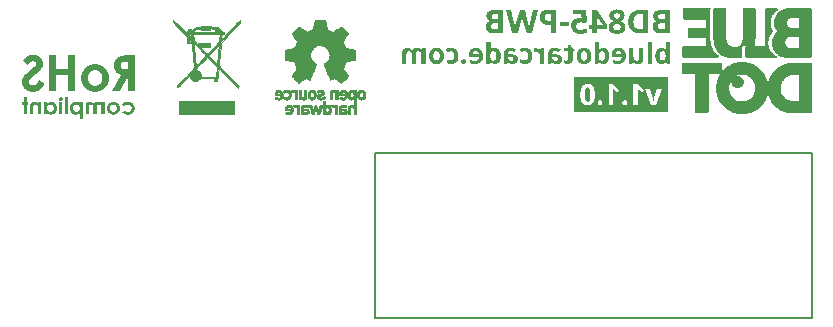
<source format=gbr>
%TF.GenerationSoftware,KiCad,Pcbnew,7.0.5*%
%TF.CreationDate,2023-06-14T02:28:05+02:00*%
%TF.ProjectId,bd845-pwb,62643834-352d-4707-9762-2e6b69636164,1.0.0*%
%TF.SameCoordinates,Original*%
%TF.FileFunction,Legend,Bot*%
%TF.FilePolarity,Positive*%
%FSLAX46Y46*%
G04 Gerber Fmt 4.6, Leading zero omitted, Abs format (unit mm)*
G04 Created by KiCad (PCBNEW 7.0.5) date 2023-06-14 02:28:05*
%MOMM*%
%LPD*%
G01*
G04 APERTURE LIST*
%ADD10C,0.200000*%
%ADD11C,0.306000*%
%ADD12C,0.350000*%
%ADD13C,0.010000*%
G04 APERTURE END LIST*
D10*
X186000000Y-108000000D02*
X223000000Y-108000000D01*
X223000000Y-122000000D01*
X186000000Y-122000000D01*
X186000000Y-108000000D01*
G36*
X204026002Y-102475917D02*
G01*
X204047907Y-102478572D01*
X204068531Y-102483350D01*
X204087872Y-102490253D01*
X204105930Y-102499279D01*
X204122707Y-102510428D01*
X204138201Y-102523702D01*
X204152413Y-102539099D01*
X204155765Y-102543280D01*
X204168435Y-102561205D01*
X204177314Y-102576017D01*
X204185660Y-102592000D01*
X204193473Y-102609156D01*
X204200752Y-102627483D01*
X204207498Y-102646983D01*
X204213710Y-102667654D01*
X204219389Y-102689498D01*
X204224534Y-102712514D01*
X204229146Y-102736702D01*
X204230565Y-102745025D01*
X204233256Y-102762058D01*
X204235774Y-102779606D01*
X204238118Y-102797668D01*
X204240289Y-102816245D01*
X204242286Y-102835335D01*
X204244109Y-102854940D01*
X204245758Y-102875059D01*
X204247234Y-102895692D01*
X204248537Y-102916840D01*
X204249665Y-102938502D01*
X204250620Y-102960678D01*
X204251402Y-102983368D01*
X204252009Y-103006572D01*
X204252444Y-103030291D01*
X204252704Y-103054524D01*
X204252791Y-103079271D01*
X204252704Y-103104017D01*
X204252444Y-103128245D01*
X204252009Y-103151955D01*
X204251402Y-103175148D01*
X204250620Y-103197823D01*
X204249665Y-103219981D01*
X204248537Y-103241621D01*
X204247234Y-103262743D01*
X204245758Y-103283348D01*
X204244109Y-103303436D01*
X204242286Y-103323005D01*
X204240289Y-103342057D01*
X204238118Y-103360592D01*
X204235774Y-103378609D01*
X204233256Y-103396108D01*
X204230565Y-103413090D01*
X204226131Y-103437512D01*
X204221163Y-103460770D01*
X204215662Y-103482863D01*
X204209628Y-103503791D01*
X204203060Y-103523555D01*
X204195958Y-103542154D01*
X204188324Y-103559589D01*
X204180155Y-103575859D01*
X204171454Y-103590964D01*
X204159022Y-103609294D01*
X204155765Y-103613552D01*
X204141874Y-103629280D01*
X204126700Y-103642911D01*
X204110245Y-103654445D01*
X204092506Y-103663882D01*
X204073486Y-103671221D01*
X204053183Y-103676464D01*
X204031598Y-103679610D01*
X204008731Y-103680658D01*
X203986258Y-103679623D01*
X203965000Y-103676518D01*
X203944958Y-103671342D01*
X203926131Y-103664095D01*
X203908520Y-103654779D01*
X203892124Y-103643392D01*
X203876944Y-103629935D01*
X203862979Y-103614407D01*
X203850103Y-103596696D01*
X203841077Y-103582045D01*
X203832592Y-103566222D01*
X203824648Y-103549227D01*
X203817245Y-103531059D01*
X203810383Y-103511720D01*
X203804061Y-103491209D01*
X203798281Y-103469525D01*
X203793042Y-103446670D01*
X203788344Y-103422642D01*
X203786898Y-103414372D01*
X203784103Y-103397386D01*
X203781488Y-103379871D01*
X203779054Y-103361829D01*
X203776800Y-103343260D01*
X203774726Y-103324162D01*
X203772833Y-103304538D01*
X203771120Y-103284385D01*
X203769587Y-103263705D01*
X203768235Y-103242498D01*
X203767062Y-103220762D01*
X203766071Y-103198499D01*
X203765259Y-103175709D01*
X203764628Y-103152391D01*
X203764177Y-103128545D01*
X203763907Y-103104172D01*
X203763817Y-103079271D01*
X203763907Y-103054524D01*
X203764177Y-103030291D01*
X203764628Y-103006572D01*
X203765259Y-102983368D01*
X203766071Y-102960678D01*
X203767062Y-102938502D01*
X203768235Y-102916840D01*
X203769587Y-102895692D01*
X203771120Y-102875059D01*
X203772833Y-102854940D01*
X203774726Y-102835335D01*
X203776800Y-102816245D01*
X203779054Y-102797668D01*
X203781488Y-102779606D01*
X203784103Y-102762058D01*
X203786898Y-102745025D01*
X203791416Y-102720446D01*
X203796475Y-102697040D01*
X203802075Y-102674805D01*
X203808215Y-102653743D01*
X203814897Y-102633853D01*
X203822120Y-102615134D01*
X203829884Y-102597588D01*
X203838189Y-102581214D01*
X203847034Y-102566012D01*
X203859670Y-102547566D01*
X203862979Y-102543280D01*
X203876944Y-102527352D01*
X203892124Y-102513548D01*
X203908520Y-102501867D01*
X203926131Y-102492310D01*
X203944958Y-102484877D01*
X203965000Y-102479567D01*
X203986258Y-102476382D01*
X204008731Y-102475320D01*
X204026002Y-102475917D01*
G37*
G36*
X210850000Y-104529856D02*
G01*
X202843239Y-104529856D01*
X202843239Y-103078844D01*
X203393239Y-103078844D01*
X203393241Y-103079271D01*
X203393369Y-103105219D01*
X203393760Y-103131237D01*
X203394411Y-103156897D01*
X203395323Y-103182201D01*
X203396495Y-103207146D01*
X203397928Y-103231735D01*
X203399621Y-103255966D01*
X203401574Y-103279840D01*
X203403788Y-103303357D01*
X203406262Y-103326517D01*
X203408997Y-103349319D01*
X203411992Y-103371764D01*
X203415248Y-103393851D01*
X203418764Y-103415581D01*
X203422541Y-103436954D01*
X203426578Y-103457970D01*
X203430848Y-103478611D01*
X203435427Y-103498862D01*
X203440318Y-103518723D01*
X203445519Y-103538192D01*
X203451030Y-103557271D01*
X203456852Y-103575959D01*
X203462985Y-103594257D01*
X203469428Y-103612163D01*
X203476181Y-103629679D01*
X203483246Y-103646805D01*
X203490620Y-103663540D01*
X203498306Y-103679884D01*
X203506301Y-103695837D01*
X203514608Y-103711399D01*
X203523225Y-103726571D01*
X203532152Y-103741353D01*
X203546175Y-103762667D01*
X203560993Y-103783011D01*
X203576609Y-103802387D01*
X203593020Y-103820793D01*
X203610228Y-103838231D01*
X203628233Y-103854699D01*
X203647034Y-103870197D01*
X203666631Y-103884727D01*
X203687025Y-103898287D01*
X203708215Y-103910878D01*
X203722784Y-103918734D01*
X203745343Y-103929657D01*
X203768780Y-103939506D01*
X203784894Y-103945475D01*
X203801398Y-103950966D01*
X203818293Y-103955980D01*
X203835579Y-103960516D01*
X203853255Y-103964575D01*
X203871322Y-103968157D01*
X203889780Y-103971260D01*
X203908629Y-103973887D01*
X203927868Y-103976036D01*
X203947498Y-103977707D01*
X203967518Y-103978901D01*
X203987929Y-103979617D01*
X204008731Y-103979856D01*
X204034883Y-103979437D01*
X204060443Y-103978179D01*
X204085412Y-103976084D01*
X204109790Y-103973150D01*
X204133578Y-103969379D01*
X204156774Y-103964769D01*
X204179379Y-103959321D01*
X204201393Y-103953035D01*
X204222816Y-103945910D01*
X204243648Y-103937948D01*
X204263889Y-103929147D01*
X204283539Y-103919509D01*
X204302598Y-103909032D01*
X204321065Y-103897717D01*
X204338942Y-103885563D01*
X204356228Y-103872572D01*
X204372941Y-103858791D01*
X204389099Y-103844268D01*
X204404704Y-103829005D01*
X204419754Y-103813000D01*
X204434249Y-103796253D01*
X204448191Y-103778766D01*
X204450555Y-103775547D01*
X204847339Y-103775547D01*
X204847884Y-103795297D01*
X204849518Y-103813995D01*
X204852241Y-103831641D01*
X204857568Y-103853533D01*
X204864830Y-103873555D01*
X204874030Y-103891708D01*
X204885167Y-103907990D01*
X204898240Y-103922402D01*
X204909316Y-103931984D01*
X204925077Y-103943204D01*
X204941586Y-103952928D01*
X204958843Y-103961156D01*
X204976849Y-103967888D01*
X204995602Y-103973124D01*
X205015103Y-103976864D01*
X205035353Y-103979108D01*
X205056350Y-103979856D01*
X205077855Y-103979108D01*
X205098558Y-103976864D01*
X205118460Y-103973124D01*
X205137561Y-103967888D01*
X205155860Y-103961156D01*
X205173357Y-103952928D01*
X205190054Y-103943204D01*
X205205949Y-103931984D01*
X205220474Y-103918974D01*
X205233063Y-103904095D01*
X205243716Y-103887345D01*
X205252431Y-103868725D01*
X205259210Y-103848236D01*
X205264052Y-103825876D01*
X205266412Y-103807879D01*
X205267683Y-103788830D01*
X205267925Y-103775547D01*
X205267380Y-103754979D01*
X205265746Y-103735591D01*
X205263023Y-103717382D01*
X205259210Y-103700353D01*
X205252431Y-103679483D01*
X205243716Y-103660709D01*
X205233063Y-103644033D01*
X205220474Y-103629454D01*
X205205949Y-103616972D01*
X205190054Y-103606253D01*
X205173357Y-103596963D01*
X205155860Y-103589102D01*
X205137561Y-103582671D01*
X205118460Y-103577669D01*
X205098558Y-103574096D01*
X205077855Y-103571952D01*
X205056350Y-103571237D01*
X205035353Y-103571952D01*
X205015103Y-103574096D01*
X204995602Y-103577669D01*
X204976849Y-103582671D01*
X204958843Y-103589102D01*
X204941586Y-103596963D01*
X204925077Y-103606253D01*
X204909316Y-103616972D01*
X204894790Y-103629454D01*
X204882201Y-103644033D01*
X204871549Y-103660709D01*
X204862833Y-103679483D01*
X204856054Y-103700353D01*
X204852241Y-103717382D01*
X204849518Y-103735591D01*
X204847884Y-103754979D01*
X204847339Y-103775547D01*
X204450555Y-103775547D01*
X204461578Y-103760537D01*
X204474411Y-103741566D01*
X204486689Y-103721855D01*
X204498413Y-103701402D01*
X204509583Y-103680207D01*
X204520199Y-103658272D01*
X204530260Y-103635595D01*
X204539767Y-103612177D01*
X204548719Y-103588017D01*
X204557117Y-103563116D01*
X204564985Y-103537533D01*
X204572344Y-103511324D01*
X204579197Y-103484492D01*
X204585541Y-103457035D01*
X204591378Y-103428953D01*
X204596708Y-103400247D01*
X204601530Y-103370917D01*
X204605844Y-103340962D01*
X204609651Y-103310383D01*
X204612950Y-103279179D01*
X204615741Y-103247351D01*
X204618025Y-103214899D01*
X204619802Y-103181822D01*
X204621071Y-103148120D01*
X204621832Y-103113794D01*
X204622023Y-103096397D01*
X204622086Y-103078844D01*
X204622028Y-103061159D01*
X204621854Y-103043635D01*
X204621564Y-103026271D01*
X204621158Y-103009067D01*
X204619997Y-102975140D01*
X204618373Y-102941854D01*
X204616284Y-102909210D01*
X204613731Y-102877206D01*
X204610714Y-102845844D01*
X204607233Y-102815123D01*
X204603288Y-102785043D01*
X204598878Y-102755604D01*
X204594005Y-102726806D01*
X204588667Y-102698649D01*
X204582865Y-102671134D01*
X204576599Y-102644259D01*
X204569868Y-102618026D01*
X204562674Y-102592434D01*
X204554902Y-102567532D01*
X204546545Y-102543367D01*
X204537604Y-102519941D01*
X204528079Y-102497252D01*
X204517970Y-102475301D01*
X204507276Y-102454089D01*
X204495997Y-102433614D01*
X204484135Y-102413877D01*
X204471688Y-102394879D01*
X204458656Y-102376618D01*
X204445040Y-102359095D01*
X204430840Y-102342310D01*
X204416056Y-102326264D01*
X204400687Y-102310955D01*
X204384733Y-102296384D01*
X204368196Y-102282551D01*
X204351013Y-102269456D01*
X204333127Y-102257206D01*
X204314535Y-102245801D01*
X204295239Y-102235240D01*
X204275239Y-102225525D01*
X204254534Y-102216654D01*
X204233124Y-102208628D01*
X204211999Y-102201768D01*
X205791948Y-102201768D01*
X205791948Y-103952501D01*
X206163381Y-103952501D01*
X206163381Y-103775547D01*
X206945141Y-103775547D01*
X206945686Y-103795297D01*
X206947320Y-103813995D01*
X206950043Y-103831641D01*
X206955369Y-103853533D01*
X206962632Y-103873555D01*
X206971832Y-103891708D01*
X206982968Y-103907990D01*
X206996042Y-103922402D01*
X207007117Y-103931984D01*
X207022879Y-103943204D01*
X207039388Y-103952928D01*
X207056645Y-103961156D01*
X207074651Y-103967888D01*
X207093404Y-103973124D01*
X207112905Y-103976864D01*
X207133154Y-103979108D01*
X207154152Y-103979856D01*
X207175656Y-103979108D01*
X207196360Y-103976864D01*
X207216262Y-103973124D01*
X207235362Y-103967888D01*
X207253662Y-103961156D01*
X207271159Y-103952928D01*
X207287856Y-103943204D01*
X207303750Y-103931984D01*
X207318276Y-103918974D01*
X207330865Y-103904095D01*
X207341517Y-103887345D01*
X207350233Y-103868725D01*
X207357012Y-103848236D01*
X207361853Y-103825876D01*
X207364214Y-103807879D01*
X207365485Y-103788830D01*
X207365727Y-103775547D01*
X207365182Y-103754979D01*
X207363548Y-103735591D01*
X207360825Y-103717382D01*
X207357012Y-103700353D01*
X207350233Y-103679483D01*
X207341517Y-103660709D01*
X207330865Y-103644033D01*
X207318276Y-103629454D01*
X207303750Y-103616972D01*
X207287856Y-103606253D01*
X207271159Y-103596963D01*
X207253662Y-103589102D01*
X207235362Y-103582671D01*
X207216262Y-103577669D01*
X207196360Y-103574096D01*
X207175656Y-103571952D01*
X207154152Y-103571237D01*
X207133154Y-103571952D01*
X207112905Y-103574096D01*
X207093404Y-103577669D01*
X207074651Y-103582671D01*
X207056645Y-103589102D01*
X207039388Y-103596963D01*
X207022879Y-103606253D01*
X207007117Y-103616972D01*
X206992592Y-103629454D01*
X206980003Y-103644033D01*
X206969350Y-103660709D01*
X206960635Y-103679483D01*
X206953856Y-103700353D01*
X206950043Y-103717382D01*
X206947320Y-103735591D01*
X206945686Y-103754979D01*
X206945141Y-103775547D01*
X206163381Y-103775547D01*
X206163381Y-102940358D01*
X206163319Y-102921091D01*
X206163169Y-102903080D01*
X206162928Y-102883685D01*
X206162659Y-102866467D01*
X206162327Y-102848289D01*
X206162098Y-102836921D01*
X206161677Y-102817604D01*
X206161213Y-102798119D01*
X206160708Y-102778468D01*
X206160161Y-102758649D01*
X206159573Y-102738664D01*
X206158943Y-102718511D01*
X206158679Y-102710404D01*
X206157877Y-102690280D01*
X206157076Y-102670783D01*
X206156275Y-102651912D01*
X206155473Y-102633667D01*
X206154672Y-102616049D01*
X206153710Y-102595733D01*
X206153550Y-102592434D01*
X206165892Y-102606328D01*
X206178928Y-102619859D01*
X206193140Y-102634065D01*
X206207405Y-102647999D01*
X206219825Y-102659967D01*
X206234371Y-102673831D01*
X206248526Y-102687155D01*
X206262291Y-102699937D01*
X206275664Y-102712179D01*
X206282205Y-102718097D01*
X206484377Y-102885648D01*
X206663468Y-102662104D01*
X206097130Y-102201768D01*
X207889750Y-102201768D01*
X207889750Y-103952501D01*
X208261182Y-103952501D01*
X208261182Y-102940358D01*
X208261121Y-102921091D01*
X208260971Y-102903080D01*
X208260730Y-102883685D01*
X208260461Y-102866467D01*
X208260129Y-102848289D01*
X208259900Y-102836921D01*
X208259478Y-102817604D01*
X208259015Y-102798119D01*
X208258510Y-102778468D01*
X208257963Y-102758649D01*
X208257375Y-102738664D01*
X208256744Y-102718511D01*
X208256481Y-102710404D01*
X208255679Y-102690280D01*
X208254878Y-102670783D01*
X208254076Y-102651912D01*
X208253275Y-102633667D01*
X208252474Y-102616049D01*
X208251512Y-102595733D01*
X208251352Y-102592434D01*
X208263693Y-102606328D01*
X208276730Y-102619859D01*
X208290942Y-102634065D01*
X208305207Y-102647999D01*
X208317627Y-102659967D01*
X208332173Y-102673831D01*
X208346328Y-102687155D01*
X208360092Y-102699937D01*
X208373466Y-102712179D01*
X208380006Y-102718097D01*
X208582178Y-102885648D01*
X208761270Y-102662104D01*
X208699747Y-102612096D01*
X208899328Y-102612096D01*
X209411810Y-103952501D01*
X209787944Y-103952501D01*
X210300000Y-102612096D01*
X209916599Y-102612096D01*
X209656725Y-103375904D01*
X209651522Y-103392794D01*
X209646600Y-103409911D01*
X209641959Y-103427255D01*
X209637598Y-103444826D01*
X209633517Y-103462625D01*
X209629717Y-103480650D01*
X209626197Y-103498902D01*
X209622958Y-103517382D01*
X209619873Y-103535728D01*
X209617028Y-103553579D01*
X209614423Y-103570937D01*
X209611506Y-103591939D01*
X209608963Y-103612168D01*
X209606797Y-103631626D01*
X209605006Y-103650311D01*
X209595603Y-103650311D01*
X209594161Y-103630211D01*
X209592239Y-103609714D01*
X209589837Y-103588821D01*
X209587569Y-103571821D01*
X209584995Y-103554567D01*
X209582113Y-103537059D01*
X209578924Y-103519297D01*
X209578079Y-103514817D01*
X209574512Y-103496939D01*
X209570652Y-103479207D01*
X209566498Y-103461623D01*
X209562050Y-103444185D01*
X209557309Y-103426895D01*
X209552273Y-103409751D01*
X209546943Y-103392754D01*
X209541320Y-103375904D01*
X209283155Y-102612096D01*
X208899328Y-102612096D01*
X208699747Y-102612096D01*
X208194931Y-102201768D01*
X207889750Y-102201768D01*
X206097130Y-102201768D01*
X205791948Y-102201768D01*
X204211999Y-102201768D01*
X204211010Y-102201447D01*
X204188191Y-102195111D01*
X204164668Y-102189620D01*
X204140440Y-102184973D01*
X204115507Y-102181171D01*
X204089870Y-102178214D01*
X204063528Y-102176102D01*
X204036482Y-102174835D01*
X204008731Y-102174413D01*
X203982733Y-102174832D01*
X203957313Y-102176089D01*
X203932471Y-102178184D01*
X203908206Y-102181118D01*
X203884519Y-102184889D01*
X203861410Y-102189499D01*
X203838878Y-102194947D01*
X203816924Y-102201233D01*
X203795548Y-102208358D01*
X203774749Y-102216320D01*
X203754529Y-102225121D01*
X203734885Y-102234760D01*
X203715820Y-102245237D01*
X203697332Y-102256552D01*
X203679422Y-102268705D01*
X203662090Y-102281696D01*
X203645320Y-102295477D01*
X203629098Y-102310000D01*
X203613423Y-102325264D01*
X203598296Y-102341269D01*
X203583717Y-102358015D01*
X203569686Y-102375503D01*
X203556202Y-102393732D01*
X203543265Y-102412702D01*
X203530877Y-102432414D01*
X203519036Y-102452867D01*
X203507742Y-102474061D01*
X203496997Y-102495996D01*
X203486799Y-102518673D01*
X203477148Y-102542092D01*
X203468045Y-102566251D01*
X203459490Y-102591152D01*
X203451468Y-102616749D01*
X203443963Y-102642997D01*
X203436975Y-102669897D01*
X203430505Y-102697447D01*
X203424553Y-102725649D01*
X203419118Y-102754502D01*
X203414201Y-102784006D01*
X203409802Y-102814161D01*
X203405920Y-102844967D01*
X203402556Y-102876425D01*
X203399709Y-102908533D01*
X203397380Y-102941293D01*
X203395568Y-102974704D01*
X203394274Y-103008766D01*
X203393821Y-103026041D01*
X203393498Y-103043479D01*
X203393304Y-103061080D01*
X203393239Y-103078844D01*
X202843239Y-103078844D01*
X202843239Y-101624413D01*
X210850000Y-101624413D01*
X210850000Y-104529856D01*
G37*
D11*
G36*
X210963154Y-100461001D02*
G01*
X210691189Y-100461001D01*
X210631399Y-100320659D01*
X210606901Y-100320659D01*
X210603653Y-100324668D01*
X210590051Y-100340456D01*
X210575477Y-100355842D01*
X210559929Y-100370825D01*
X210543408Y-100385406D01*
X210530379Y-100396078D01*
X210516802Y-100406524D01*
X210502678Y-100416743D01*
X210488006Y-100426736D01*
X210472787Y-100436503D01*
X210462170Y-100442687D01*
X210445357Y-100451216D01*
X210427477Y-100458847D01*
X210408532Y-100465580D01*
X210388522Y-100471415D01*
X210367446Y-100476352D01*
X210345304Y-100480392D01*
X210322097Y-100483534D01*
X210297824Y-100485779D01*
X210281050Y-100486776D01*
X210263802Y-100487375D01*
X210246081Y-100487574D01*
X210227538Y-100487276D01*
X210209276Y-100486380D01*
X210191297Y-100484888D01*
X210173601Y-100482799D01*
X210156186Y-100480113D01*
X210139054Y-100476830D01*
X210122203Y-100472951D01*
X210105635Y-100468474D01*
X210089350Y-100463401D01*
X210073346Y-100457731D01*
X210057625Y-100451464D01*
X210042186Y-100444600D01*
X210027029Y-100437139D01*
X210012154Y-100429081D01*
X209997562Y-100420426D01*
X209983251Y-100411175D01*
X209969280Y-100401283D01*
X209955705Y-100390810D01*
X209942525Y-100379757D01*
X209929741Y-100368123D01*
X209917353Y-100355908D01*
X209905360Y-100343112D01*
X209893763Y-100329736D01*
X209882562Y-100315780D01*
X209871757Y-100301242D01*
X209861348Y-100286125D01*
X209851334Y-100270426D01*
X209841716Y-100254147D01*
X209832493Y-100237287D01*
X209823667Y-100219846D01*
X209815236Y-100201825D01*
X209807201Y-100183223D01*
X209799559Y-100163998D01*
X209792409Y-100144213D01*
X209785753Y-100123866D01*
X209779590Y-100102957D01*
X209773919Y-100081488D01*
X209768742Y-100059457D01*
X209764058Y-100036865D01*
X209759867Y-100013712D01*
X209756169Y-99989998D01*
X209752964Y-99965723D01*
X209750252Y-99940886D01*
X209748033Y-99915489D01*
X209746308Y-99889530D01*
X209745075Y-99863010D01*
X209744335Y-99835928D01*
X209744089Y-99808286D01*
X209744118Y-99803719D01*
X210106985Y-99803719D01*
X210107049Y-99815620D01*
X210107558Y-99838898D01*
X210108576Y-99861475D01*
X210110104Y-99883352D01*
X210112141Y-99904528D01*
X210114688Y-99925003D01*
X210117743Y-99944777D01*
X210121308Y-99963851D01*
X210125383Y-99982224D01*
X210129966Y-99999897D01*
X210135059Y-100016869D01*
X210140661Y-100033140D01*
X210150019Y-100056233D01*
X210160523Y-100077749D01*
X210172173Y-100097689D01*
X210180445Y-100110008D01*
X210193510Y-100126995D01*
X210207363Y-100142195D01*
X210222004Y-100155606D01*
X210237433Y-100167229D01*
X210253651Y-100177064D01*
X210270657Y-100185111D01*
X210288451Y-100191370D01*
X210307033Y-100195840D01*
X210326404Y-100198522D01*
X210346563Y-100199416D01*
X210355737Y-100199317D01*
X210373546Y-100198526D01*
X210390634Y-100196943D01*
X210414917Y-100193084D01*
X210437579Y-100187445D01*
X210458621Y-100180025D01*
X210478043Y-100170823D01*
X210495845Y-100159841D01*
X210512026Y-100147079D01*
X210526587Y-100132535D01*
X210539527Y-100116210D01*
X210550847Y-100098104D01*
X210554296Y-100091685D01*
X210563985Y-100071375D01*
X210572689Y-100049489D01*
X210580407Y-100026026D01*
X210585005Y-100009508D01*
X210589165Y-99992290D01*
X210592888Y-99974371D01*
X210596172Y-99955751D01*
X210599019Y-99936431D01*
X210601427Y-99916410D01*
X210603398Y-99895688D01*
X210604930Y-99874266D01*
X210606025Y-99852143D01*
X210606682Y-99829319D01*
X210606901Y-99805795D01*
X210606901Y-99767180D01*
X210606311Y-99745353D01*
X210605320Y-99724249D01*
X210603927Y-99703868D01*
X210602133Y-99684209D01*
X210599937Y-99665272D01*
X210597340Y-99647058D01*
X210594341Y-99629567D01*
X210590941Y-99612799D01*
X210585784Y-99591564D01*
X210579912Y-99571615D01*
X210573120Y-99552911D01*
X210565406Y-99535413D01*
X210556771Y-99519123D01*
X210547214Y-99504039D01*
X210536737Y-99490162D01*
X210525338Y-99477491D01*
X210513018Y-99466027D01*
X210499776Y-99455770D01*
X210496287Y-99453394D01*
X210481586Y-99444646D01*
X210465691Y-99437104D01*
X210448603Y-99430769D01*
X210430320Y-99425640D01*
X210410844Y-99421718D01*
X210390175Y-99419003D01*
X210368311Y-99417495D01*
X210351130Y-99417155D01*
X210337149Y-99417535D01*
X210316883Y-99419527D01*
X210297464Y-99423228D01*
X210278891Y-99428636D01*
X210261165Y-99435752D01*
X210244286Y-99444576D01*
X210228253Y-99455108D01*
X210213067Y-99467348D01*
X210198727Y-99481296D01*
X210185235Y-99496952D01*
X210172588Y-99514315D01*
X210168552Y-99520481D01*
X210157213Y-99540091D01*
X210147026Y-99561373D01*
X210137993Y-99584326D01*
X210132611Y-99600556D01*
X210127742Y-99617530D01*
X210123386Y-99635246D01*
X210119542Y-99653705D01*
X210116210Y-99672907D01*
X210113391Y-99692852D01*
X210111085Y-99713540D01*
X210109291Y-99734970D01*
X210108010Y-99757143D01*
X210107241Y-99780060D01*
X210106985Y-99803719D01*
X209744118Y-99803719D01*
X209744222Y-99787682D01*
X209744622Y-99767391D01*
X209745289Y-99747413D01*
X209746223Y-99727748D01*
X209747424Y-99708396D01*
X209748891Y-99689357D01*
X209750626Y-99670631D01*
X209752627Y-99652218D01*
X209754894Y-99634118D01*
X209757429Y-99616331D01*
X209760231Y-99598857D01*
X209763299Y-99581696D01*
X209766634Y-99564849D01*
X209770236Y-99548314D01*
X209778240Y-99516184D01*
X209787312Y-99485305D01*
X209797450Y-99455679D01*
X209808656Y-99427305D01*
X209820929Y-99400184D01*
X209834269Y-99374314D01*
X209848677Y-99349696D01*
X209864152Y-99326331D01*
X209880694Y-99304218D01*
X209898094Y-99283402D01*
X209916143Y-99263929D01*
X209934840Y-99245799D01*
X209954187Y-99229012D01*
X209974182Y-99213568D01*
X209994825Y-99199467D01*
X210016118Y-99186709D01*
X210038060Y-99175294D01*
X210060650Y-99165222D01*
X210083889Y-99156493D01*
X210107776Y-99149106D01*
X210132313Y-99143063D01*
X210157498Y-99138363D01*
X210183332Y-99135005D01*
X210209815Y-99132991D01*
X210236946Y-99132319D01*
X210245719Y-99132375D01*
X210262956Y-99132816D01*
X210279786Y-99133698D01*
X210304263Y-99135849D01*
X210327820Y-99138992D01*
X210350459Y-99143128D01*
X210372177Y-99148256D01*
X210392976Y-99154378D01*
X210412855Y-99161491D01*
X210431814Y-99169598D01*
X210449854Y-99178697D01*
X210466974Y-99188788D01*
X210477885Y-99195941D01*
X210493710Y-99207023D01*
X210508885Y-99218528D01*
X210523410Y-99230456D01*
X210537286Y-99242808D01*
X210550513Y-99255583D01*
X210563090Y-99268782D01*
X210575017Y-99282403D01*
X210586295Y-99296449D01*
X210596923Y-99310917D01*
X210606901Y-99325809D01*
X210621018Y-99325809D01*
X210618555Y-99307183D01*
X210616569Y-99288752D01*
X210615004Y-99271653D01*
X210613520Y-99252972D01*
X210612117Y-99232710D01*
X210611053Y-99215362D01*
X210610080Y-99197488D01*
X210609237Y-99179576D01*
X210608523Y-99161624D01*
X210607939Y-99143634D01*
X210607485Y-99125605D01*
X210607161Y-99107536D01*
X210606966Y-99089429D01*
X210606901Y-99071283D01*
X210606901Y-98653994D01*
X210963154Y-98653994D01*
X210963154Y-100461001D01*
G37*
G36*
X209102170Y-100461001D02*
G01*
X209458422Y-100461001D01*
X209458422Y-98653994D01*
X209102170Y-98653994D01*
X209102170Y-100461001D01*
G37*
G36*
X207534326Y-99158893D02*
G01*
X207534326Y-100461001D01*
X207807536Y-100461001D01*
X207855701Y-100297407D01*
X207874385Y-100297407D01*
X207885200Y-100313632D01*
X207896677Y-100329093D01*
X207908816Y-100343787D01*
X207921616Y-100357716D01*
X207935078Y-100370880D01*
X207949202Y-100383278D01*
X207963987Y-100394910D01*
X207979434Y-100405777D01*
X207995413Y-100415917D01*
X208011795Y-100425370D01*
X208028579Y-100434135D01*
X208045765Y-100442212D01*
X208063353Y-100449602D01*
X208081343Y-100456303D01*
X208099736Y-100462318D01*
X208118531Y-100467644D01*
X208137520Y-100472315D01*
X208156704Y-100476363D01*
X208176083Y-100479789D01*
X208195656Y-100482592D01*
X208215424Y-100484771D01*
X208235387Y-100486328D01*
X208255544Y-100487263D01*
X208275896Y-100487574D01*
X208293296Y-100487381D01*
X208310411Y-100486802D01*
X208327240Y-100485837D01*
X208351948Y-100483666D01*
X208376014Y-100480626D01*
X208399438Y-100476717D01*
X208422220Y-100471940D01*
X208444359Y-100466295D01*
X208465856Y-100459781D01*
X208486711Y-100452398D01*
X208506923Y-100444147D01*
X208520041Y-100438164D01*
X208539103Y-100428336D01*
X208557362Y-100417538D01*
X208574818Y-100405769D01*
X208591471Y-100393029D01*
X208607321Y-100379318D01*
X208622369Y-100364637D01*
X208636613Y-100348985D01*
X208650055Y-100332362D01*
X208662694Y-100314769D01*
X208674530Y-100296205D01*
X208681974Y-100283289D01*
X208692289Y-100263038D01*
X208701588Y-100241677D01*
X208709874Y-100219207D01*
X208717144Y-100195628D01*
X208721428Y-100179292D01*
X208725260Y-100162462D01*
X208728642Y-100145140D01*
X208731573Y-100127325D01*
X208734053Y-100109017D01*
X208736082Y-100090215D01*
X208737660Y-100070921D01*
X208738787Y-100051134D01*
X208739464Y-100030853D01*
X208739689Y-100010079D01*
X208739689Y-99158893D01*
X208383436Y-99158893D01*
X208383436Y-99921224D01*
X208383240Y-99938497D01*
X208382651Y-99955232D01*
X208381032Y-99979325D01*
X208378530Y-100002207D01*
X208375145Y-100023876D01*
X208370876Y-100044334D01*
X208365725Y-100063581D01*
X208359690Y-100081616D01*
X208352772Y-100098439D01*
X208344971Y-100114051D01*
X208336287Y-100128452D01*
X208333196Y-100132982D01*
X208319708Y-100149623D01*
X208304364Y-100164045D01*
X208287165Y-100176249D01*
X208268111Y-100186233D01*
X208252603Y-100192266D01*
X208236050Y-100197050D01*
X208218455Y-100200586D01*
X208199815Y-100202874D01*
X208180132Y-100203914D01*
X208173339Y-100203984D01*
X208153354Y-100203549D01*
X208134193Y-100202247D01*
X208115858Y-100200075D01*
X208098347Y-100197035D01*
X208081661Y-100193127D01*
X208060696Y-100186565D01*
X208041198Y-100178458D01*
X208023165Y-100168808D01*
X208006599Y-100157613D01*
X208002686Y-100154573D01*
X207987797Y-100141390D01*
X207974062Y-100126754D01*
X207961483Y-100110665D01*
X207950058Y-100093122D01*
X207939788Y-100074126D01*
X207932843Y-100058925D01*
X207926548Y-100042907D01*
X207920903Y-100026072D01*
X207915907Y-100008419D01*
X207911380Y-99989981D01*
X207907299Y-99970791D01*
X207903663Y-99950850D01*
X207900472Y-99930157D01*
X207897727Y-99908713D01*
X207895427Y-99886516D01*
X207893572Y-99863568D01*
X207892162Y-99839868D01*
X207891197Y-99815416D01*
X207890801Y-99798697D01*
X207890603Y-99781645D01*
X207890579Y-99772993D01*
X207890579Y-99158893D01*
X207534326Y-99158893D01*
G37*
G36*
X206654156Y-99132619D02*
G01*
X206676717Y-99133520D01*
X206698921Y-99135020D01*
X206720768Y-99137120D01*
X206742259Y-99139821D01*
X206763393Y-99143121D01*
X206784169Y-99147022D01*
X206804590Y-99151523D01*
X206824653Y-99156624D01*
X206844359Y-99162325D01*
X206863709Y-99168626D01*
X206882701Y-99175527D01*
X206901337Y-99183029D01*
X206919616Y-99191130D01*
X206937539Y-99199832D01*
X206955104Y-99209134D01*
X206972201Y-99218982D01*
X206988821Y-99229427D01*
X207004964Y-99240469D01*
X207020630Y-99252108D01*
X207035819Y-99264344D01*
X207050532Y-99277177D01*
X207064767Y-99290606D01*
X207078526Y-99304633D01*
X207091808Y-99319256D01*
X207104613Y-99334476D01*
X207116941Y-99350293D01*
X207128793Y-99366707D01*
X207140167Y-99383718D01*
X207151065Y-99401325D01*
X207161486Y-99419530D01*
X207171430Y-99438331D01*
X207180832Y-99457679D01*
X207189628Y-99477627D01*
X207197817Y-99498175D01*
X207205400Y-99519324D01*
X207212376Y-99541072D01*
X207218745Y-99563421D01*
X207224508Y-99586369D01*
X207229664Y-99609918D01*
X207234213Y-99634067D01*
X207238156Y-99658816D01*
X207241492Y-99684165D01*
X207244222Y-99710114D01*
X207246345Y-99736663D01*
X207247862Y-99763813D01*
X207248772Y-99791562D01*
X207249075Y-99819912D01*
X207248741Y-99847794D01*
X207247738Y-99875077D01*
X207246068Y-99901759D01*
X207243729Y-99927841D01*
X207240722Y-99953323D01*
X207237047Y-99978205D01*
X207232703Y-100002487D01*
X207227691Y-100026169D01*
X207222011Y-100049250D01*
X207215663Y-100071732D01*
X207208647Y-100093613D01*
X207200962Y-100114895D01*
X207192609Y-100135576D01*
X207183588Y-100155657D01*
X207173899Y-100175138D01*
X207163541Y-100194019D01*
X207152543Y-100212303D01*
X207141035Y-100229993D01*
X207129018Y-100247090D01*
X207116492Y-100263593D01*
X207103457Y-100279502D01*
X207089912Y-100294818D01*
X207075858Y-100309540D01*
X207061295Y-100323669D01*
X207046222Y-100337204D01*
X207030640Y-100350145D01*
X207014549Y-100362493D01*
X206997949Y-100374247D01*
X206980839Y-100385407D01*
X206963220Y-100395974D01*
X206945092Y-100405947D01*
X206926454Y-100415327D01*
X206907337Y-100424076D01*
X206887872Y-100432260D01*
X206868060Y-100439880D01*
X206847901Y-100446935D01*
X206827395Y-100453426D01*
X206806542Y-100459353D01*
X206785342Y-100464715D01*
X206763795Y-100469512D01*
X206741900Y-100473746D01*
X206719659Y-100477414D01*
X206697070Y-100480519D01*
X206674135Y-100483059D01*
X206650852Y-100485034D01*
X206627222Y-100486445D01*
X206603245Y-100487292D01*
X206578921Y-100487574D01*
X206569545Y-100487552D01*
X206551059Y-100487377D01*
X206532926Y-100487027D01*
X206515146Y-100486501D01*
X206497720Y-100485801D01*
X206480648Y-100484925D01*
X206455702Y-100483283D01*
X206431552Y-100481246D01*
X206408198Y-100478816D01*
X206385639Y-100475991D01*
X206363875Y-100472772D01*
X206342907Y-100469160D01*
X206322735Y-100465153D01*
X206309536Y-100462301D01*
X206289871Y-100457647D01*
X206270366Y-100452541D01*
X206251022Y-100446981D01*
X206231839Y-100440970D01*
X206212816Y-100434506D01*
X206193954Y-100427589D01*
X206175253Y-100420220D01*
X206156712Y-100412398D01*
X206138331Y-100404124D01*
X206120111Y-100395397D01*
X206120111Y-100119696D01*
X206133792Y-100126031D01*
X206154234Y-100135157D01*
X206174582Y-100143830D01*
X206194834Y-100152051D01*
X206214992Y-100159819D01*
X206235055Y-100167134D01*
X206255023Y-100173998D01*
X206274896Y-100180408D01*
X206294674Y-100186366D01*
X206314357Y-100191872D01*
X206333946Y-100196925D01*
X206347002Y-100200042D01*
X206366891Y-100204341D01*
X206387145Y-100208188D01*
X206407764Y-100211582D01*
X206428747Y-100214523D01*
X206450096Y-100217012D01*
X206471809Y-100219048D01*
X206493888Y-100220632D01*
X206516331Y-100221763D01*
X206539140Y-100222442D01*
X206562313Y-100222668D01*
X206580895Y-100222336D01*
X206598962Y-100221338D01*
X206616513Y-100219676D01*
X206633548Y-100217348D01*
X206658133Y-100212610D01*
X206681558Y-100206376D01*
X206703823Y-100198646D01*
X206724927Y-100189419D01*
X206744871Y-100178696D01*
X206763654Y-100166477D01*
X206781276Y-100152761D01*
X206797739Y-100137550D01*
X206802955Y-100132167D01*
X206817682Y-100115264D01*
X206831021Y-100097231D01*
X206842974Y-100078066D01*
X206853540Y-100057769D01*
X206862719Y-100036342D01*
X206870512Y-100013783D01*
X206876918Y-99990092D01*
X206880418Y-99973670D01*
X206883302Y-99956746D01*
X206885569Y-99939318D01*
X206887220Y-99921388D01*
X206888255Y-99902954D01*
X206046203Y-99902954D01*
X206046203Y-99728980D01*
X206046482Y-99705284D01*
X206047319Y-99682048D01*
X206048310Y-99665868D01*
X206380450Y-99665868D01*
X206879951Y-99665868D01*
X206879246Y-99656887D01*
X206877497Y-99639376D01*
X206875298Y-99622469D01*
X206871153Y-99598240D01*
X206865994Y-99575369D01*
X206859821Y-99553855D01*
X206852633Y-99533698D01*
X206844430Y-99514899D01*
X206835213Y-99497458D01*
X206824982Y-99481374D01*
X206813736Y-99466648D01*
X206801475Y-99453279D01*
X206792774Y-99445083D01*
X206779204Y-99433781D01*
X206765015Y-99423669D01*
X206750204Y-99414746D01*
X206734774Y-99407014D01*
X206718723Y-99400470D01*
X206702051Y-99395117D01*
X206684760Y-99390953D01*
X206666848Y-99387979D01*
X206648315Y-99386194D01*
X206629162Y-99385599D01*
X206613624Y-99385924D01*
X206593736Y-99387368D01*
X206574796Y-99389966D01*
X206556802Y-99393719D01*
X206539755Y-99398627D01*
X206523656Y-99404690D01*
X206508504Y-99411907D01*
X206490896Y-99422553D01*
X206477720Y-99432103D01*
X206462435Y-99445208D01*
X206448468Y-99459611D01*
X206435819Y-99475311D01*
X206424488Y-99492309D01*
X206416372Y-99506841D01*
X206409099Y-99522204D01*
X206402657Y-99538255D01*
X206397032Y-99554850D01*
X206392225Y-99571991D01*
X206388235Y-99589676D01*
X206385062Y-99607907D01*
X206382707Y-99626682D01*
X206381170Y-99646003D01*
X206380450Y-99665868D01*
X206048310Y-99665868D01*
X206048714Y-99659273D01*
X206050667Y-99636959D01*
X206053178Y-99615105D01*
X206056246Y-99593712D01*
X206059873Y-99572779D01*
X206064057Y-99552307D01*
X206068800Y-99532296D01*
X206074100Y-99512745D01*
X206079959Y-99493655D01*
X206086375Y-99475026D01*
X206093349Y-99456857D01*
X206100882Y-99439149D01*
X206108972Y-99421901D01*
X206117620Y-99405114D01*
X206126729Y-99388752D01*
X206136304Y-99372883D01*
X206146347Y-99357508D01*
X206156857Y-99342625D01*
X206167835Y-99328235D01*
X206179279Y-99314338D01*
X206191190Y-99300935D01*
X206203569Y-99288024D01*
X206216415Y-99275607D01*
X206229727Y-99263682D01*
X206243507Y-99252251D01*
X206257754Y-99241313D01*
X206272468Y-99230868D01*
X206287650Y-99220915D01*
X206303298Y-99211456D01*
X206319413Y-99202490D01*
X206335959Y-99193993D01*
X206352896Y-99186044D01*
X206370227Y-99178643D01*
X206387949Y-99171791D01*
X206406065Y-99165486D01*
X206424572Y-99159730D01*
X206443473Y-99154522D01*
X206462766Y-99149862D01*
X206482451Y-99145751D01*
X206502529Y-99142187D01*
X206522999Y-99139172D01*
X206543862Y-99136705D01*
X206565117Y-99134786D01*
X206586765Y-99133416D01*
X206608805Y-99132594D01*
X206631238Y-99132319D01*
X206654156Y-99132619D01*
G37*
G36*
X204981182Y-99066716D02*
G01*
X204981027Y-99085653D01*
X204980560Y-99104474D01*
X204979781Y-99123178D01*
X204978691Y-99141766D01*
X204977290Y-99160236D01*
X204975577Y-99178590D01*
X204973553Y-99196827D01*
X204971217Y-99214947D01*
X204968771Y-99232360D01*
X204965842Y-99252593D01*
X204963054Y-99271124D01*
X204960408Y-99287951D01*
X204957421Y-99305896D01*
X204954193Y-99323733D01*
X204965819Y-99323733D01*
X204975103Y-99310504D01*
X204987420Y-99294425D01*
X205000527Y-99278852D01*
X205014425Y-99263787D01*
X205029113Y-99249228D01*
X205041434Y-99237946D01*
X205054260Y-99226988D01*
X205067540Y-99216465D01*
X205081430Y-99206487D01*
X205095930Y-99197054D01*
X205111040Y-99188166D01*
X205126760Y-99179822D01*
X205143089Y-99172024D01*
X205160029Y-99164771D01*
X205177578Y-99158063D01*
X205186541Y-99154945D01*
X205204992Y-99149314D01*
X205224143Y-99144487D01*
X205243996Y-99140465D01*
X205264549Y-99137247D01*
X205285803Y-99134833D01*
X205307757Y-99133224D01*
X205324683Y-99132546D01*
X205342002Y-99132319D01*
X205369697Y-99132994D01*
X205396726Y-99135018D01*
X205423090Y-99138392D01*
X205448790Y-99143115D01*
X205473824Y-99149187D01*
X205498194Y-99156609D01*
X205521898Y-99165381D01*
X205544938Y-99175502D01*
X205567312Y-99186972D01*
X205589021Y-99199791D01*
X205610066Y-99213961D01*
X205630445Y-99229479D01*
X205650160Y-99246347D01*
X205669209Y-99264565D01*
X205687594Y-99284132D01*
X205705314Y-99305048D01*
X205713846Y-99315977D01*
X205730097Y-99338791D01*
X205745266Y-99362880D01*
X205759350Y-99388243D01*
X205772352Y-99414882D01*
X205784270Y-99442795D01*
X205795104Y-99471983D01*
X205804855Y-99502446D01*
X205813523Y-99534184D01*
X205817450Y-99550531D01*
X205821107Y-99567197D01*
X205824493Y-99584181D01*
X205827607Y-99601484D01*
X205830452Y-99619106D01*
X205833025Y-99637047D01*
X205835327Y-99655306D01*
X205837359Y-99673884D01*
X205839119Y-99692781D01*
X205840609Y-99711996D01*
X205841828Y-99731530D01*
X205842776Y-99751383D01*
X205843453Y-99771554D01*
X205843859Y-99792044D01*
X205843995Y-99812853D01*
X205843861Y-99833457D01*
X205843459Y-99853747D01*
X205842790Y-99873723D01*
X205841854Y-99893385D01*
X205840649Y-99912733D01*
X205839177Y-99931768D01*
X205837438Y-99950489D01*
X205835431Y-99968895D01*
X205833156Y-99986988D01*
X205830614Y-100004768D01*
X205827804Y-100022233D01*
X205824726Y-100039384D01*
X205821381Y-100056222D01*
X205817768Y-100072746D01*
X205809740Y-100104852D01*
X205800641Y-100135702D01*
X205790471Y-100165298D01*
X205779231Y-100193637D01*
X205766921Y-100220722D01*
X205753540Y-100246551D01*
X205739088Y-100271125D01*
X205723567Y-100294443D01*
X205706974Y-100316506D01*
X205689479Y-100337222D01*
X205671350Y-100356600D01*
X205652590Y-100374643D01*
X205633196Y-100391349D01*
X205613170Y-100406718D01*
X205592512Y-100420751D01*
X205571221Y-100433447D01*
X205549297Y-100444807D01*
X205526741Y-100454831D01*
X205503553Y-100463518D01*
X205479731Y-100470868D01*
X205455278Y-100476882D01*
X205430191Y-100481560D01*
X205404472Y-100484901D01*
X205378121Y-100486906D01*
X205351137Y-100487574D01*
X205339449Y-100487474D01*
X205322271Y-100486946D01*
X205305515Y-100485965D01*
X205283834Y-100483954D01*
X205262904Y-100481138D01*
X205242727Y-100477518D01*
X205223303Y-100473094D01*
X205204632Y-100467864D01*
X205186713Y-100461831D01*
X205169475Y-100455116D01*
X205152847Y-100447843D01*
X205136829Y-100440013D01*
X205121420Y-100431624D01*
X205106622Y-100422678D01*
X205092433Y-100413173D01*
X205078855Y-100403111D01*
X205065886Y-100392490D01*
X205059570Y-100386952D01*
X205044377Y-100372778D01*
X205030035Y-100358138D01*
X205016544Y-100343032D01*
X205003906Y-100327459D01*
X204992118Y-100311420D01*
X204981182Y-100294915D01*
X204965819Y-100294915D01*
X204896894Y-100461001D01*
X204623684Y-100461001D01*
X204623684Y-99853959D01*
X204956685Y-99853959D01*
X204956948Y-99864850D01*
X204957808Y-99886114D01*
X204959112Y-99906686D01*
X204960860Y-99926568D01*
X204963053Y-99945758D01*
X204965690Y-99964258D01*
X204968772Y-99982067D01*
X204972298Y-99999184D01*
X204976268Y-100015611D01*
X204983057Y-100038956D01*
X204990846Y-100060746D01*
X204999635Y-100080982D01*
X205009424Y-100099663D01*
X205020212Y-100116789D01*
X205028072Y-100127348D01*
X205041115Y-100141909D01*
X205055661Y-100154937D01*
X205071711Y-100166432D01*
X205089264Y-100176395D01*
X205108321Y-100184825D01*
X205128881Y-100191722D01*
X205150945Y-100197087D01*
X205174513Y-100200918D01*
X205191059Y-100202621D01*
X205208275Y-100203643D01*
X205226158Y-100203984D01*
X205241303Y-100203604D01*
X205263207Y-100201612D01*
X205284132Y-100197911D01*
X205304079Y-100192503D01*
X205323048Y-100185387D01*
X205341040Y-100176563D01*
X205358053Y-100166031D01*
X205374088Y-100153791D01*
X205389145Y-100139843D01*
X205403224Y-100124187D01*
X205416325Y-100106824D01*
X205424420Y-100094308D01*
X205435584Y-100074140D01*
X205445572Y-100052301D01*
X205451578Y-100036814D01*
X205457062Y-100020583D01*
X205462023Y-100003609D01*
X205466462Y-99985893D01*
X205470379Y-99967434D01*
X205473774Y-99948232D01*
X205476646Y-99928287D01*
X205478997Y-99907600D01*
X205480824Y-99886169D01*
X205482130Y-99863996D01*
X205482914Y-99841080D01*
X205483175Y-99817421D01*
X205483110Y-99805519D01*
X205482591Y-99782245D01*
X205481553Y-99759674D01*
X205479996Y-99737807D01*
X205477920Y-99716644D01*
X205475325Y-99696185D01*
X205472210Y-99676430D01*
X205468577Y-99657379D01*
X205464425Y-99639032D01*
X205459754Y-99621389D01*
X205454564Y-99604449D01*
X205448855Y-99588214D01*
X205439318Y-99565180D01*
X205428613Y-99543731D01*
X205416741Y-99523865D01*
X205408234Y-99511496D01*
X205394713Y-99494439D01*
X205380280Y-99479178D01*
X205364934Y-99465712D01*
X205348677Y-99454041D01*
X205331506Y-99444166D01*
X205313424Y-99436087D01*
X205294429Y-99429802D01*
X205274522Y-99425314D01*
X205253703Y-99422620D01*
X205231971Y-99421723D01*
X205212537Y-99422119D01*
X205193888Y-99423306D01*
X205176024Y-99425285D01*
X205158945Y-99428055D01*
X205134799Y-99433694D01*
X205112419Y-99441114D01*
X205091805Y-99450316D01*
X205072957Y-99461298D01*
X205055876Y-99474061D01*
X205040561Y-99488604D01*
X205027012Y-99504929D01*
X205015230Y-99523035D01*
X205008140Y-99536049D01*
X204998364Y-99556884D01*
X204989616Y-99579296D01*
X204984356Y-99595113D01*
X204979554Y-99611631D01*
X204975209Y-99628849D01*
X204971321Y-99646768D01*
X204967891Y-99665388D01*
X204964918Y-99684708D01*
X204962402Y-99704729D01*
X204960344Y-99725451D01*
X204958743Y-99746873D01*
X204957600Y-99768996D01*
X204956913Y-99791820D01*
X204956685Y-99815345D01*
X204956685Y-99853959D01*
X204623684Y-99853959D01*
X204623684Y-98653994D01*
X204981182Y-98653994D01*
X204981182Y-99066716D01*
G37*
G36*
X203727231Y-99132626D02*
G01*
X203751289Y-99133546D01*
X203774916Y-99135078D01*
X203798111Y-99137224D01*
X203820875Y-99139983D01*
X203843207Y-99143355D01*
X203865108Y-99147340D01*
X203886577Y-99151938D01*
X203907615Y-99157149D01*
X203928222Y-99162974D01*
X203948397Y-99169411D01*
X203968141Y-99176462D01*
X203987453Y-99184125D01*
X204006334Y-99192402D01*
X204024783Y-99201292D01*
X204042801Y-99210795D01*
X204060349Y-99220838D01*
X204077387Y-99231451D01*
X204093916Y-99242636D01*
X204109936Y-99254392D01*
X204125447Y-99266719D01*
X204140448Y-99279616D01*
X204154940Y-99293085D01*
X204168922Y-99307124D01*
X204182396Y-99321734D01*
X204195360Y-99336916D01*
X204207814Y-99352668D01*
X204219760Y-99368991D01*
X204231196Y-99385885D01*
X204242123Y-99403350D01*
X204252541Y-99421385D01*
X204262449Y-99439992D01*
X204271751Y-99459094D01*
X204280452Y-99478717D01*
X204288554Y-99498863D01*
X204296055Y-99519531D01*
X204302956Y-99540722D01*
X204309258Y-99562434D01*
X204314959Y-99584669D01*
X204320060Y-99607427D01*
X204324561Y-99630706D01*
X204328461Y-99654508D01*
X204331762Y-99678832D01*
X204334462Y-99703678D01*
X204336563Y-99729047D01*
X204338063Y-99754938D01*
X204338963Y-99781351D01*
X204339263Y-99808286D01*
X204339083Y-99828589D01*
X204338543Y-99848600D01*
X204337643Y-99868320D01*
X204336383Y-99887747D01*
X204334762Y-99906883D01*
X204332782Y-99925726D01*
X204330442Y-99944278D01*
X204327741Y-99962537D01*
X204324681Y-99980505D01*
X204321260Y-99998181D01*
X204317479Y-100015565D01*
X204313338Y-100032657D01*
X204308838Y-100049456D01*
X204303977Y-100065964D01*
X204298756Y-100082180D01*
X204293175Y-100098104D01*
X204287263Y-100113730D01*
X204277829Y-100136597D01*
X204267717Y-100158777D01*
X204256926Y-100180272D01*
X204245456Y-100201081D01*
X204233307Y-100221203D01*
X204220480Y-100240639D01*
X204206974Y-100259390D01*
X204192789Y-100277454D01*
X204177925Y-100294832D01*
X204162383Y-100311524D01*
X204151676Y-100322256D01*
X204135173Y-100337728D01*
X204118136Y-100352448D01*
X204100567Y-100366417D01*
X204082465Y-100379633D01*
X204063831Y-100392098D01*
X204044663Y-100403811D01*
X204024963Y-100414773D01*
X204004730Y-100424982D01*
X203983964Y-100434440D01*
X203962665Y-100443146D01*
X203940899Y-100451086D01*
X203918732Y-100458245D01*
X203896163Y-100464623D01*
X203873193Y-100470220D01*
X203849822Y-100475035D01*
X203826049Y-100479070D01*
X203801874Y-100482324D01*
X203777299Y-100484797D01*
X203760692Y-100486012D01*
X203743906Y-100486880D01*
X203726943Y-100487401D01*
X203709801Y-100487574D01*
X203700643Y-100487531D01*
X203682504Y-100487184D01*
X203664598Y-100486489D01*
X203646925Y-100485448D01*
X203629486Y-100484060D01*
X203612281Y-100482324D01*
X203595309Y-100480242D01*
X203578571Y-100477812D01*
X203562066Y-100475035D01*
X203537747Y-100470220D01*
X203513953Y-100464623D01*
X203490685Y-100458245D01*
X203467942Y-100451086D01*
X203445725Y-100443146D01*
X203431170Y-100437426D01*
X203409836Y-100428219D01*
X203389101Y-100418260D01*
X203368964Y-100407549D01*
X203349425Y-100396086D01*
X203330485Y-100383872D01*
X203312143Y-100370906D01*
X203294400Y-100357188D01*
X203277256Y-100342718D01*
X203260710Y-100327497D01*
X203244762Y-100311524D01*
X203234435Y-100300472D01*
X203219535Y-100283323D01*
X203205343Y-100265487D01*
X203191859Y-100246966D01*
X203179082Y-100227758D01*
X203167014Y-100207864D01*
X203155654Y-100187284D01*
X203145001Y-100166019D01*
X203135057Y-100144067D01*
X203125820Y-100121429D01*
X203117292Y-100098104D01*
X203111962Y-100082180D01*
X203106976Y-100065964D01*
X203102334Y-100049456D01*
X203098036Y-100032657D01*
X203094082Y-100015565D01*
X203090472Y-99998181D01*
X203087205Y-99980505D01*
X203084282Y-99962537D01*
X203081704Y-99944278D01*
X203079469Y-99925726D01*
X203077577Y-99906883D01*
X203076030Y-99887747D01*
X203074827Y-99868320D01*
X203073967Y-99848600D01*
X203073451Y-99828589D01*
X203073279Y-99808286D01*
X203073284Y-99807871D01*
X203437836Y-99807871D01*
X203437943Y-99823852D01*
X203438505Y-99847221D01*
X203439549Y-99869867D01*
X203441074Y-99891791D01*
X203443082Y-99912993D01*
X203445570Y-99933471D01*
X203448541Y-99953228D01*
X203451993Y-99972261D01*
X203455927Y-99990572D01*
X203460343Y-100008161D01*
X203465240Y-100025027D01*
X203466984Y-100030460D01*
X203472584Y-100046255D01*
X203480915Y-100066133D01*
X203490231Y-100084662D01*
X203500533Y-100101841D01*
X203511822Y-100117671D01*
X203524097Y-100132152D01*
X203537358Y-100145283D01*
X203551605Y-100157065D01*
X203559114Y-100162445D01*
X203574970Y-100172163D01*
X203591942Y-100180493D01*
X203610030Y-100187435D01*
X203629233Y-100192989D01*
X203649553Y-100197154D01*
X203670988Y-100199931D01*
X203687797Y-100201102D01*
X203705233Y-100201492D01*
X203717081Y-100201319D01*
X203734325Y-100200408D01*
X203750933Y-100198716D01*
X203772089Y-100195245D01*
X203792117Y-100190386D01*
X203811015Y-100184138D01*
X203828785Y-100176502D01*
X203845426Y-100167477D01*
X203860938Y-100157065D01*
X203864619Y-100154246D01*
X203878733Y-100142127D01*
X203891873Y-100128658D01*
X203904041Y-100113840D01*
X203915236Y-100097673D01*
X203925457Y-100080156D01*
X203934705Y-100061290D01*
X203942980Y-100041074D01*
X203948548Y-100025027D01*
X203951917Y-100013863D01*
X203956562Y-99996516D01*
X203960719Y-99978445D01*
X203964387Y-99959652D01*
X203967565Y-99940137D01*
X203970255Y-99919899D01*
X203972455Y-99898939D01*
X203974167Y-99877255D01*
X203975389Y-99854850D01*
X203976123Y-99831722D01*
X203976367Y-99807871D01*
X203976305Y-99795821D01*
X203975809Y-99772290D01*
X203974816Y-99749518D01*
X203973327Y-99727505D01*
X203971342Y-99706251D01*
X203968861Y-99685757D01*
X203965883Y-99666021D01*
X203962409Y-99647045D01*
X203958438Y-99628827D01*
X203953971Y-99611369D01*
X203949008Y-99594669D01*
X203943549Y-99578729D01*
X203934429Y-99556242D01*
X203924193Y-99535463D01*
X203912840Y-99516391D01*
X203908768Y-99510414D01*
X203895647Y-99493619D01*
X203881169Y-99478533D01*
X203865334Y-99465155D01*
X203848140Y-99453484D01*
X203829590Y-99443521D01*
X203809681Y-99435267D01*
X203788415Y-99428720D01*
X203765792Y-99423881D01*
X203741811Y-99420750D01*
X203725069Y-99419611D01*
X203707725Y-99419231D01*
X203695878Y-99419402D01*
X203678643Y-99420296D01*
X203662051Y-99421956D01*
X203640927Y-99425362D01*
X203620945Y-99430131D01*
X203602105Y-99436262D01*
X203584406Y-99443755D01*
X203567850Y-99452611D01*
X203552435Y-99462829D01*
X203548730Y-99465569D01*
X203534541Y-99477367D01*
X203521365Y-99490502D01*
X203509200Y-99504973D01*
X203498048Y-99520780D01*
X203487907Y-99537924D01*
X203478779Y-99556404D01*
X203470663Y-99576220D01*
X203465240Y-99591960D01*
X203461922Y-99602876D01*
X203457346Y-99619894D01*
X203453251Y-99637685D01*
X203449638Y-99656251D01*
X203446507Y-99675590D01*
X203443858Y-99695702D01*
X203441690Y-99716589D01*
X203440004Y-99738249D01*
X203438800Y-99760682D01*
X203438077Y-99783890D01*
X203437836Y-99807871D01*
X203073284Y-99807871D01*
X203073597Y-99781351D01*
X203074551Y-99754938D01*
X203076140Y-99729047D01*
X203078366Y-99703678D01*
X203081227Y-99678832D01*
X203084724Y-99654508D01*
X203088856Y-99630706D01*
X203093625Y-99607427D01*
X203099029Y-99584669D01*
X203105069Y-99562434D01*
X203111745Y-99540722D01*
X203119057Y-99519531D01*
X203127004Y-99498863D01*
X203135587Y-99478717D01*
X203144806Y-99459094D01*
X203154661Y-99439992D01*
X203165020Y-99421385D01*
X203175856Y-99403350D01*
X203187169Y-99385885D01*
X203198959Y-99368991D01*
X203211226Y-99352668D01*
X203223969Y-99336916D01*
X203237189Y-99321734D01*
X203250887Y-99307124D01*
X203265061Y-99293085D01*
X203279711Y-99279616D01*
X203294839Y-99266719D01*
X203310444Y-99254392D01*
X203326525Y-99242636D01*
X203343083Y-99231451D01*
X203360118Y-99220838D01*
X203377630Y-99210795D01*
X203395541Y-99201292D01*
X203413773Y-99192402D01*
X203432327Y-99184125D01*
X203451201Y-99176462D01*
X203470396Y-99169411D01*
X203489913Y-99162974D01*
X203509751Y-99157149D01*
X203529910Y-99151938D01*
X203550390Y-99147340D01*
X203571191Y-99143355D01*
X203592313Y-99139983D01*
X203613757Y-99137224D01*
X203635521Y-99135078D01*
X203657607Y-99133546D01*
X203680014Y-99132626D01*
X203702742Y-99132319D01*
X203727231Y-99132626D01*
G37*
G36*
X202236625Y-100203984D02*
G01*
X202218521Y-100203700D01*
X202200538Y-100202848D01*
X202182676Y-100201429D01*
X202164936Y-100199442D01*
X202147318Y-100196888D01*
X202129822Y-100193766D01*
X202122857Y-100192358D01*
X202105490Y-100188573D01*
X202088164Y-100184483D01*
X202070878Y-100180090D01*
X202053633Y-100175392D01*
X202036429Y-100170391D01*
X202019265Y-100165085D01*
X202012411Y-100162878D01*
X202012411Y-100428199D01*
X202030986Y-100435911D01*
X202046809Y-100441789D01*
X202063489Y-100447407D01*
X202081025Y-100452766D01*
X202099418Y-100457865D01*
X202118667Y-100462705D01*
X202138772Y-100467285D01*
X202154413Y-100470550D01*
X202175836Y-100474540D01*
X202197751Y-100477998D01*
X202214511Y-100480243D01*
X202231549Y-100482188D01*
X202248864Y-100483834D01*
X202266456Y-100485180D01*
X202284325Y-100486228D01*
X202302472Y-100486976D01*
X202320897Y-100487424D01*
X202339598Y-100487574D01*
X202361267Y-100487242D01*
X202382519Y-100486246D01*
X202403356Y-100484585D01*
X202423776Y-100482261D01*
X202443781Y-100479272D01*
X202463369Y-100475619D01*
X202482541Y-100471302D01*
X202501298Y-100466320D01*
X202519638Y-100460675D01*
X202537562Y-100454365D01*
X202549281Y-100449790D01*
X202566295Y-100442138D01*
X202582616Y-100433509D01*
X202598244Y-100423901D01*
X202613178Y-100413316D01*
X202627419Y-100401752D01*
X202640967Y-100389211D01*
X202653821Y-100375691D01*
X202665981Y-100361194D01*
X202677449Y-100345718D01*
X202688223Y-100329264D01*
X202695020Y-100317752D01*
X202704518Y-100299504D01*
X202713082Y-100279950D01*
X202720712Y-100259089D01*
X202727407Y-100236922D01*
X202733168Y-100213448D01*
X202736490Y-100197073D01*
X202739396Y-100180118D01*
X202741888Y-100162581D01*
X202743964Y-100144464D01*
X202745625Y-100125767D01*
X202746870Y-100106489D01*
X202747701Y-100086630D01*
X202748116Y-100066190D01*
X202748168Y-100055753D01*
X202748168Y-99426290D01*
X202918820Y-99426290D01*
X202918820Y-99275568D01*
X202722424Y-99156402D01*
X202619867Y-98893157D01*
X202391915Y-98893157D01*
X202391915Y-99158893D01*
X202026528Y-99158893D01*
X202026528Y-99426290D01*
X202391915Y-99426290D01*
X202391915Y-100055753D01*
X202391253Y-100073847D01*
X202389268Y-100090760D01*
X202384925Y-100110242D01*
X202378515Y-100127878D01*
X202370036Y-100143670D01*
X202359490Y-100157616D01*
X202349563Y-100167445D01*
X202335530Y-100177971D01*
X202320158Y-100186713D01*
X202303448Y-100193672D01*
X202285400Y-100198845D01*
X202266014Y-100202235D01*
X202245290Y-100203841D01*
X202236625Y-100203984D01*
G37*
G36*
X201236136Y-99132443D02*
G01*
X201253265Y-99132812D01*
X201270326Y-99133429D01*
X201287319Y-99134292D01*
X201304244Y-99135401D01*
X201321101Y-99136757D01*
X201337889Y-99138359D01*
X201354610Y-99140208D01*
X201371262Y-99142304D01*
X201387846Y-99144646D01*
X201404362Y-99147235D01*
X201420810Y-99150070D01*
X201437190Y-99153151D01*
X201453502Y-99156480D01*
X201469745Y-99160054D01*
X201485921Y-99163876D01*
X201501914Y-99167911D01*
X201525546Y-99174305D01*
X201548748Y-99181107D01*
X201571518Y-99188318D01*
X201593858Y-99195938D01*
X201615768Y-99203966D01*
X201637246Y-99212404D01*
X201658294Y-99221250D01*
X201678912Y-99230504D01*
X201699099Y-99240168D01*
X201718855Y-99250240D01*
X201600935Y-99490648D01*
X201589518Y-99485617D01*
X201572399Y-99478277D01*
X201555287Y-99471185D01*
X201538183Y-99464341D01*
X201521086Y-99457746D01*
X201503996Y-99451398D01*
X201486913Y-99445299D01*
X201469838Y-99439448D01*
X201452770Y-99433845D01*
X201435709Y-99428490D01*
X201418656Y-99423384D01*
X201407226Y-99420115D01*
X201390039Y-99415609D01*
X201372801Y-99411576D01*
X201355512Y-99408018D01*
X201338171Y-99404934D01*
X201320780Y-99402325D01*
X201303337Y-99400190D01*
X201285844Y-99398530D01*
X201268299Y-99397344D01*
X201250703Y-99396632D01*
X201233056Y-99396395D01*
X201227103Y-99396444D01*
X201209739Y-99397180D01*
X201187746Y-99399535D01*
X201167076Y-99403460D01*
X201147730Y-99408955D01*
X201129707Y-99416020D01*
X201113008Y-99424655D01*
X201097632Y-99434860D01*
X201083579Y-99446636D01*
X201070928Y-99459994D01*
X201059964Y-99475155D01*
X201050687Y-99492121D01*
X201043096Y-99510890D01*
X201037192Y-99531462D01*
X201033871Y-99548075D01*
X201031499Y-99565703D01*
X201030076Y-99584345D01*
X201029602Y-99604001D01*
X201029602Y-99663792D01*
X201256308Y-99670850D01*
X201274409Y-99671584D01*
X201292225Y-99672487D01*
X201309757Y-99673559D01*
X201327004Y-99674801D01*
X201343967Y-99676213D01*
X201360645Y-99677794D01*
X201393147Y-99681464D01*
X201424510Y-99685813D01*
X201454734Y-99690839D01*
X201483820Y-99696543D01*
X201511768Y-99702926D01*
X201538576Y-99709986D01*
X201564247Y-99717724D01*
X201588778Y-99726140D01*
X201612171Y-99735234D01*
X201634426Y-99745007D01*
X201655542Y-99755457D01*
X201675519Y-99766585D01*
X201694357Y-99778391D01*
X201712006Y-99790956D01*
X201728515Y-99804361D01*
X201743886Y-99818606D01*
X201758119Y-99833692D01*
X201771212Y-99849617D01*
X201783168Y-99866383D01*
X201793984Y-99883989D01*
X201803662Y-99902435D01*
X201812202Y-99921722D01*
X201819603Y-99941848D01*
X201825865Y-99962815D01*
X201830988Y-99984622D01*
X201834974Y-100007269D01*
X201837820Y-100030756D01*
X201839528Y-100055083D01*
X201840097Y-100080250D01*
X201840046Y-100088896D01*
X201839637Y-100105904D01*
X201838820Y-100122532D01*
X201836827Y-100146762D01*
X201833915Y-100170139D01*
X201830083Y-100192661D01*
X201825332Y-100214330D01*
X201819661Y-100235144D01*
X201813070Y-100255105D01*
X201805560Y-100274211D01*
X201797130Y-100292464D01*
X201787780Y-100309863D01*
X201781036Y-100320946D01*
X201770349Y-100336894D01*
X201758975Y-100352033D01*
X201746915Y-100366362D01*
X201734169Y-100379880D01*
X201720737Y-100392588D01*
X201706619Y-100404486D01*
X201691815Y-100415574D01*
X201676325Y-100425852D01*
X201660149Y-100435319D01*
X201643286Y-100443977D01*
X201631724Y-100449256D01*
X201614033Y-100456537D01*
X201595926Y-100463051D01*
X201577403Y-100468798D01*
X201558464Y-100473780D01*
X201539110Y-100477995D01*
X201519339Y-100481443D01*
X201499152Y-100484126D01*
X201478549Y-100486041D01*
X201457530Y-100487191D01*
X201436095Y-100487574D01*
X201422627Y-100487491D01*
X201402911Y-100487057D01*
X201383778Y-100486251D01*
X201365230Y-100485072D01*
X201347266Y-100483521D01*
X201329885Y-100481598D01*
X201313088Y-100479302D01*
X201291601Y-100475663D01*
X201271152Y-100471361D01*
X201251741Y-100466398D01*
X201233024Y-100460838D01*
X201214865Y-100454539D01*
X201197263Y-100447500D01*
X201180220Y-100439721D01*
X201163735Y-100431202D01*
X201147808Y-100421945D01*
X201132438Y-100411947D01*
X201117627Y-100401210D01*
X201113970Y-100398408D01*
X201099392Y-100386698D01*
X201084892Y-100374183D01*
X201070470Y-100360864D01*
X201056126Y-100346740D01*
X201041859Y-100331812D01*
X201027671Y-100316079D01*
X201013560Y-100299542D01*
X201003028Y-100286611D01*
X200993478Y-100286611D01*
X200924553Y-100461001D01*
X200675840Y-100461001D01*
X200675840Y-99871813D01*
X201029602Y-99871813D01*
X201029602Y-99975617D01*
X201029910Y-99990504D01*
X201031528Y-100012027D01*
X201034532Y-100032579D01*
X201038924Y-100052160D01*
X201044702Y-100070770D01*
X201051867Y-100088410D01*
X201060418Y-100105079D01*
X201070357Y-100120777D01*
X201081682Y-100135504D01*
X201094394Y-100149261D01*
X201108492Y-100162047D01*
X201118493Y-100169941D01*
X201134017Y-100180827D01*
X201150169Y-100190567D01*
X201166949Y-100199161D01*
X201184356Y-100206610D01*
X201202391Y-100212912D01*
X201221054Y-100218069D01*
X201240344Y-100222079D01*
X201260262Y-100224944D01*
X201280808Y-100226663D01*
X201301981Y-100227236D01*
X201320737Y-100226717D01*
X201338598Y-100225160D01*
X201355563Y-100222565D01*
X201375511Y-100217861D01*
X201394060Y-100211535D01*
X201411210Y-100203588D01*
X201426960Y-100194019D01*
X201440716Y-100182513D01*
X201452141Y-100168757D01*
X201461234Y-100152751D01*
X201467995Y-100134494D01*
X201471726Y-100118268D01*
X201473964Y-100100602D01*
X201474710Y-100081496D01*
X201473659Y-100059516D01*
X201470506Y-100038625D01*
X201465251Y-100018825D01*
X201457894Y-100000114D01*
X201448435Y-99982494D01*
X201436874Y-99965963D01*
X201423211Y-99950522D01*
X201407445Y-99936171D01*
X201398625Y-99929466D01*
X201383850Y-99920151D01*
X201367222Y-99911726D01*
X201348739Y-99904191D01*
X201328403Y-99897547D01*
X201306212Y-99891793D01*
X201282168Y-99886930D01*
X201265109Y-99884182D01*
X201247225Y-99881830D01*
X201228518Y-99879874D01*
X201208987Y-99878314D01*
X201188631Y-99877150D01*
X201167452Y-99876381D01*
X201029602Y-99871813D01*
X200675840Y-99871813D01*
X200675840Y-99593621D01*
X200676389Y-99564968D01*
X200678033Y-99537243D01*
X200680774Y-99510445D01*
X200684612Y-99484576D01*
X200689546Y-99459634D01*
X200695576Y-99435619D01*
X200702703Y-99412533D01*
X200710926Y-99390374D01*
X200720245Y-99369143D01*
X200730661Y-99348840D01*
X200742174Y-99329464D01*
X200754783Y-99311017D01*
X200768488Y-99293497D01*
X200783290Y-99276904D01*
X200799188Y-99261240D01*
X200816182Y-99246503D01*
X200834153Y-99232676D01*
X200853084Y-99219741D01*
X200872976Y-99207698D01*
X200893827Y-99196548D01*
X200915639Y-99186289D01*
X200938411Y-99176922D01*
X200962143Y-99168448D01*
X200986835Y-99160865D01*
X201012487Y-99154175D01*
X201039100Y-99148376D01*
X201066672Y-99143470D01*
X201095205Y-99139456D01*
X201124698Y-99136334D01*
X201155152Y-99134104D01*
X201186565Y-99132765D01*
X201218939Y-99132319D01*
X201236136Y-99132443D01*
G37*
G36*
X199588398Y-99132319D02*
G01*
X199570719Y-99132603D01*
X199553421Y-99133344D01*
X199534810Y-99134545D01*
X199526116Y-99135226D01*
X199509092Y-99136783D01*
X199491926Y-99138783D01*
X199475317Y-99141313D01*
X199467986Y-99142700D01*
X199494975Y-99476531D01*
X199511611Y-99472287D01*
X199529542Y-99469446D01*
X199544801Y-99467811D01*
X199562095Y-99466406D01*
X199579693Y-99465385D01*
X199597083Y-99464916D01*
X199600024Y-99464905D01*
X199617190Y-99465177D01*
X199634227Y-99465995D01*
X199651134Y-99467357D01*
X199667911Y-99469265D01*
X199684559Y-99471717D01*
X199701076Y-99474714D01*
X199717464Y-99478257D01*
X199733722Y-99482344D01*
X199749708Y-99487041D01*
X199769106Y-99493861D01*
X199787856Y-99501736D01*
X199805957Y-99510664D01*
X199823408Y-99520647D01*
X199840212Y-99531684D01*
X199849982Y-99538813D01*
X199865544Y-99551618D01*
X199880053Y-99565639D01*
X199893506Y-99580877D01*
X199905906Y-99597332D01*
X199915067Y-99611371D01*
X199923553Y-99626189D01*
X199931364Y-99641786D01*
X199938273Y-99658115D01*
X199944261Y-99675340D01*
X199949328Y-99693460D01*
X199953474Y-99712476D01*
X199956698Y-99732386D01*
X199959001Y-99753192D01*
X199960383Y-99774894D01*
X199960815Y-99791757D01*
X199960844Y-99797490D01*
X199960844Y-100461001D01*
X200317096Y-100461001D01*
X200317096Y-99158893D01*
X200047208Y-99158893D01*
X199994891Y-99376049D01*
X199977452Y-99376049D01*
X199967500Y-99359616D01*
X199956951Y-99343533D01*
X199945805Y-99327800D01*
X199934063Y-99312418D01*
X199921723Y-99297386D01*
X199908787Y-99282704D01*
X199895253Y-99268373D01*
X199881123Y-99254392D01*
X199866344Y-99240833D01*
X199851072Y-99227974D01*
X199835307Y-99215816D01*
X199819049Y-99204359D01*
X199802297Y-99193602D01*
X199785053Y-99183546D01*
X199767316Y-99174191D01*
X199749085Y-99165536D01*
X199730316Y-99157751D01*
X199711171Y-99151004D01*
X199691650Y-99145295D01*
X199671752Y-99140624D01*
X199651478Y-99136991D01*
X199630828Y-99134395D01*
X199609801Y-99132838D01*
X199588398Y-99132319D01*
G37*
G36*
X198707316Y-100487574D02*
G01*
X198731331Y-100487298D01*
X198754897Y-100486471D01*
X198778016Y-100485093D01*
X198800687Y-100483162D01*
X198822911Y-100480681D01*
X198844687Y-100477648D01*
X198866015Y-100474063D01*
X198886896Y-100469928D01*
X198907329Y-100465240D01*
X198927314Y-100460001D01*
X198946852Y-100454211D01*
X198965942Y-100447869D01*
X198984584Y-100440976D01*
X199002779Y-100433532D01*
X199020526Y-100425535D01*
X199037826Y-100416988D01*
X199054647Y-100407811D01*
X199070958Y-100398031D01*
X199086761Y-100387647D01*
X199102054Y-100376660D01*
X199116838Y-100365070D01*
X199131112Y-100352876D01*
X199144878Y-100340079D01*
X199158134Y-100326679D01*
X199170880Y-100312675D01*
X199183118Y-100298068D01*
X199194846Y-100282858D01*
X199206065Y-100267044D01*
X199216774Y-100250627D01*
X199226975Y-100233607D01*
X199236666Y-100215983D01*
X199245847Y-100197756D01*
X199254445Y-100178850D01*
X199262488Y-100159296D01*
X199269977Y-100139094D01*
X199276910Y-100118242D01*
X199283290Y-100096742D01*
X199289114Y-100074593D01*
X199294383Y-100051795D01*
X199299098Y-100028349D01*
X199303259Y-100004253D01*
X199306864Y-99979509D01*
X199309915Y-99954116D01*
X199312411Y-99928075D01*
X199314353Y-99901384D01*
X199315739Y-99874045D01*
X199316571Y-99846057D01*
X199316849Y-99817421D01*
X199316532Y-99787819D01*
X199315584Y-99758908D01*
X199314002Y-99730688D01*
X199311788Y-99703159D01*
X199308942Y-99676321D01*
X199305463Y-99650174D01*
X199301351Y-99624718D01*
X199296607Y-99599953D01*
X199291230Y-99575879D01*
X199285221Y-99552495D01*
X199278579Y-99529803D01*
X199271305Y-99507802D01*
X199263398Y-99486491D01*
X199254859Y-99465872D01*
X199245687Y-99445943D01*
X199235882Y-99426705D01*
X199225465Y-99408074D01*
X199214557Y-99390069D01*
X199203160Y-99372690D01*
X199191273Y-99355937D01*
X199178896Y-99339811D01*
X199166029Y-99324310D01*
X199152673Y-99309435D01*
X199138826Y-99295187D01*
X199124490Y-99281564D01*
X199109664Y-99268568D01*
X199094348Y-99256197D01*
X199078543Y-99244453D01*
X199062247Y-99233335D01*
X199045462Y-99222842D01*
X199028187Y-99212976D01*
X199010422Y-99203736D01*
X198992230Y-99195088D01*
X198973675Y-99186998D01*
X198954757Y-99179466D01*
X198935476Y-99172491D01*
X198915831Y-99166075D01*
X198895823Y-99160217D01*
X198875452Y-99154916D01*
X198854717Y-99150174D01*
X198833619Y-99145989D01*
X198812158Y-99142362D01*
X198790333Y-99139294D01*
X198768145Y-99136783D01*
X198745594Y-99134830D01*
X198722679Y-99133435D01*
X198699401Y-99132598D01*
X198675760Y-99132319D01*
X198658985Y-99132422D01*
X198634363Y-99132958D01*
X198610390Y-99133954D01*
X198587067Y-99135410D01*
X198564394Y-99137326D01*
X198542370Y-99139702D01*
X198520996Y-99142538D01*
X198500271Y-99145833D01*
X198480197Y-99149588D01*
X198460771Y-99153803D01*
X198441995Y-99158478D01*
X198423685Y-99163470D01*
X198405813Y-99168638D01*
X198388379Y-99173980D01*
X198371383Y-99179498D01*
X198354825Y-99185191D01*
X198338705Y-99191059D01*
X198323022Y-99197102D01*
X198302794Y-99205433D01*
X198283343Y-99214074D01*
X198269267Y-99220760D01*
X198374731Y-99496461D01*
X198390358Y-99490187D01*
X198410889Y-99482161D01*
X198431069Y-99474525D01*
X198450898Y-99467279D01*
X198470378Y-99460421D01*
X198489507Y-99453953D01*
X198508285Y-99447874D01*
X198526714Y-99442184D01*
X198531266Y-99440823D01*
X198549328Y-99435762D01*
X198567390Y-99431376D01*
X198585451Y-99427665D01*
X198603513Y-99424629D01*
X198621575Y-99422268D01*
X198639637Y-99420581D01*
X198657698Y-99419569D01*
X198675760Y-99419231D01*
X198693000Y-99419618D01*
X198709684Y-99420779D01*
X198731068Y-99423530D01*
X198751465Y-99427656D01*
X198770876Y-99433157D01*
X198789301Y-99440034D01*
X198806740Y-99448287D01*
X198823193Y-99457914D01*
X198831050Y-99463244D01*
X198846030Y-99474935D01*
X198860037Y-99488001D01*
X198873071Y-99502443D01*
X198885131Y-99518260D01*
X198896219Y-99535452D01*
X198906333Y-99554020D01*
X198915474Y-99573963D01*
X198921691Y-99589823D01*
X198923642Y-99595282D01*
X198929059Y-99612103D01*
X198933943Y-99629712D01*
X198938294Y-99648109D01*
X198942113Y-99667295D01*
X198945398Y-99687269D01*
X198948151Y-99708031D01*
X198950371Y-99729582D01*
X198952058Y-99751921D01*
X198953213Y-99775048D01*
X198953834Y-99798963D01*
X198953953Y-99815345D01*
X198953664Y-99839322D01*
X198952800Y-99862518D01*
X198951358Y-99884934D01*
X198949340Y-99906568D01*
X198946745Y-99927422D01*
X198943574Y-99947494D01*
X198939826Y-99966786D01*
X198935502Y-99985296D01*
X198930601Y-100003026D01*
X198925123Y-100019975D01*
X198921151Y-100030840D01*
X198914745Y-100046491D01*
X198905409Y-100066155D01*
X198895165Y-100084444D01*
X198884013Y-100101357D01*
X198871952Y-100116895D01*
X198858983Y-100131058D01*
X198845106Y-100143845D01*
X198830321Y-100155257D01*
X198826482Y-100157895D01*
X198810594Y-100167627D01*
X198793862Y-100176061D01*
X198776287Y-100183197D01*
X198757868Y-100189036D01*
X198738606Y-100193577D01*
X198718501Y-100196821D01*
X198697552Y-100198768D01*
X198675760Y-100199416D01*
X198655189Y-100199154D01*
X198635048Y-100198365D01*
X198615338Y-100197052D01*
X198596059Y-100195212D01*
X198577210Y-100192848D01*
X198558792Y-100189957D01*
X198540804Y-100186542D01*
X198523247Y-100182600D01*
X198506121Y-100178134D01*
X198489425Y-100173141D01*
X198478534Y-100169521D01*
X198462381Y-100163708D01*
X198446308Y-100157478D01*
X198430315Y-100150833D01*
X198414403Y-100143771D01*
X198398571Y-100136294D01*
X198382819Y-100128400D01*
X198367148Y-100120091D01*
X198351557Y-100111365D01*
X198336046Y-100102224D01*
X198320615Y-100092666D01*
X198310373Y-100086063D01*
X198310373Y-100390830D01*
X198325775Y-100400157D01*
X198341309Y-100408989D01*
X198356975Y-100417324D01*
X198372772Y-100425162D01*
X198388700Y-100432505D01*
X198404759Y-100439351D01*
X198420950Y-100445701D01*
X198437272Y-100451554D01*
X198453726Y-100456912D01*
X198470311Y-100461773D01*
X198481441Y-100464737D01*
X198498595Y-100468819D01*
X198516581Y-100472498D01*
X198535400Y-100475777D01*
X198555050Y-100478654D01*
X198575532Y-100481129D01*
X198596847Y-100483203D01*
X198618994Y-100484876D01*
X198641972Y-100486147D01*
X198665783Y-100487017D01*
X198690426Y-100487485D01*
X198707316Y-100487574D01*
G37*
G36*
X197497560Y-99132443D02*
G01*
X197514689Y-99132812D01*
X197531750Y-99133429D01*
X197548743Y-99134292D01*
X197565668Y-99135401D01*
X197582524Y-99136757D01*
X197599313Y-99138359D01*
X197616033Y-99140208D01*
X197632685Y-99142304D01*
X197649270Y-99144646D01*
X197665786Y-99147235D01*
X197682234Y-99150070D01*
X197698613Y-99153151D01*
X197714925Y-99156480D01*
X197731169Y-99160054D01*
X197747344Y-99163876D01*
X197763338Y-99167911D01*
X197786970Y-99174305D01*
X197810171Y-99181107D01*
X197832942Y-99188318D01*
X197855282Y-99195938D01*
X197877191Y-99203966D01*
X197898670Y-99212404D01*
X197919718Y-99221250D01*
X197940335Y-99230504D01*
X197960522Y-99240168D01*
X197980279Y-99250240D01*
X197862358Y-99490648D01*
X197850941Y-99485617D01*
X197833822Y-99478277D01*
X197816711Y-99471185D01*
X197799606Y-99464341D01*
X197782509Y-99457746D01*
X197765419Y-99451398D01*
X197748337Y-99445299D01*
X197731262Y-99439448D01*
X197714194Y-99433845D01*
X197697133Y-99428490D01*
X197680080Y-99423384D01*
X197668650Y-99420115D01*
X197651463Y-99415609D01*
X197634225Y-99411576D01*
X197616935Y-99408018D01*
X197599595Y-99404934D01*
X197582203Y-99402325D01*
X197564761Y-99400190D01*
X197547267Y-99398530D01*
X197529722Y-99397344D01*
X197512127Y-99396632D01*
X197494480Y-99396395D01*
X197488526Y-99396444D01*
X197471163Y-99397180D01*
X197449170Y-99399535D01*
X197428500Y-99403460D01*
X197409153Y-99408955D01*
X197391131Y-99416020D01*
X197374431Y-99424655D01*
X197359055Y-99434860D01*
X197345003Y-99446636D01*
X197332352Y-99459994D01*
X197321388Y-99475155D01*
X197312110Y-99492121D01*
X197304520Y-99510890D01*
X197298616Y-99531462D01*
X197295295Y-99548075D01*
X197292923Y-99565703D01*
X197291500Y-99584345D01*
X197291025Y-99604001D01*
X197291025Y-99663792D01*
X197517732Y-99670850D01*
X197535833Y-99671584D01*
X197553649Y-99672487D01*
X197571181Y-99673559D01*
X197588428Y-99674801D01*
X197605391Y-99676213D01*
X197622068Y-99677794D01*
X197654570Y-99681464D01*
X197685933Y-99685813D01*
X197716158Y-99690839D01*
X197745244Y-99696543D01*
X197773191Y-99702926D01*
X197800000Y-99709986D01*
X197825670Y-99717724D01*
X197850202Y-99726140D01*
X197873595Y-99735234D01*
X197895849Y-99745007D01*
X197916965Y-99755457D01*
X197936942Y-99766585D01*
X197955781Y-99778391D01*
X197973429Y-99790956D01*
X197989939Y-99804361D01*
X198005310Y-99818606D01*
X198019542Y-99833692D01*
X198032636Y-99849617D01*
X198044591Y-99866383D01*
X198055408Y-99883989D01*
X198065086Y-99902435D01*
X198073625Y-99921722D01*
X198081026Y-99941848D01*
X198087288Y-99962815D01*
X198092412Y-99984622D01*
X198096397Y-100007269D01*
X198099244Y-100030756D01*
X198100951Y-100055083D01*
X198101521Y-100080250D01*
X198101470Y-100088896D01*
X198101061Y-100105904D01*
X198100244Y-100122532D01*
X198098251Y-100146762D01*
X198095339Y-100170139D01*
X198091507Y-100192661D01*
X198086756Y-100214330D01*
X198081085Y-100235144D01*
X198074494Y-100255105D01*
X198066984Y-100274211D01*
X198058554Y-100292464D01*
X198049204Y-100309863D01*
X198042460Y-100320946D01*
X198031772Y-100336894D01*
X198020399Y-100352033D01*
X198008339Y-100366362D01*
X197995593Y-100379880D01*
X197982161Y-100392588D01*
X197968043Y-100404486D01*
X197953239Y-100415574D01*
X197937749Y-100425852D01*
X197921572Y-100435319D01*
X197904710Y-100443977D01*
X197893147Y-100449256D01*
X197875456Y-100456537D01*
X197857350Y-100463051D01*
X197838827Y-100468798D01*
X197819888Y-100473780D01*
X197800533Y-100477995D01*
X197780762Y-100481443D01*
X197760575Y-100484126D01*
X197739973Y-100486041D01*
X197718954Y-100487191D01*
X197697519Y-100487574D01*
X197684050Y-100487491D01*
X197664334Y-100487057D01*
X197645202Y-100486251D01*
X197626654Y-100485072D01*
X197608689Y-100483521D01*
X197591309Y-100481598D01*
X197574512Y-100479302D01*
X197553025Y-100475663D01*
X197532575Y-100471361D01*
X197513164Y-100466398D01*
X197494447Y-100460838D01*
X197476288Y-100454539D01*
X197458687Y-100447500D01*
X197441644Y-100439721D01*
X197425159Y-100431202D01*
X197409231Y-100421945D01*
X197393862Y-100411947D01*
X197379050Y-100401210D01*
X197375394Y-100398408D01*
X197360816Y-100386698D01*
X197346316Y-100374183D01*
X197331894Y-100360864D01*
X197317549Y-100346740D01*
X197303283Y-100331812D01*
X197289094Y-100316079D01*
X197274984Y-100299542D01*
X197264452Y-100286611D01*
X197254902Y-100286611D01*
X197185976Y-100461001D01*
X196937264Y-100461001D01*
X196937264Y-99871813D01*
X197291025Y-99871813D01*
X197291025Y-99975617D01*
X197291333Y-99990504D01*
X197292951Y-100012027D01*
X197295956Y-100032579D01*
X197300347Y-100052160D01*
X197306125Y-100070770D01*
X197313290Y-100088410D01*
X197321842Y-100105079D01*
X197331780Y-100120777D01*
X197343105Y-100135504D01*
X197355817Y-100149261D01*
X197369916Y-100162047D01*
X197379917Y-100169941D01*
X197395441Y-100180827D01*
X197411593Y-100190567D01*
X197428372Y-100199161D01*
X197445780Y-100206610D01*
X197463815Y-100212912D01*
X197482477Y-100218069D01*
X197501768Y-100222079D01*
X197521686Y-100224944D01*
X197542232Y-100226663D01*
X197563405Y-100227236D01*
X197582161Y-100226717D01*
X197600022Y-100225160D01*
X197616987Y-100222565D01*
X197636935Y-100217861D01*
X197655483Y-100211535D01*
X197672633Y-100203588D01*
X197688384Y-100194019D01*
X197702140Y-100182513D01*
X197713564Y-100168757D01*
X197722657Y-100152751D01*
X197729419Y-100134494D01*
X197733149Y-100118268D01*
X197735387Y-100100602D01*
X197736133Y-100081496D01*
X197735082Y-100059516D01*
X197731929Y-100038625D01*
X197726674Y-100018825D01*
X197719317Y-100000114D01*
X197709858Y-99982494D01*
X197698297Y-99965963D01*
X197684634Y-99950522D01*
X197668869Y-99936171D01*
X197660049Y-99929466D01*
X197645274Y-99920151D01*
X197628645Y-99911726D01*
X197610163Y-99904191D01*
X197589826Y-99897547D01*
X197567636Y-99891793D01*
X197543592Y-99886930D01*
X197526532Y-99884182D01*
X197508649Y-99881830D01*
X197489941Y-99879874D01*
X197470410Y-99878314D01*
X197450055Y-99877150D01*
X197428876Y-99876381D01*
X197291025Y-99871813D01*
X196937264Y-99871813D01*
X196937264Y-99593621D01*
X196937812Y-99564968D01*
X196939457Y-99537243D01*
X196942198Y-99510445D01*
X196946035Y-99484576D01*
X196950969Y-99459634D01*
X196957000Y-99435619D01*
X196964126Y-99412533D01*
X196972349Y-99390374D01*
X196981669Y-99369143D01*
X196992085Y-99348840D01*
X197003597Y-99329464D01*
X197016206Y-99311017D01*
X197029912Y-99293497D01*
X197044713Y-99276904D01*
X197060611Y-99261240D01*
X197077606Y-99246503D01*
X197095577Y-99232676D01*
X197114508Y-99219741D01*
X197134399Y-99207698D01*
X197155251Y-99196548D01*
X197177062Y-99186289D01*
X197199834Y-99176922D01*
X197223566Y-99168448D01*
X197248258Y-99160865D01*
X197273911Y-99154175D01*
X197300523Y-99148376D01*
X197328096Y-99143470D01*
X197356629Y-99139456D01*
X197386122Y-99136334D01*
X197416575Y-99134104D01*
X197447989Y-99132765D01*
X197480362Y-99132319D01*
X197497560Y-99132443D01*
G37*
G36*
X195795013Y-99066716D02*
G01*
X195794858Y-99085653D01*
X195794391Y-99104474D01*
X195793612Y-99123178D01*
X195792522Y-99141766D01*
X195791121Y-99160236D01*
X195789408Y-99178590D01*
X195787384Y-99196827D01*
X195785048Y-99214947D01*
X195782602Y-99232360D01*
X195779673Y-99252593D01*
X195776885Y-99271124D01*
X195774239Y-99287951D01*
X195771252Y-99305896D01*
X195768025Y-99323733D01*
X195779651Y-99323733D01*
X195788934Y-99310504D01*
X195801251Y-99294425D01*
X195814358Y-99278852D01*
X195828256Y-99263787D01*
X195842945Y-99249228D01*
X195855265Y-99237946D01*
X195868091Y-99226988D01*
X195881371Y-99216465D01*
X195895261Y-99206487D01*
X195909761Y-99197054D01*
X195924871Y-99188166D01*
X195940591Y-99179822D01*
X195956921Y-99172024D01*
X195973860Y-99164771D01*
X195991409Y-99158063D01*
X196000372Y-99154945D01*
X196018823Y-99149314D01*
X196037975Y-99144487D01*
X196057827Y-99140465D01*
X196078380Y-99137247D01*
X196099634Y-99134833D01*
X196121588Y-99133224D01*
X196138514Y-99132546D01*
X196155833Y-99132319D01*
X196183528Y-99132994D01*
X196210557Y-99135018D01*
X196236922Y-99138392D01*
X196262621Y-99143115D01*
X196287655Y-99149187D01*
X196312025Y-99156609D01*
X196335729Y-99165381D01*
X196358769Y-99175502D01*
X196381143Y-99186972D01*
X196402853Y-99199791D01*
X196423897Y-99213961D01*
X196444277Y-99229479D01*
X196463991Y-99246347D01*
X196483041Y-99264565D01*
X196501425Y-99284132D01*
X196519145Y-99305048D01*
X196527677Y-99315977D01*
X196543928Y-99338791D01*
X196559097Y-99362880D01*
X196573182Y-99388243D01*
X196586183Y-99414882D01*
X196598101Y-99442795D01*
X196608935Y-99471983D01*
X196618686Y-99502446D01*
X196627354Y-99534184D01*
X196631281Y-99550531D01*
X196634938Y-99567197D01*
X196638324Y-99584181D01*
X196641439Y-99601484D01*
X196644283Y-99619106D01*
X196646856Y-99637047D01*
X196649158Y-99655306D01*
X196651190Y-99673884D01*
X196652950Y-99692781D01*
X196654440Y-99711996D01*
X196655659Y-99731530D01*
X196656607Y-99751383D01*
X196657284Y-99771554D01*
X196657690Y-99792044D01*
X196657826Y-99812853D01*
X196657692Y-99833457D01*
X196657291Y-99853747D01*
X196656621Y-99873723D01*
X196655685Y-99893385D01*
X196654481Y-99912733D01*
X196653009Y-99931768D01*
X196651269Y-99950489D01*
X196649262Y-99968895D01*
X196646987Y-99986988D01*
X196644445Y-100004768D01*
X196641635Y-100022233D01*
X196638557Y-100039384D01*
X196635212Y-100056222D01*
X196631599Y-100072746D01*
X196623571Y-100104852D01*
X196614472Y-100135702D01*
X196604302Y-100165298D01*
X196593062Y-100193637D01*
X196580752Y-100220722D01*
X196567371Y-100246551D01*
X196552920Y-100271125D01*
X196537398Y-100294443D01*
X196520806Y-100316506D01*
X196503310Y-100337222D01*
X196485182Y-100356600D01*
X196466421Y-100374643D01*
X196447027Y-100391349D01*
X196427001Y-100406718D01*
X196406343Y-100420751D01*
X196385052Y-100433447D01*
X196363128Y-100444807D01*
X196340572Y-100454831D01*
X196317384Y-100463518D01*
X196293562Y-100470868D01*
X196269109Y-100476882D01*
X196244022Y-100481560D01*
X196218303Y-100484901D01*
X196191952Y-100486906D01*
X196164968Y-100487574D01*
X196153281Y-100487474D01*
X196136102Y-100486946D01*
X196119347Y-100485965D01*
X196097665Y-100483954D01*
X196076735Y-100481138D01*
X196056559Y-100477518D01*
X196037134Y-100473094D01*
X196018463Y-100467864D01*
X196000544Y-100461831D01*
X195983306Y-100455116D01*
X195966678Y-100447843D01*
X195950660Y-100440013D01*
X195935252Y-100431624D01*
X195920453Y-100422678D01*
X195906265Y-100413173D01*
X195892686Y-100403111D01*
X195879717Y-100392490D01*
X195873401Y-100386952D01*
X195858208Y-100372778D01*
X195843866Y-100358138D01*
X195830375Y-100343032D01*
X195817737Y-100327459D01*
X195805949Y-100311420D01*
X195795013Y-100294915D01*
X195779651Y-100294915D01*
X195710725Y-100461001D01*
X195437515Y-100461001D01*
X195437515Y-99853959D01*
X195770516Y-99853959D01*
X195770779Y-99864850D01*
X195771639Y-99886114D01*
X195772943Y-99906686D01*
X195774691Y-99926568D01*
X195776884Y-99945758D01*
X195779521Y-99964258D01*
X195782603Y-99982067D01*
X195786129Y-99999184D01*
X195790099Y-100015611D01*
X195796888Y-100038956D01*
X195804677Y-100060746D01*
X195813466Y-100080982D01*
X195823255Y-100099663D01*
X195834043Y-100116789D01*
X195841903Y-100127348D01*
X195854946Y-100141909D01*
X195869492Y-100154937D01*
X195885542Y-100166432D01*
X195903095Y-100176395D01*
X195922152Y-100184825D01*
X195942712Y-100191722D01*
X195964776Y-100197087D01*
X195988344Y-100200918D01*
X196004891Y-100202621D01*
X196022106Y-100203643D01*
X196039989Y-100203984D01*
X196055135Y-100203604D01*
X196077038Y-100201612D01*
X196097963Y-100197911D01*
X196117910Y-100192503D01*
X196136880Y-100185387D01*
X196154871Y-100176563D01*
X196171884Y-100166031D01*
X196187919Y-100153791D01*
X196202976Y-100139843D01*
X196217055Y-100124187D01*
X196230157Y-100106824D01*
X196238252Y-100094308D01*
X196249415Y-100074140D01*
X196259403Y-100052301D01*
X196265409Y-100036814D01*
X196270893Y-100020583D01*
X196275854Y-100003609D01*
X196280293Y-99985893D01*
X196284210Y-99967434D01*
X196287605Y-99948232D01*
X196290478Y-99928287D01*
X196292828Y-99907600D01*
X196294656Y-99886169D01*
X196295961Y-99863996D01*
X196296745Y-99841080D01*
X196297006Y-99817421D01*
X196296941Y-99805519D01*
X196296422Y-99782245D01*
X196295384Y-99759674D01*
X196293827Y-99737807D01*
X196291751Y-99716644D01*
X196289156Y-99696185D01*
X196286042Y-99676430D01*
X196282408Y-99657379D01*
X196278256Y-99639032D01*
X196273585Y-99621389D01*
X196268395Y-99604449D01*
X196262686Y-99588214D01*
X196253149Y-99565180D01*
X196242444Y-99543731D01*
X196230572Y-99523865D01*
X196222065Y-99511496D01*
X196208544Y-99494439D01*
X196194111Y-99479178D01*
X196178765Y-99465712D01*
X196162508Y-99454041D01*
X196145338Y-99444166D01*
X196127255Y-99436087D01*
X196108260Y-99429802D01*
X196088353Y-99425314D01*
X196067534Y-99422620D01*
X196045802Y-99421723D01*
X196026368Y-99422119D01*
X196007719Y-99423306D01*
X195989855Y-99425285D01*
X195972776Y-99428055D01*
X195948630Y-99433694D01*
X195926250Y-99441114D01*
X195905636Y-99450316D01*
X195886788Y-99461298D01*
X195869707Y-99474061D01*
X195854392Y-99488604D01*
X195840843Y-99504929D01*
X195829061Y-99523035D01*
X195821971Y-99536049D01*
X195812195Y-99556884D01*
X195803447Y-99579296D01*
X195798188Y-99595113D01*
X195793385Y-99611631D01*
X195789040Y-99628849D01*
X195785152Y-99646768D01*
X195781722Y-99665388D01*
X195778749Y-99684708D01*
X195776233Y-99704729D01*
X195774175Y-99725451D01*
X195772574Y-99746873D01*
X195771431Y-99768996D01*
X195770745Y-99791820D01*
X195770516Y-99815345D01*
X195770516Y-99853959D01*
X195437515Y-99853959D01*
X195437515Y-98653994D01*
X195795013Y-98653994D01*
X195795013Y-99066716D01*
G37*
G36*
X194558176Y-99132619D02*
G01*
X194580736Y-99133520D01*
X194602941Y-99135020D01*
X194624788Y-99137120D01*
X194646278Y-99139821D01*
X194667412Y-99143121D01*
X194688189Y-99147022D01*
X194708609Y-99151523D01*
X194728672Y-99156624D01*
X194748379Y-99162325D01*
X194767728Y-99168626D01*
X194786721Y-99175527D01*
X194805357Y-99183029D01*
X194823636Y-99191130D01*
X194841558Y-99199832D01*
X194859124Y-99209134D01*
X194876220Y-99218982D01*
X194892840Y-99229427D01*
X194908983Y-99240469D01*
X194924649Y-99252108D01*
X194939839Y-99264344D01*
X194954551Y-99277177D01*
X194968787Y-99290606D01*
X194982546Y-99304633D01*
X194995828Y-99319256D01*
X195008633Y-99334476D01*
X195020961Y-99350293D01*
X195032812Y-99366707D01*
X195044187Y-99383718D01*
X195055085Y-99401325D01*
X195065506Y-99419530D01*
X195075450Y-99438331D01*
X195084852Y-99457679D01*
X195093648Y-99477627D01*
X195101837Y-99498175D01*
X195109419Y-99519324D01*
X195116395Y-99541072D01*
X195122764Y-99563421D01*
X195128527Y-99586369D01*
X195133683Y-99609918D01*
X195138233Y-99634067D01*
X195142176Y-99658816D01*
X195145512Y-99684165D01*
X195148242Y-99710114D01*
X195150365Y-99736663D01*
X195151881Y-99763813D01*
X195152791Y-99791562D01*
X195153094Y-99819912D01*
X195152760Y-99847794D01*
X195151758Y-99875077D01*
X195150087Y-99901759D01*
X195147749Y-99927841D01*
X195144741Y-99953323D01*
X195141066Y-99978205D01*
X195136723Y-100002487D01*
X195131711Y-100026169D01*
X195126031Y-100049250D01*
X195119683Y-100071732D01*
X195112666Y-100093613D01*
X195104982Y-100114895D01*
X195096629Y-100135576D01*
X195087608Y-100155657D01*
X195077918Y-100175138D01*
X195067561Y-100194019D01*
X195056562Y-100212303D01*
X195045055Y-100229993D01*
X195033038Y-100247090D01*
X195020512Y-100263593D01*
X195007476Y-100279502D01*
X194993932Y-100294818D01*
X194979878Y-100309540D01*
X194965314Y-100323669D01*
X194950242Y-100337204D01*
X194934660Y-100350145D01*
X194918569Y-100362493D01*
X194901968Y-100374247D01*
X194884859Y-100385407D01*
X194867240Y-100395974D01*
X194849112Y-100405947D01*
X194830474Y-100415327D01*
X194811356Y-100424076D01*
X194791892Y-100432260D01*
X194772080Y-100439880D01*
X194751921Y-100446935D01*
X194731415Y-100453426D01*
X194710562Y-100459353D01*
X194689362Y-100464715D01*
X194667814Y-100469512D01*
X194645920Y-100473746D01*
X194623679Y-100477414D01*
X194601090Y-100480519D01*
X194578154Y-100483059D01*
X194554872Y-100485034D01*
X194531242Y-100486445D01*
X194507265Y-100487292D01*
X194482941Y-100487574D01*
X194473565Y-100487552D01*
X194455078Y-100487377D01*
X194436945Y-100487027D01*
X194419166Y-100486501D01*
X194401740Y-100485801D01*
X194384667Y-100484925D01*
X194359722Y-100483283D01*
X194335572Y-100481246D01*
X194312217Y-100478816D01*
X194289658Y-100475991D01*
X194267895Y-100472772D01*
X194246927Y-100469160D01*
X194226755Y-100465153D01*
X194213555Y-100462301D01*
X194193890Y-100457647D01*
X194174386Y-100452541D01*
X194155042Y-100446981D01*
X194135859Y-100440970D01*
X194116836Y-100434506D01*
X194097974Y-100427589D01*
X194079272Y-100420220D01*
X194060731Y-100412398D01*
X194042351Y-100404124D01*
X194024131Y-100395397D01*
X194024131Y-100119696D01*
X194037812Y-100126031D01*
X194058254Y-100135157D01*
X194078601Y-100143830D01*
X194098854Y-100152051D01*
X194119012Y-100159819D01*
X194139075Y-100167134D01*
X194159042Y-100173998D01*
X194178915Y-100180408D01*
X194198694Y-100186366D01*
X194218377Y-100191872D01*
X194237965Y-100196925D01*
X194251022Y-100200042D01*
X194270911Y-100204341D01*
X194291164Y-100208188D01*
X194311783Y-100211582D01*
X194332767Y-100214523D01*
X194354115Y-100217012D01*
X194375829Y-100219048D01*
X194397907Y-100220632D01*
X194420351Y-100221763D01*
X194443159Y-100222442D01*
X194466332Y-100222668D01*
X194484915Y-100222336D01*
X194502981Y-100221338D01*
X194520532Y-100219676D01*
X194537567Y-100217348D01*
X194562153Y-100212610D01*
X194585578Y-100206376D01*
X194607842Y-100198646D01*
X194628947Y-100189419D01*
X194648890Y-100178696D01*
X194667673Y-100166477D01*
X194685296Y-100152761D01*
X194701758Y-100137550D01*
X194706975Y-100132167D01*
X194721701Y-100115264D01*
X194735041Y-100097231D01*
X194746994Y-100078066D01*
X194757560Y-100057769D01*
X194766739Y-100036342D01*
X194774531Y-100013783D01*
X194780937Y-99990092D01*
X194784437Y-99973670D01*
X194787321Y-99956746D01*
X194789589Y-99939318D01*
X194791240Y-99921388D01*
X194792274Y-99902954D01*
X193950223Y-99902954D01*
X193950223Y-99728980D01*
X193950502Y-99705284D01*
X193951339Y-99682048D01*
X193952330Y-99665868D01*
X194284469Y-99665868D01*
X194783970Y-99665868D01*
X194783265Y-99656887D01*
X194781517Y-99639376D01*
X194779317Y-99622469D01*
X194775173Y-99598240D01*
X194770014Y-99575369D01*
X194763840Y-99553855D01*
X194756653Y-99533698D01*
X194748450Y-99514899D01*
X194739233Y-99497458D01*
X194729002Y-99481374D01*
X194717756Y-99466648D01*
X194705495Y-99453279D01*
X194696793Y-99445083D01*
X194683224Y-99433781D01*
X194669034Y-99423669D01*
X194654224Y-99414746D01*
X194638793Y-99407014D01*
X194622742Y-99400470D01*
X194606071Y-99395117D01*
X194588779Y-99390953D01*
X194570867Y-99387979D01*
X194552335Y-99386194D01*
X194533182Y-99385599D01*
X194517644Y-99385924D01*
X194497756Y-99387368D01*
X194478815Y-99389966D01*
X194460821Y-99393719D01*
X194443775Y-99398627D01*
X194427676Y-99404690D01*
X194412524Y-99411907D01*
X194394916Y-99422553D01*
X194381739Y-99432103D01*
X194366455Y-99445208D01*
X194352488Y-99459611D01*
X194339839Y-99475311D01*
X194328508Y-99492309D01*
X194320392Y-99506841D01*
X194313119Y-99522204D01*
X194306677Y-99538255D01*
X194301052Y-99554850D01*
X194296244Y-99571991D01*
X194292254Y-99589676D01*
X194289082Y-99607907D01*
X194286727Y-99626682D01*
X194285189Y-99646003D01*
X194284469Y-99665868D01*
X193952330Y-99665868D01*
X193952734Y-99659273D01*
X193954686Y-99636959D01*
X193957197Y-99615105D01*
X193960266Y-99593712D01*
X193963892Y-99572779D01*
X193968077Y-99552307D01*
X193972819Y-99532296D01*
X193978120Y-99512745D01*
X193983978Y-99493655D01*
X193990395Y-99475026D01*
X193997369Y-99456857D01*
X194004901Y-99439149D01*
X194012991Y-99421901D01*
X194021639Y-99405114D01*
X194030748Y-99388752D01*
X194040324Y-99372883D01*
X194050367Y-99357508D01*
X194060877Y-99342625D01*
X194071854Y-99328235D01*
X194083299Y-99314338D01*
X194095210Y-99300935D01*
X194107588Y-99288024D01*
X194120434Y-99275607D01*
X194133747Y-99263682D01*
X194147527Y-99252251D01*
X194161774Y-99241313D01*
X194176488Y-99230868D01*
X194191669Y-99220915D01*
X194207317Y-99211456D01*
X194223433Y-99202490D01*
X194239978Y-99193993D01*
X194256916Y-99186044D01*
X194274246Y-99178643D01*
X194291969Y-99171791D01*
X194310084Y-99165486D01*
X194328592Y-99159730D01*
X194347492Y-99154522D01*
X194366785Y-99149862D01*
X194386470Y-99145751D01*
X194406548Y-99142187D01*
X194427019Y-99139172D01*
X194447881Y-99136705D01*
X194469137Y-99134786D01*
X194490785Y-99133416D01*
X194512825Y-99132594D01*
X194535258Y-99132319D01*
X194558176Y-99132619D01*
G37*
G36*
X193718949Y-100289102D02*
G01*
X193718420Y-100269122D01*
X193716833Y-100250288D01*
X193714187Y-100232600D01*
X193710483Y-100216057D01*
X193703898Y-100195783D01*
X193695431Y-100177546D01*
X193685083Y-100161347D01*
X193672854Y-100147184D01*
X193658743Y-100135058D01*
X193643303Y-100124646D01*
X193627083Y-100115621D01*
X193610086Y-100107985D01*
X193592309Y-100101738D01*
X193573755Y-100096878D01*
X193554421Y-100093407D01*
X193534309Y-100091325D01*
X193513419Y-100090631D01*
X193493022Y-100091325D01*
X193473351Y-100093407D01*
X193454407Y-100096878D01*
X193436189Y-100101738D01*
X193418698Y-100107985D01*
X193401934Y-100115621D01*
X193385897Y-100124646D01*
X193370586Y-100135058D01*
X193356475Y-100147184D01*
X193344246Y-100161347D01*
X193333898Y-100177546D01*
X193325431Y-100195783D01*
X193318846Y-100216057D01*
X193315142Y-100232600D01*
X193312496Y-100250288D01*
X193310909Y-100269122D01*
X193310380Y-100289102D01*
X193310909Y-100308288D01*
X193312496Y-100326452D01*
X193315142Y-100343594D01*
X193320316Y-100364861D01*
X193327372Y-100384311D01*
X193336308Y-100401945D01*
X193347127Y-100417762D01*
X193359826Y-100431762D01*
X193370586Y-100441070D01*
X193385897Y-100451970D01*
X193401934Y-100461416D01*
X193418698Y-100469409D01*
X193436189Y-100475948D01*
X193454407Y-100481035D01*
X193473351Y-100484668D01*
X193493022Y-100486847D01*
X193513419Y-100487574D01*
X193534309Y-100486847D01*
X193554421Y-100484668D01*
X193573755Y-100481035D01*
X193592309Y-100475948D01*
X193610086Y-100469409D01*
X193627083Y-100461416D01*
X193643303Y-100451970D01*
X193658743Y-100441070D01*
X193672854Y-100428432D01*
X193685083Y-100413978D01*
X193695431Y-100397706D01*
X193703898Y-100379619D01*
X193710483Y-100359715D01*
X193715186Y-100337994D01*
X193717479Y-100320511D01*
X193718714Y-100302006D01*
X193718949Y-100289102D01*
G37*
G36*
X192460854Y-100487574D02*
G01*
X192484869Y-100487298D01*
X192508435Y-100486471D01*
X192531554Y-100485093D01*
X192554225Y-100483162D01*
X192576449Y-100480681D01*
X192598225Y-100477648D01*
X192619553Y-100474063D01*
X192640434Y-100469928D01*
X192660867Y-100465240D01*
X192680852Y-100460001D01*
X192700390Y-100454211D01*
X192719480Y-100447869D01*
X192738122Y-100440976D01*
X192756317Y-100433532D01*
X192774064Y-100425535D01*
X192791364Y-100416988D01*
X192808185Y-100407811D01*
X192824496Y-100398031D01*
X192840299Y-100387647D01*
X192855592Y-100376660D01*
X192870376Y-100365070D01*
X192884650Y-100352876D01*
X192898416Y-100340079D01*
X192911672Y-100326679D01*
X192924418Y-100312675D01*
X192936656Y-100298068D01*
X192948384Y-100282858D01*
X192959603Y-100267044D01*
X192970312Y-100250627D01*
X192980513Y-100233607D01*
X192990204Y-100215983D01*
X192999385Y-100197756D01*
X193007983Y-100178850D01*
X193016026Y-100159296D01*
X193023515Y-100139094D01*
X193030449Y-100118242D01*
X193036828Y-100096742D01*
X193042652Y-100074593D01*
X193047922Y-100051795D01*
X193052636Y-100028349D01*
X193056797Y-100004253D01*
X193060402Y-99979509D01*
X193063453Y-99954116D01*
X193065949Y-99928075D01*
X193067891Y-99901384D01*
X193069277Y-99874045D01*
X193070109Y-99846057D01*
X193070387Y-99817421D01*
X193070071Y-99787819D01*
X193069122Y-99758908D01*
X193067540Y-99730688D01*
X193065326Y-99703159D01*
X193062480Y-99676321D01*
X193059001Y-99650174D01*
X193054889Y-99624718D01*
X193050145Y-99599953D01*
X193044768Y-99575879D01*
X193038759Y-99552495D01*
X193032117Y-99529803D01*
X193024843Y-99507802D01*
X193016936Y-99486491D01*
X193008397Y-99465872D01*
X192999225Y-99445943D01*
X192989420Y-99426705D01*
X192979003Y-99408074D01*
X192968095Y-99390069D01*
X192956698Y-99372690D01*
X192944811Y-99355937D01*
X192932434Y-99339811D01*
X192919567Y-99324310D01*
X192906211Y-99309435D01*
X192892364Y-99295187D01*
X192878028Y-99281564D01*
X192863202Y-99268568D01*
X192847886Y-99256197D01*
X192832081Y-99244453D01*
X192815785Y-99233335D01*
X192799000Y-99222842D01*
X192781725Y-99212976D01*
X192763960Y-99203736D01*
X192745768Y-99195088D01*
X192727213Y-99186998D01*
X192708295Y-99179466D01*
X192689014Y-99172491D01*
X192669369Y-99166075D01*
X192649361Y-99160217D01*
X192628990Y-99154916D01*
X192608255Y-99150174D01*
X192587157Y-99145989D01*
X192565696Y-99142362D01*
X192543871Y-99139294D01*
X192521683Y-99136783D01*
X192499132Y-99134830D01*
X192476217Y-99133435D01*
X192452939Y-99132598D01*
X192429298Y-99132319D01*
X192412523Y-99132422D01*
X192387901Y-99132958D01*
X192363928Y-99133954D01*
X192340605Y-99135410D01*
X192317932Y-99137326D01*
X192295908Y-99139702D01*
X192274534Y-99142538D01*
X192253810Y-99145833D01*
X192233735Y-99149588D01*
X192214309Y-99153803D01*
X192195533Y-99158478D01*
X192177223Y-99163470D01*
X192159351Y-99168638D01*
X192141917Y-99173980D01*
X192124921Y-99179498D01*
X192108363Y-99185191D01*
X192092243Y-99191059D01*
X192076560Y-99197102D01*
X192056332Y-99205433D01*
X192036881Y-99214074D01*
X192022805Y-99220760D01*
X192128269Y-99496461D01*
X192143897Y-99490187D01*
X192164427Y-99482161D01*
X192184607Y-99474525D01*
X192204436Y-99467279D01*
X192223916Y-99460421D01*
X192243045Y-99453953D01*
X192261823Y-99447874D01*
X192280252Y-99442184D01*
X192284804Y-99440823D01*
X192302866Y-99435762D01*
X192320928Y-99431376D01*
X192338989Y-99427665D01*
X192357051Y-99424629D01*
X192375113Y-99422268D01*
X192393175Y-99420581D01*
X192411236Y-99419569D01*
X192429298Y-99419231D01*
X192446538Y-99419618D01*
X192463222Y-99420779D01*
X192484606Y-99423530D01*
X192505003Y-99427656D01*
X192524414Y-99433157D01*
X192542839Y-99440034D01*
X192560278Y-99448287D01*
X192576731Y-99457914D01*
X192584588Y-99463244D01*
X192599568Y-99474935D01*
X192613575Y-99488001D01*
X192626609Y-99502443D01*
X192638669Y-99518260D01*
X192649757Y-99535452D01*
X192659871Y-99554020D01*
X192669012Y-99573963D01*
X192675229Y-99589823D01*
X192677180Y-99595282D01*
X192682597Y-99612103D01*
X192687481Y-99629712D01*
X192691832Y-99648109D01*
X192695651Y-99667295D01*
X192698936Y-99687269D01*
X192701689Y-99708031D01*
X192703909Y-99729582D01*
X192705596Y-99751921D01*
X192706751Y-99775048D01*
X192707372Y-99798963D01*
X192707491Y-99815345D01*
X192707202Y-99839322D01*
X192706338Y-99862518D01*
X192704896Y-99884934D01*
X192702878Y-99906568D01*
X192700283Y-99927422D01*
X192697112Y-99947494D01*
X192693364Y-99966786D01*
X192689040Y-99985296D01*
X192684139Y-100003026D01*
X192678661Y-100019975D01*
X192674689Y-100030840D01*
X192668283Y-100046491D01*
X192658947Y-100066155D01*
X192648703Y-100084444D01*
X192637551Y-100101357D01*
X192625490Y-100116895D01*
X192612521Y-100131058D01*
X192598644Y-100143845D01*
X192583859Y-100155257D01*
X192580020Y-100157895D01*
X192564132Y-100167627D01*
X192547400Y-100176061D01*
X192529825Y-100183197D01*
X192511407Y-100189036D01*
X192492145Y-100193577D01*
X192472039Y-100196821D01*
X192451090Y-100198768D01*
X192429298Y-100199416D01*
X192408727Y-100199154D01*
X192388586Y-100198365D01*
X192368876Y-100197052D01*
X192349597Y-100195212D01*
X192330748Y-100192848D01*
X192312330Y-100189957D01*
X192294342Y-100186542D01*
X192276785Y-100182600D01*
X192259659Y-100178134D01*
X192242963Y-100173141D01*
X192232072Y-100169521D01*
X192215919Y-100163708D01*
X192199846Y-100157478D01*
X192183853Y-100150833D01*
X192167941Y-100143771D01*
X192152109Y-100136294D01*
X192136357Y-100128400D01*
X192120686Y-100120091D01*
X192105095Y-100111365D01*
X192089584Y-100102224D01*
X192074153Y-100092666D01*
X192063911Y-100086063D01*
X192063911Y-100390830D01*
X192079313Y-100400157D01*
X192094847Y-100408989D01*
X192110513Y-100417324D01*
X192126310Y-100425162D01*
X192142238Y-100432505D01*
X192158297Y-100439351D01*
X192174488Y-100445701D01*
X192190810Y-100451554D01*
X192207264Y-100456912D01*
X192223849Y-100461773D01*
X192234979Y-100464737D01*
X192252133Y-100468819D01*
X192270119Y-100472498D01*
X192288938Y-100475777D01*
X192308588Y-100478654D01*
X192329070Y-100481129D01*
X192350385Y-100483203D01*
X192372532Y-100484876D01*
X192395510Y-100486147D01*
X192419321Y-100487017D01*
X192443964Y-100487485D01*
X192460854Y-100487574D01*
G37*
G36*
X191235968Y-99132626D02*
G01*
X191260026Y-99133546D01*
X191283653Y-99135078D01*
X191306848Y-99137224D01*
X191329612Y-99139983D01*
X191351944Y-99143355D01*
X191373845Y-99147340D01*
X191395314Y-99151938D01*
X191416352Y-99157149D01*
X191436959Y-99162974D01*
X191457134Y-99169411D01*
X191476878Y-99176462D01*
X191496190Y-99184125D01*
X191515071Y-99192402D01*
X191533520Y-99201292D01*
X191551538Y-99210795D01*
X191569086Y-99220838D01*
X191586124Y-99231451D01*
X191602653Y-99242636D01*
X191618673Y-99254392D01*
X191634183Y-99266719D01*
X191649185Y-99279616D01*
X191663677Y-99293085D01*
X191677659Y-99307124D01*
X191691132Y-99321734D01*
X191704097Y-99336916D01*
X191716551Y-99352668D01*
X191728497Y-99368991D01*
X191739933Y-99385885D01*
X191750860Y-99403350D01*
X191761277Y-99421385D01*
X191771186Y-99439992D01*
X191780488Y-99459094D01*
X191789189Y-99478717D01*
X191797291Y-99498863D01*
X191804792Y-99519531D01*
X191811693Y-99540722D01*
X191817995Y-99562434D01*
X191823696Y-99584669D01*
X191828797Y-99607427D01*
X191833297Y-99630706D01*
X191837198Y-99654508D01*
X191840499Y-99678832D01*
X191843199Y-99703678D01*
X191845300Y-99729047D01*
X191846800Y-99754938D01*
X191847700Y-99781351D01*
X191848000Y-99808286D01*
X191847820Y-99828589D01*
X191847280Y-99848600D01*
X191846380Y-99868320D01*
X191845120Y-99887747D01*
X191843499Y-99906883D01*
X191841519Y-99925726D01*
X191839179Y-99944278D01*
X191836478Y-99962537D01*
X191833417Y-99980505D01*
X191829997Y-99998181D01*
X191826216Y-100015565D01*
X191822075Y-100032657D01*
X191817575Y-100049456D01*
X191812714Y-100065964D01*
X191807493Y-100082180D01*
X191801912Y-100098104D01*
X191796000Y-100113730D01*
X191786566Y-100136597D01*
X191776454Y-100158777D01*
X191765663Y-100180272D01*
X191754193Y-100201081D01*
X191742044Y-100221203D01*
X191729217Y-100240639D01*
X191715711Y-100259390D01*
X191701526Y-100277454D01*
X191686662Y-100294832D01*
X191671120Y-100311524D01*
X191660413Y-100322256D01*
X191643910Y-100337728D01*
X191626873Y-100352448D01*
X191609304Y-100366417D01*
X191591202Y-100379633D01*
X191572568Y-100392098D01*
X191553400Y-100403811D01*
X191533700Y-100414773D01*
X191513467Y-100424982D01*
X191492701Y-100434440D01*
X191471402Y-100443146D01*
X191449636Y-100451086D01*
X191427469Y-100458245D01*
X191404900Y-100464623D01*
X191381930Y-100470220D01*
X191358559Y-100475035D01*
X191334786Y-100479070D01*
X191310611Y-100482324D01*
X191286036Y-100484797D01*
X191269429Y-100486012D01*
X191252643Y-100486880D01*
X191235680Y-100487401D01*
X191218538Y-100487574D01*
X191209380Y-100487531D01*
X191191241Y-100487184D01*
X191173334Y-100486489D01*
X191155662Y-100485448D01*
X191138223Y-100484060D01*
X191121018Y-100482324D01*
X191104046Y-100480242D01*
X191087308Y-100477812D01*
X191070803Y-100475035D01*
X191046484Y-100470220D01*
X191022690Y-100464623D01*
X190999422Y-100458245D01*
X190976679Y-100451086D01*
X190954462Y-100443146D01*
X190939907Y-100437426D01*
X190918573Y-100428219D01*
X190897838Y-100418260D01*
X190877701Y-100407549D01*
X190858162Y-100396086D01*
X190839222Y-100383872D01*
X190820880Y-100370906D01*
X190803137Y-100357188D01*
X190785993Y-100342718D01*
X190769447Y-100327497D01*
X190753499Y-100311524D01*
X190743172Y-100300472D01*
X190728272Y-100283323D01*
X190714080Y-100265487D01*
X190700596Y-100246966D01*
X190687819Y-100227758D01*
X190675751Y-100207864D01*
X190664391Y-100187284D01*
X190653738Y-100166019D01*
X190643794Y-100144067D01*
X190634557Y-100121429D01*
X190626029Y-100098104D01*
X190620699Y-100082180D01*
X190615713Y-100065964D01*
X190611071Y-100049456D01*
X190606773Y-100032657D01*
X190602819Y-100015565D01*
X190599209Y-99998181D01*
X190595942Y-99980505D01*
X190593019Y-99962537D01*
X190590441Y-99944278D01*
X190588206Y-99925726D01*
X190586314Y-99906883D01*
X190584767Y-99887747D01*
X190583564Y-99868320D01*
X190582704Y-99848600D01*
X190582188Y-99828589D01*
X190582016Y-99808286D01*
X190582021Y-99807871D01*
X190946573Y-99807871D01*
X190946680Y-99823852D01*
X190947242Y-99847221D01*
X190948286Y-99869867D01*
X190949811Y-99891791D01*
X190951818Y-99912993D01*
X190954307Y-99933471D01*
X190957278Y-99953228D01*
X190960730Y-99972261D01*
X190964664Y-99990572D01*
X190969080Y-100008161D01*
X190973977Y-100025027D01*
X190975721Y-100030460D01*
X190981321Y-100046255D01*
X190989651Y-100066133D01*
X190998968Y-100084662D01*
X191009270Y-100101841D01*
X191020559Y-100117671D01*
X191032834Y-100132152D01*
X191046094Y-100145283D01*
X191060341Y-100157065D01*
X191067851Y-100162445D01*
X191083707Y-100172163D01*
X191100679Y-100180493D01*
X191118766Y-100187435D01*
X191137970Y-100192989D01*
X191158290Y-100197154D01*
X191179725Y-100199931D01*
X191196534Y-100201102D01*
X191213970Y-100201492D01*
X191225818Y-100201319D01*
X191243061Y-100200408D01*
X191259670Y-100198716D01*
X191280826Y-100195245D01*
X191300853Y-100190386D01*
X191319752Y-100184138D01*
X191337522Y-100176502D01*
X191354163Y-100167477D01*
X191369675Y-100157065D01*
X191373356Y-100154246D01*
X191387470Y-100142127D01*
X191400610Y-100128658D01*
X191412778Y-100113840D01*
X191423973Y-100097673D01*
X191434194Y-100080156D01*
X191443442Y-100061290D01*
X191451717Y-100041074D01*
X191457285Y-100025027D01*
X191460654Y-100013863D01*
X191465299Y-99996516D01*
X191469456Y-99978445D01*
X191473123Y-99959652D01*
X191476302Y-99940137D01*
X191478992Y-99919899D01*
X191481192Y-99898939D01*
X191482904Y-99877255D01*
X191484126Y-99854850D01*
X191484860Y-99831722D01*
X191485104Y-99807871D01*
X191485042Y-99795821D01*
X191484546Y-99772290D01*
X191483553Y-99749518D01*
X191482064Y-99727505D01*
X191480079Y-99706251D01*
X191477598Y-99685757D01*
X191474620Y-99666021D01*
X191471145Y-99647045D01*
X191467175Y-99628827D01*
X191462708Y-99611369D01*
X191457745Y-99594669D01*
X191452286Y-99578729D01*
X191443166Y-99556242D01*
X191432930Y-99535463D01*
X191421577Y-99516391D01*
X191417505Y-99510414D01*
X191404384Y-99493619D01*
X191389906Y-99478533D01*
X191374070Y-99465155D01*
X191356877Y-99453484D01*
X191338326Y-99443521D01*
X191318418Y-99435267D01*
X191297152Y-99428720D01*
X191274529Y-99423881D01*
X191250548Y-99420750D01*
X191233806Y-99419611D01*
X191216461Y-99419231D01*
X191204615Y-99419402D01*
X191187380Y-99420296D01*
X191170788Y-99421956D01*
X191149664Y-99425362D01*
X191129682Y-99430131D01*
X191110842Y-99436262D01*
X191093143Y-99443755D01*
X191076587Y-99452611D01*
X191061172Y-99462829D01*
X191057467Y-99465569D01*
X191043278Y-99477367D01*
X191030101Y-99490502D01*
X191017937Y-99504973D01*
X191006785Y-99520780D01*
X190996644Y-99537924D01*
X190987516Y-99556404D01*
X190979400Y-99576220D01*
X190973977Y-99591960D01*
X190970659Y-99602876D01*
X190966082Y-99619894D01*
X190961988Y-99637685D01*
X190958375Y-99656251D01*
X190955244Y-99675590D01*
X190952595Y-99695702D01*
X190950427Y-99716589D01*
X190948741Y-99738249D01*
X190947537Y-99760682D01*
X190946814Y-99783890D01*
X190946573Y-99807871D01*
X190582021Y-99807871D01*
X190582334Y-99781351D01*
X190583288Y-99754938D01*
X190584877Y-99729047D01*
X190587103Y-99703678D01*
X190589964Y-99678832D01*
X190593461Y-99654508D01*
X190597593Y-99630706D01*
X190602362Y-99607427D01*
X190607766Y-99584669D01*
X190613806Y-99562434D01*
X190620482Y-99540722D01*
X190627793Y-99519531D01*
X190635741Y-99498863D01*
X190644324Y-99478717D01*
X190653543Y-99459094D01*
X190663398Y-99439992D01*
X190673757Y-99421385D01*
X190684593Y-99403350D01*
X190695906Y-99385885D01*
X190707696Y-99368991D01*
X190719963Y-99352668D01*
X190732706Y-99336916D01*
X190745926Y-99321734D01*
X190759624Y-99307124D01*
X190773798Y-99293085D01*
X190788448Y-99279616D01*
X190803576Y-99266719D01*
X190819181Y-99254392D01*
X190835262Y-99242636D01*
X190851820Y-99231451D01*
X190868855Y-99220838D01*
X190886367Y-99210795D01*
X190904278Y-99201292D01*
X190922510Y-99192402D01*
X190941063Y-99184125D01*
X190959938Y-99176462D01*
X190979133Y-99169411D01*
X190998650Y-99162974D01*
X191018488Y-99157149D01*
X191038647Y-99151938D01*
X191059127Y-99147340D01*
X191079928Y-99143355D01*
X191101050Y-99139983D01*
X191122494Y-99137224D01*
X191144258Y-99135078D01*
X191166344Y-99133546D01*
X191188751Y-99132626D01*
X191211479Y-99132319D01*
X191235968Y-99132626D01*
G37*
G36*
X188762138Y-99132319D02*
G01*
X188734845Y-99132764D01*
X188708394Y-99134097D01*
X188682787Y-99136319D01*
X188658024Y-99139430D01*
X188634104Y-99143430D01*
X188611027Y-99148318D01*
X188588793Y-99154095D01*
X188567404Y-99160761D01*
X188546857Y-99168316D01*
X188527154Y-99176760D01*
X188508294Y-99186093D01*
X188490278Y-99196314D01*
X188473105Y-99207424D01*
X188456775Y-99219423D01*
X188441289Y-99232311D01*
X188426646Y-99246088D01*
X188412819Y-99260844D01*
X188399885Y-99276671D01*
X188387842Y-99293568D01*
X188376691Y-99311536D01*
X188366432Y-99330574D01*
X188357066Y-99350682D01*
X188348591Y-99371862D01*
X188341009Y-99394111D01*
X188334318Y-99417431D01*
X188328520Y-99441822D01*
X188323614Y-99467283D01*
X188319599Y-99493814D01*
X188316477Y-99521416D01*
X188314247Y-99550088D01*
X188312909Y-99579831D01*
X188312463Y-99610645D01*
X188312463Y-100461001D01*
X188669961Y-100461001D01*
X188669961Y-99699500D01*
X188670149Y-99682279D01*
X188670714Y-99665595D01*
X188672266Y-99641580D01*
X188674665Y-99618777D01*
X188677910Y-99597185D01*
X188682002Y-99576805D01*
X188686941Y-99557636D01*
X188692726Y-99539679D01*
X188699359Y-99522933D01*
X188706837Y-99507399D01*
X188718126Y-99488572D01*
X188730881Y-99471834D01*
X188745270Y-99457327D01*
X188761295Y-99445053D01*
X188778954Y-99435010D01*
X188798249Y-99427198D01*
X188819178Y-99421619D01*
X188835948Y-99418899D01*
X188853638Y-99417434D01*
X188865942Y-99417155D01*
X188883321Y-99417550D01*
X188900060Y-99418732D01*
X188923972Y-99421983D01*
X188946446Y-99427009D01*
X188967482Y-99433807D01*
X188987080Y-99442380D01*
X189005240Y-99452725D01*
X189021963Y-99464845D01*
X189037247Y-99478738D01*
X189051094Y-99494404D01*
X189063503Y-99511845D01*
X189067320Y-99518052D01*
X189077931Y-99537733D01*
X189087498Y-99558939D01*
X189096022Y-99581671D01*
X189101124Y-99597673D01*
X189105763Y-99614353D01*
X189109938Y-99631711D01*
X189113649Y-99649746D01*
X189116896Y-99668460D01*
X189119679Y-99687852D01*
X189121999Y-99707922D01*
X189123854Y-99728669D01*
X189125246Y-99750095D01*
X189126173Y-99772198D01*
X189126637Y-99794980D01*
X189126695Y-99806625D01*
X189126695Y-100461001D01*
X189482533Y-100461001D01*
X189482533Y-99699500D01*
X189482719Y-99682253D01*
X189483277Y-99665547D01*
X189484601Y-99644111D01*
X189486586Y-99623636D01*
X189489233Y-99604121D01*
X189492542Y-99585566D01*
X189496512Y-99567972D01*
X189501144Y-99551337D01*
X189503709Y-99543380D01*
X189510863Y-99524428D01*
X189519092Y-99507017D01*
X189528396Y-99491146D01*
X189538775Y-99476816D01*
X189550227Y-99464027D01*
X189562755Y-99452779D01*
X189568066Y-99448712D01*
X189582159Y-99439621D01*
X189597448Y-99432071D01*
X189613933Y-99426061D01*
X189631614Y-99421593D01*
X189650491Y-99418665D01*
X189670564Y-99417279D01*
X189678928Y-99417155D01*
X189697163Y-99417593D01*
X189714653Y-99418907D01*
X189731398Y-99421097D01*
X189752568Y-99425379D01*
X189772414Y-99431218D01*
X189790936Y-99438613D01*
X189808135Y-99447567D01*
X189824010Y-99458077D01*
X189835048Y-99466981D01*
X189848660Y-99480067D01*
X189861259Y-99494619D01*
X189872846Y-99510637D01*
X189883421Y-99528121D01*
X189892984Y-99547072D01*
X189901534Y-99567488D01*
X189907283Y-99583763D01*
X189912463Y-99600863D01*
X189915600Y-99612721D01*
X189919829Y-99631080D01*
X189923643Y-99650192D01*
X189927040Y-99670055D01*
X189930022Y-99690670D01*
X189932587Y-99712037D01*
X189934737Y-99734156D01*
X189936470Y-99757026D01*
X189937788Y-99780648D01*
X189938689Y-99805022D01*
X189939059Y-99821689D01*
X189939244Y-99838690D01*
X189939267Y-99847316D01*
X189939267Y-100461001D01*
X190295519Y-100461001D01*
X190295519Y-99158893D01*
X190023555Y-99158893D01*
X189975390Y-99323733D01*
X189955875Y-99323733D01*
X189945592Y-99307215D01*
X189934673Y-99291502D01*
X189923119Y-99276593D01*
X189910928Y-99262489D01*
X189898102Y-99249189D01*
X189884640Y-99236694D01*
X189870543Y-99225003D01*
X189855809Y-99214116D01*
X189840569Y-99203976D01*
X189824953Y-99194523D01*
X189808961Y-99185759D01*
X189792593Y-99177681D01*
X189775848Y-99170292D01*
X189758727Y-99163590D01*
X189741230Y-99157576D01*
X189723356Y-99152250D01*
X189705158Y-99147578D01*
X189686895Y-99143530D01*
X189668567Y-99140105D01*
X189650175Y-99137302D01*
X189631717Y-99135122D01*
X189613195Y-99133565D01*
X189594608Y-99132631D01*
X189575956Y-99132319D01*
X189558220Y-99132503D01*
X189540825Y-99133053D01*
X189523770Y-99133969D01*
X189507056Y-99135252D01*
X189482624Y-99137864D01*
X189458958Y-99141300D01*
X189436058Y-99145561D01*
X189413925Y-99150647D01*
X189392558Y-99156558D01*
X189371958Y-99163293D01*
X189352124Y-99170854D01*
X189333056Y-99179238D01*
X189314699Y-99188410D01*
X189297151Y-99198487D01*
X189280414Y-99209470D01*
X189264488Y-99221357D01*
X189249371Y-99234149D01*
X189235064Y-99247846D01*
X189221568Y-99262448D01*
X189208881Y-99277955D01*
X189197005Y-99294368D01*
X189185939Y-99311685D01*
X189179012Y-99323733D01*
X189147456Y-99323733D01*
X189136130Y-99305378D01*
X189123949Y-99287993D01*
X189110915Y-99271580D01*
X189097027Y-99256137D01*
X189082285Y-99241665D01*
X189066689Y-99228164D01*
X189050239Y-99215633D01*
X189032935Y-99204073D01*
X189014777Y-99193484D01*
X188995765Y-99183866D01*
X188982616Y-99177993D01*
X188962476Y-99169830D01*
X188942226Y-99162471D01*
X188921866Y-99155914D01*
X188901397Y-99150161D01*
X188880818Y-99145210D01*
X188860130Y-99141062D01*
X188839333Y-99137716D01*
X188818426Y-99135174D01*
X188797409Y-99133434D01*
X188776283Y-99132498D01*
X188762138Y-99132319D01*
G37*
D12*
G36*
X164593217Y-103922537D02*
G01*
X164811374Y-104039822D01*
X164822903Y-104028612D01*
X164834407Y-104018064D01*
X164845887Y-104008176D01*
X164857344Y-103998950D01*
X164868776Y-103990385D01*
X164880184Y-103982481D01*
X164895358Y-103972970D01*
X164910489Y-103964636D01*
X164925577Y-103957476D01*
X164933105Y-103954337D01*
X164948471Y-103948727D01*
X164964478Y-103943865D01*
X164981126Y-103939751D01*
X164998415Y-103936385D01*
X165016346Y-103933767D01*
X165030214Y-103932295D01*
X165044444Y-103931243D01*
X165059034Y-103930612D01*
X165073984Y-103930401D01*
X165092144Y-103930743D01*
X165109866Y-103931769D01*
X165127150Y-103933479D01*
X165143996Y-103935872D01*
X165160404Y-103938950D01*
X165176374Y-103942711D01*
X165191905Y-103947157D01*
X165206999Y-103952286D01*
X165221654Y-103958099D01*
X165235871Y-103964595D01*
X165249650Y-103971776D01*
X165262991Y-103979641D01*
X165275894Y-103988189D01*
X165288359Y-103997422D01*
X165300386Y-104007338D01*
X165311974Y-104017938D01*
X165322989Y-104029071D01*
X165333292Y-104040586D01*
X165342885Y-104052483D01*
X165351768Y-104064762D01*
X165359939Y-104077424D01*
X165367401Y-104090467D01*
X165374151Y-104103892D01*
X165380191Y-104117699D01*
X165385521Y-104131888D01*
X165390140Y-104146459D01*
X165394048Y-104161413D01*
X165397246Y-104176748D01*
X165399733Y-104192465D01*
X165401509Y-104208564D01*
X165402575Y-104225046D01*
X165402930Y-104241909D01*
X165402588Y-104258345D01*
X165401563Y-104274398D01*
X165399853Y-104290070D01*
X165397459Y-104305360D01*
X165394382Y-104320268D01*
X165390621Y-104334794D01*
X165386175Y-104348937D01*
X165381046Y-104362699D01*
X165375233Y-104376079D01*
X165368736Y-104389077D01*
X165361556Y-104401692D01*
X165353691Y-104413926D01*
X165345143Y-104425778D01*
X165335910Y-104437247D01*
X165325994Y-104448335D01*
X165315394Y-104459041D01*
X165304238Y-104469227D01*
X165292655Y-104478756D01*
X165280644Y-104487627D01*
X165268206Y-104495842D01*
X165255341Y-104503399D01*
X165242048Y-104510300D01*
X165228327Y-104516543D01*
X165214180Y-104522129D01*
X165199604Y-104527057D01*
X165184602Y-104531329D01*
X165169172Y-104534943D01*
X165153314Y-104537901D01*
X165137029Y-104540201D01*
X165120317Y-104541844D01*
X165103177Y-104542829D01*
X165085610Y-104543158D01*
X165063902Y-104542730D01*
X165042803Y-104541448D01*
X165022314Y-104539311D01*
X165002433Y-104536319D01*
X164983162Y-104532472D01*
X164964499Y-104527771D01*
X164946446Y-104522214D01*
X164929002Y-104515803D01*
X164912166Y-104508536D01*
X164895940Y-104500415D01*
X164880323Y-104491439D01*
X164865315Y-104481609D01*
X164850916Y-104470923D01*
X164837127Y-104459383D01*
X164823946Y-104446987D01*
X164811374Y-104433737D01*
X164604501Y-104571197D01*
X164615151Y-104584282D01*
X164626072Y-104596952D01*
X164637265Y-104609206D01*
X164648728Y-104621045D01*
X164660463Y-104632469D01*
X164672469Y-104643477D01*
X164684746Y-104654070D01*
X164697295Y-104664247D01*
X164710114Y-104674009D01*
X164723204Y-104683356D01*
X164736566Y-104692287D01*
X164750199Y-104700803D01*
X164764103Y-104708903D01*
X164778278Y-104716588D01*
X164792724Y-104723858D01*
X164807442Y-104730712D01*
X164822431Y-104737151D01*
X164837690Y-104743174D01*
X164853221Y-104748782D01*
X164869023Y-104753975D01*
X164885096Y-104758752D01*
X164901441Y-104763113D01*
X164918056Y-104767060D01*
X164934943Y-104770591D01*
X164952101Y-104773706D01*
X164969529Y-104776406D01*
X164987230Y-104778691D01*
X165005201Y-104780560D01*
X165023443Y-104782014D01*
X165041957Y-104783053D01*
X165060741Y-104783676D01*
X165079797Y-104783884D01*
X165096927Y-104783725D01*
X165113823Y-104783249D01*
X165130485Y-104782456D01*
X165146914Y-104781346D01*
X165163108Y-104779918D01*
X165179069Y-104778174D01*
X165194796Y-104776112D01*
X165210290Y-104773732D01*
X165225550Y-104771036D01*
X165240576Y-104768022D01*
X165255368Y-104764691D01*
X165269926Y-104761043D01*
X165284251Y-104757078D01*
X165298342Y-104752795D01*
X165312199Y-104748195D01*
X165325823Y-104743278D01*
X165339213Y-104738044D01*
X165352369Y-104732492D01*
X165365291Y-104726624D01*
X165377979Y-104720438D01*
X165390434Y-104713935D01*
X165402655Y-104707114D01*
X165414643Y-104699976D01*
X165426396Y-104692522D01*
X165437916Y-104684749D01*
X165449202Y-104676660D01*
X165460254Y-104668254D01*
X165471073Y-104659530D01*
X165481657Y-104650489D01*
X165492008Y-104641130D01*
X165502126Y-104631455D01*
X165512009Y-104621462D01*
X165521623Y-104611235D01*
X165530932Y-104600900D01*
X165539936Y-104590457D01*
X165557027Y-104569246D01*
X165572898Y-104547602D01*
X165587548Y-104525526D01*
X165600977Y-104503017D01*
X165613186Y-104480075D01*
X165624173Y-104456700D01*
X165633940Y-104432892D01*
X165642486Y-104408652D01*
X165649811Y-104383979D01*
X165655915Y-104358873D01*
X165660798Y-104333334D01*
X165664461Y-104307363D01*
X165666902Y-104280959D01*
X165668123Y-104254122D01*
X165668276Y-104240541D01*
X165667979Y-104221742D01*
X165667090Y-104203131D01*
X165665607Y-104184706D01*
X165663531Y-104166468D01*
X165660863Y-104148418D01*
X165657601Y-104130554D01*
X165653746Y-104112877D01*
X165649298Y-104095387D01*
X165644257Y-104078085D01*
X165638623Y-104060969D01*
X165632396Y-104044040D01*
X165625576Y-104027299D01*
X165618163Y-104010744D01*
X165610157Y-103994376D01*
X165601557Y-103978196D01*
X165592365Y-103962202D01*
X165582641Y-103946515D01*
X165572447Y-103931256D01*
X165561783Y-103916425D01*
X165550648Y-103902020D01*
X165539044Y-103888044D01*
X165526969Y-103874494D01*
X165514424Y-103861372D01*
X165501409Y-103848678D01*
X165487924Y-103836411D01*
X165473968Y-103824571D01*
X165459543Y-103813159D01*
X165444647Y-103802174D01*
X165429281Y-103791617D01*
X165413445Y-103781487D01*
X165397139Y-103771784D01*
X165380362Y-103762509D01*
X165363225Y-103753689D01*
X165345837Y-103745439D01*
X165328198Y-103737757D01*
X165310307Y-103730644D01*
X165292166Y-103724101D01*
X165273773Y-103718126D01*
X165255130Y-103712721D01*
X165236235Y-103707884D01*
X165217089Y-103703616D01*
X165197692Y-103699918D01*
X165178043Y-103696788D01*
X165158144Y-103694228D01*
X165137994Y-103692236D01*
X165117592Y-103690814D01*
X165096940Y-103689960D01*
X165076036Y-103689676D01*
X165056671Y-103689912D01*
X165037557Y-103690621D01*
X165018694Y-103691803D01*
X165000082Y-103693458D01*
X164981722Y-103695586D01*
X164963612Y-103698187D01*
X164945754Y-103701260D01*
X164928147Y-103704807D01*
X164910791Y-103708826D01*
X164893686Y-103713318D01*
X164876832Y-103718282D01*
X164860229Y-103723720D01*
X164843877Y-103729631D01*
X164827777Y-103736014D01*
X164811927Y-103742870D01*
X164796329Y-103750199D01*
X164780990Y-103757965D01*
X164766003Y-103766131D01*
X164751369Y-103774699D01*
X164737088Y-103783666D01*
X164723159Y-103793035D01*
X164709583Y-103802804D01*
X164696360Y-103812974D01*
X164683489Y-103823545D01*
X164670970Y-103834517D01*
X164658805Y-103845889D01*
X164646992Y-103857662D01*
X164635532Y-103869835D01*
X164624424Y-103882410D01*
X164613669Y-103895385D01*
X164603266Y-103908760D01*
X164593217Y-103922537D01*
G37*
G36*
X163897142Y-103690229D02*
G01*
X163922191Y-103691888D01*
X163946872Y-103694653D01*
X163971185Y-103698523D01*
X163995129Y-103703500D01*
X164018704Y-103709583D01*
X164041910Y-103716772D01*
X164064748Y-103725066D01*
X164087217Y-103734467D01*
X164109318Y-103744974D01*
X164131050Y-103756586D01*
X164152413Y-103769305D01*
X164173408Y-103783130D01*
X164194034Y-103798060D01*
X164214291Y-103814096D01*
X164234180Y-103831239D01*
X164245245Y-103841491D01*
X164255960Y-103851901D01*
X164266323Y-103862469D01*
X164276334Y-103873196D01*
X164285995Y-103884081D01*
X164295304Y-103895124D01*
X164304262Y-103906326D01*
X164312868Y-103917686D01*
X164321124Y-103929204D01*
X164329028Y-103940880D01*
X164336581Y-103952715D01*
X164343782Y-103964708D01*
X164350632Y-103976859D01*
X164357131Y-103989168D01*
X164363279Y-104001636D01*
X164369075Y-104014262D01*
X164374520Y-104027047D01*
X164379614Y-104039989D01*
X164384356Y-104053090D01*
X164388747Y-104066349D01*
X164392787Y-104079767D01*
X164396475Y-104093343D01*
X164399813Y-104107077D01*
X164402799Y-104120969D01*
X164405433Y-104135019D01*
X164407717Y-104149228D01*
X164409649Y-104163596D01*
X164411230Y-104178121D01*
X164412459Y-104192805D01*
X164413337Y-104207647D01*
X164413864Y-104222647D01*
X164414040Y-104237806D01*
X164413885Y-104251972D01*
X164413419Y-104266005D01*
X164412642Y-104279904D01*
X164411556Y-104293670D01*
X164410158Y-104307302D01*
X164406431Y-104334166D01*
X164401463Y-104360495D01*
X164395252Y-104386290D01*
X164387798Y-104411551D01*
X164379103Y-104436278D01*
X164369165Y-104460470D01*
X164357986Y-104484128D01*
X164345563Y-104507252D01*
X164331899Y-104529841D01*
X164316993Y-104551896D01*
X164300844Y-104573417D01*
X164283453Y-104594403D01*
X164274292Y-104604696D01*
X164264820Y-104614856D01*
X164255038Y-104624882D01*
X164245015Y-104634664D01*
X164234863Y-104644136D01*
X164224584Y-104653297D01*
X164203640Y-104670688D01*
X164182183Y-104686836D01*
X164160214Y-104701743D01*
X164137731Y-104715407D01*
X164114736Y-104727829D01*
X164091227Y-104739009D01*
X164067206Y-104748947D01*
X164042672Y-104757642D01*
X164017625Y-104765095D01*
X163992065Y-104771306D01*
X163965992Y-104776275D01*
X163939406Y-104780002D01*
X163912307Y-104782486D01*
X163898565Y-104783263D01*
X163884696Y-104783728D01*
X163870697Y-104783884D01*
X163851693Y-104783602D01*
X163832892Y-104782756D01*
X163814293Y-104781347D01*
X163795898Y-104779374D01*
X163777706Y-104776838D01*
X163759716Y-104773738D01*
X163741930Y-104770074D01*
X163724347Y-104765846D01*
X163706967Y-104761055D01*
X163689790Y-104755700D01*
X163672816Y-104749782D01*
X163656045Y-104743300D01*
X163639476Y-104736254D01*
X163623111Y-104728644D01*
X163606949Y-104720471D01*
X163590990Y-104711734D01*
X163575300Y-104702497D01*
X163560029Y-104692821D01*
X163545177Y-104682707D01*
X163530745Y-104672155D01*
X163516732Y-104661165D01*
X163503139Y-104649736D01*
X163489965Y-104637870D01*
X163477210Y-104625565D01*
X163464875Y-104612823D01*
X163452959Y-104599642D01*
X163441462Y-104586023D01*
X163430385Y-104571966D01*
X163419728Y-104557471D01*
X163409490Y-104542538D01*
X163399671Y-104527167D01*
X163390272Y-104511357D01*
X163381369Y-104495254D01*
X163373041Y-104479001D01*
X163365287Y-104462599D01*
X163358108Y-104446047D01*
X163351503Y-104429345D01*
X163345472Y-104412494D01*
X163340016Y-104395493D01*
X163335134Y-104378343D01*
X163330826Y-104361043D01*
X163327093Y-104343593D01*
X163323934Y-104325994D01*
X163321349Y-104308245D01*
X163319339Y-104290347D01*
X163317903Y-104272299D01*
X163317042Y-104254101D01*
X163316755Y-104235754D01*
X163316760Y-104235412D01*
X163582100Y-104235412D01*
X163582419Y-104252146D01*
X163583377Y-104268495D01*
X163584973Y-104284459D01*
X163587208Y-104300039D01*
X163590081Y-104315234D01*
X163593592Y-104330044D01*
X163597742Y-104344469D01*
X163602531Y-104358510D01*
X163607958Y-104372167D01*
X163614023Y-104385438D01*
X163620727Y-104398325D01*
X163628070Y-104410827D01*
X163636050Y-104422945D01*
X163644670Y-104434677D01*
X163653927Y-104446026D01*
X163663824Y-104456989D01*
X163674201Y-104467424D01*
X163684901Y-104477185D01*
X163695925Y-104486273D01*
X163707271Y-104494688D01*
X163718941Y-104502430D01*
X163730935Y-104509498D01*
X163743251Y-104515894D01*
X163755891Y-104521616D01*
X163768854Y-104526665D01*
X163782140Y-104531040D01*
X163795750Y-104534743D01*
X163809682Y-104537772D01*
X163823938Y-104540129D01*
X163838518Y-104541812D01*
X163853420Y-104542821D01*
X163868646Y-104543158D01*
X163883866Y-104542825D01*
X163898752Y-104541828D01*
X163913305Y-104540165D01*
X163927523Y-104537836D01*
X163941408Y-104534843D01*
X163954959Y-104531185D01*
X163968176Y-104526861D01*
X163981058Y-104521872D01*
X163993607Y-104516218D01*
X164005822Y-104509899D01*
X164017703Y-104502915D01*
X164029251Y-104495265D01*
X164040464Y-104486950D01*
X164051343Y-104477970D01*
X164061889Y-104468325D01*
X164072100Y-104458015D01*
X164081831Y-104447168D01*
X164090933Y-104435912D01*
X164099408Y-104424247D01*
X164107256Y-104412174D01*
X164114475Y-104399691D01*
X164121067Y-104386801D01*
X164127031Y-104373501D01*
X164132367Y-104359793D01*
X164137075Y-104345676D01*
X164141156Y-104331150D01*
X164144609Y-104316215D01*
X164147434Y-104300872D01*
X164149631Y-104285120D01*
X164151200Y-104268959D01*
X164152142Y-104252390D01*
X164152456Y-104235412D01*
X164152139Y-104218888D01*
X164151190Y-104202741D01*
X164149607Y-104186970D01*
X164147391Y-104171576D01*
X164144542Y-104156559D01*
X164141060Y-104141918D01*
X164136944Y-104127654D01*
X164132196Y-104113767D01*
X164126814Y-104100256D01*
X164120800Y-104087122D01*
X164114152Y-104074365D01*
X164106871Y-104061984D01*
X164098957Y-104049980D01*
X164090410Y-104038353D01*
X164081230Y-104027102D01*
X164071416Y-104016228D01*
X164061083Y-104005835D01*
X164050430Y-103996113D01*
X164039455Y-103987061D01*
X164028161Y-103978679D01*
X164016545Y-103970968D01*
X164004610Y-103963928D01*
X163992353Y-103957558D01*
X163979776Y-103951858D01*
X163966879Y-103946829D01*
X163953661Y-103942471D01*
X163940122Y-103938783D01*
X163926263Y-103935766D01*
X163912083Y-103933419D01*
X163897582Y-103931742D01*
X163882761Y-103930737D01*
X163867620Y-103930401D01*
X163852193Y-103930733D01*
X163837112Y-103931726D01*
X163822380Y-103933383D01*
X163807994Y-103935702D01*
X163793956Y-103938683D01*
X163780265Y-103942327D01*
X163766921Y-103946633D01*
X163753925Y-103951602D01*
X163741276Y-103957233D01*
X163728974Y-103963527D01*
X163717019Y-103970483D01*
X163705412Y-103978102D01*
X163694152Y-103986383D01*
X163683239Y-103995327D01*
X163672674Y-104004934D01*
X163662456Y-104015203D01*
X163652725Y-104025960D01*
X163643622Y-104037119D01*
X163635147Y-104048678D01*
X163627300Y-104060638D01*
X163620081Y-104072998D01*
X163613489Y-104085760D01*
X163607525Y-104098922D01*
X163602189Y-104112484D01*
X163597481Y-104126448D01*
X163593400Y-104140812D01*
X163589947Y-104155577D01*
X163587122Y-104170743D01*
X163584925Y-104186309D01*
X163583356Y-104202276D01*
X163582414Y-104218644D01*
X163582100Y-104235412D01*
X163316760Y-104235412D01*
X163317040Y-104217539D01*
X163317898Y-104199482D01*
X163319327Y-104181582D01*
X163321328Y-104163840D01*
X163323901Y-104146255D01*
X163327045Y-104128828D01*
X163330761Y-104111559D01*
X163335048Y-104094447D01*
X163339908Y-104077493D01*
X163345339Y-104060697D01*
X163351341Y-104044058D01*
X163357916Y-104027577D01*
X163365062Y-104011253D01*
X163372779Y-103995087D01*
X163381069Y-103979078D01*
X163389930Y-103963228D01*
X163399260Y-103947661D01*
X163409041Y-103932507D01*
X163419274Y-103917763D01*
X163429958Y-103903431D01*
X163441094Y-103889510D01*
X163452681Y-103876001D01*
X163464720Y-103862903D01*
X163477210Y-103850217D01*
X163490152Y-103837941D01*
X163503545Y-103826078D01*
X163517389Y-103814625D01*
X163531685Y-103803584D01*
X163546433Y-103792955D01*
X163561632Y-103782737D01*
X163577282Y-103772930D01*
X163593384Y-103763535D01*
X163609738Y-103754591D01*
X163626232Y-103746224D01*
X163642864Y-103738434D01*
X163659635Y-103731221D01*
X163676545Y-103724586D01*
X163693594Y-103718527D01*
X163710782Y-103713045D01*
X163728108Y-103708140D01*
X163745574Y-103703813D01*
X163763179Y-103700062D01*
X163780922Y-103696889D01*
X163798804Y-103694292D01*
X163816826Y-103692272D01*
X163834986Y-103690830D01*
X163853285Y-103689964D01*
X163871723Y-103689676D01*
X163897142Y-103690229D01*
G37*
G36*
X163110565Y-103711560D02*
G01*
X162847271Y-103711560D01*
X162847271Y-103836026D01*
X162834511Y-103822569D01*
X162821493Y-103809767D01*
X162808217Y-103797621D01*
X162794682Y-103786129D01*
X162780888Y-103775293D01*
X162766836Y-103765112D01*
X162752526Y-103755586D01*
X162737957Y-103746716D01*
X162723130Y-103738500D01*
X162708044Y-103730940D01*
X162697843Y-103726263D01*
X162682263Y-103719725D01*
X162666423Y-103713829D01*
X162650326Y-103708577D01*
X162633970Y-103703968D01*
X162617355Y-103700002D01*
X162600482Y-103696679D01*
X162583351Y-103693999D01*
X162565961Y-103691962D01*
X162548313Y-103690569D01*
X162530406Y-103689819D01*
X162518325Y-103689676D01*
X162500095Y-103690099D01*
X162482209Y-103691371D01*
X162464664Y-103693489D01*
X162447463Y-103696456D01*
X162430604Y-103700269D01*
X162414088Y-103704931D01*
X162397914Y-103710440D01*
X162382083Y-103716796D01*
X162366594Y-103724000D01*
X162351449Y-103732051D01*
X162341542Y-103737889D01*
X162327002Y-103747320D01*
X162313003Y-103757532D01*
X162299545Y-103768526D01*
X162286628Y-103780300D01*
X162274252Y-103792857D01*
X162262417Y-103806194D01*
X162251123Y-103820313D01*
X162240370Y-103835214D01*
X162230158Y-103850896D01*
X162220487Y-103867359D01*
X162214340Y-103878769D01*
X162206409Y-103867359D01*
X162198258Y-103856297D01*
X162185622Y-103840354D01*
X162172492Y-103825193D01*
X162158870Y-103810814D01*
X162144755Y-103797216D01*
X162130147Y-103784399D01*
X162115047Y-103772364D01*
X162099453Y-103761110D01*
X162083366Y-103750637D01*
X162066787Y-103740946D01*
X162061151Y-103737889D01*
X162043949Y-103729273D01*
X162026453Y-103721504D01*
X162008663Y-103714583D01*
X161990578Y-103708509D01*
X161972198Y-103703283D01*
X161953524Y-103698904D01*
X161934555Y-103695373D01*
X161915292Y-103692689D01*
X161895734Y-103690853D01*
X161875882Y-103689864D01*
X161862484Y-103689676D01*
X161848655Y-103689879D01*
X161828308Y-103690945D01*
X161808436Y-103692924D01*
X161789038Y-103695817D01*
X161770116Y-103699624D01*
X161751668Y-103704344D01*
X161733695Y-103709978D01*
X161716197Y-103716526D01*
X161699174Y-103723987D01*
X161682626Y-103732362D01*
X161666552Y-103741651D01*
X161651073Y-103751614D01*
X161636435Y-103762143D01*
X161622638Y-103773237D01*
X161609683Y-103784895D01*
X161597570Y-103797119D01*
X161586298Y-103809908D01*
X161575867Y-103823261D01*
X161566278Y-103837180D01*
X161557531Y-103851664D01*
X161549625Y-103866712D01*
X161544822Y-103877059D01*
X161538161Y-103893625D01*
X161532155Y-103912037D01*
X161528515Y-103925336D01*
X161525167Y-103939456D01*
X161522109Y-103954396D01*
X161519343Y-103970156D01*
X161516868Y-103986736D01*
X161514684Y-104004136D01*
X161512791Y-104022357D01*
X161511190Y-104041397D01*
X161509880Y-104061258D01*
X161508860Y-104081938D01*
X161508132Y-104103439D01*
X161507696Y-104125760D01*
X161507550Y-104148901D01*
X161507550Y-104762000D01*
X161771870Y-104762000D01*
X161771870Y-104233018D01*
X161772043Y-104211325D01*
X161772564Y-104190527D01*
X161773432Y-104170624D01*
X161774648Y-104151615D01*
X161776211Y-104133502D01*
X161778121Y-104116283D01*
X161780378Y-104099960D01*
X161782983Y-104084531D01*
X161785935Y-104069997D01*
X161789234Y-104056358D01*
X161794834Y-104037578D01*
X161801215Y-104020811D01*
X161808378Y-104006058D01*
X161816322Y-103993318D01*
X161824983Y-103982074D01*
X161834426Y-103971936D01*
X161848232Y-103960140D01*
X161863427Y-103950309D01*
X161875735Y-103944226D01*
X161888824Y-103939249D01*
X161902694Y-103935378D01*
X161917346Y-103932613D01*
X161932780Y-103930954D01*
X161948995Y-103930401D01*
X161965616Y-103931000D01*
X161981799Y-103932795D01*
X161997545Y-103935787D01*
X162012852Y-103939976D01*
X162027721Y-103945361D01*
X162042152Y-103951944D01*
X162056145Y-103959723D01*
X162069699Y-103968699D01*
X162082608Y-103978733D01*
X162094661Y-103989685D01*
X162105860Y-104001557D01*
X162116203Y-104014348D01*
X162125692Y-104028057D01*
X162134326Y-104042686D01*
X162142105Y-104058234D01*
X162149030Y-104074700D01*
X162153674Y-104088052D01*
X162157861Y-104102846D01*
X162161592Y-104119083D01*
X162164866Y-104136762D01*
X162167683Y-104155884D01*
X162170043Y-104176449D01*
X162171362Y-104190960D01*
X162172479Y-104206112D01*
X162173393Y-104221905D01*
X162174103Y-104238340D01*
X162174611Y-104255415D01*
X162174915Y-104273132D01*
X162175017Y-104291490D01*
X162175017Y-104762000D01*
X162439337Y-104762000D01*
X162439337Y-104256954D01*
X162439418Y-104239774D01*
X162439662Y-104223198D01*
X162440070Y-104207226D01*
X162440640Y-104191857D01*
X162441374Y-104177092D01*
X162442270Y-104162931D01*
X162443920Y-104142822D01*
X162445936Y-104124070D01*
X162448319Y-104106678D01*
X162451069Y-104090643D01*
X162454186Y-104075967D01*
X162457669Y-104062649D01*
X162460195Y-104054526D01*
X162465650Y-104039304D01*
X162471757Y-104025097D01*
X162478515Y-104011906D01*
X162485926Y-103999730D01*
X162493988Y-103988569D01*
X162504983Y-103976045D01*
X162516996Y-103965107D01*
X162522086Y-103961176D01*
X162535441Y-103952310D01*
X162549648Y-103944947D01*
X162564707Y-103939087D01*
X162580617Y-103934729D01*
X162597378Y-103931874D01*
X162611400Y-103930672D01*
X162622274Y-103930401D01*
X162638415Y-103931011D01*
X162654182Y-103932838D01*
X162669574Y-103935883D01*
X162684593Y-103940147D01*
X162699238Y-103945628D01*
X162713508Y-103952328D01*
X162727405Y-103960246D01*
X162740928Y-103969383D01*
X162753847Y-103979534D01*
X162765932Y-103990668D01*
X162777184Y-104002786D01*
X162787602Y-104015886D01*
X162797187Y-104029970D01*
X162805939Y-104045037D01*
X162813857Y-104061087D01*
X162819249Y-104073769D01*
X162820942Y-104078120D01*
X162825647Y-104091908D01*
X162829889Y-104107115D01*
X162833669Y-104123740D01*
X162836986Y-104141784D01*
X162839840Y-104161247D01*
X162841486Y-104175010D01*
X162842926Y-104189404D01*
X162844160Y-104204428D01*
X162845188Y-104220082D01*
X162846011Y-104236367D01*
X162846628Y-104253282D01*
X162847040Y-104270828D01*
X162847245Y-104289004D01*
X162847271Y-104298329D01*
X162847271Y-104762000D01*
X163110565Y-104762000D01*
X163110565Y-103711560D01*
G37*
G36*
X160686678Y-103689812D02*
G01*
X160704135Y-103690527D01*
X160721387Y-103691856D01*
X160738436Y-103693797D01*
X160755279Y-103696352D01*
X160771919Y-103699519D01*
X160788354Y-103703300D01*
X160804585Y-103707694D01*
X160820611Y-103712701D01*
X160836433Y-103718321D01*
X160852051Y-103724554D01*
X160862349Y-103729008D01*
X160877627Y-103736206D01*
X160892699Y-103744023D01*
X160907568Y-103752459D01*
X160922232Y-103761514D01*
X160936691Y-103771188D01*
X160950947Y-103781481D01*
X160964998Y-103792394D01*
X160978844Y-103803925D01*
X160992486Y-103816076D01*
X161005924Y-103828845D01*
X161005924Y-103711560D01*
X161266482Y-103711560D01*
X161266482Y-105134030D01*
X161005924Y-105134030D01*
X161005924Y-104646082D01*
X160996303Y-104655070D01*
X160981856Y-104667956D01*
X160967392Y-104680126D01*
X160952909Y-104691582D01*
X160938408Y-104702322D01*
X160923890Y-104712346D01*
X160909353Y-104721656D01*
X160894798Y-104730250D01*
X160880225Y-104738129D01*
X160865634Y-104745293D01*
X160851025Y-104751741D01*
X160841232Y-104755634D01*
X160826362Y-104761001D01*
X160811275Y-104765804D01*
X160795972Y-104770041D01*
X160780452Y-104773714D01*
X160764716Y-104776821D01*
X160748764Y-104779364D01*
X160732595Y-104781341D01*
X160716210Y-104782754D01*
X160699609Y-104783601D01*
X160682791Y-104783884D01*
X160657617Y-104783273D01*
X160632873Y-104781442D01*
X160608559Y-104778390D01*
X160584675Y-104774117D01*
X160561222Y-104768623D01*
X160538198Y-104761909D01*
X160515605Y-104753973D01*
X160493442Y-104744817D01*
X160471708Y-104734440D01*
X160450405Y-104722842D01*
X160429532Y-104710023D01*
X160409089Y-104695984D01*
X160389076Y-104680723D01*
X160369494Y-104664242D01*
X160350341Y-104646540D01*
X160331618Y-104627617D01*
X160322509Y-104617755D01*
X160305159Y-104597589D01*
X160288964Y-104576832D01*
X160273927Y-104555485D01*
X160260047Y-104533547D01*
X160247323Y-104511019D01*
X160235755Y-104487901D01*
X160225345Y-104464192D01*
X160216091Y-104439893D01*
X160207994Y-104415004D01*
X160201054Y-104389524D01*
X160195270Y-104363453D01*
X160190643Y-104336793D01*
X160188764Y-104323241D01*
X160187173Y-104309542D01*
X160185872Y-104295695D01*
X160184860Y-104281700D01*
X160184137Y-104267558D01*
X160183703Y-104253269D01*
X160183558Y-104238831D01*
X160183596Y-104234728D01*
X160445143Y-104234728D01*
X160445464Y-104251382D01*
X160446430Y-104267661D01*
X160448040Y-104283567D01*
X160450293Y-104299098D01*
X160453190Y-104314256D01*
X160456731Y-104329039D01*
X160460916Y-104343449D01*
X160465744Y-104357484D01*
X160471217Y-104371146D01*
X160477333Y-104384434D01*
X160484093Y-104397347D01*
X160491497Y-104409887D01*
X160499544Y-104422052D01*
X160508236Y-104433844D01*
X160517571Y-104445262D01*
X160527550Y-104456305D01*
X160537957Y-104466822D01*
X160548660Y-104476661D01*
X160559659Y-104485822D01*
X160570955Y-104494303D01*
X160582548Y-104502106D01*
X160594437Y-104509231D01*
X160606622Y-104515677D01*
X160619105Y-104521445D01*
X160631883Y-104526534D01*
X160644958Y-104530944D01*
X160658330Y-104534676D01*
X160671998Y-104537730D01*
X160685963Y-104540104D01*
X160700224Y-104541801D01*
X160714782Y-104542819D01*
X160729637Y-104543158D01*
X160744987Y-104542824D01*
X160760005Y-104541822D01*
X160774693Y-104540153D01*
X160789049Y-104537815D01*
X160803074Y-104534810D01*
X160816767Y-104531137D01*
X160830130Y-104526796D01*
X160843161Y-104521787D01*
X160855861Y-104516110D01*
X160868229Y-104509765D01*
X160880267Y-104502753D01*
X160891973Y-104495073D01*
X160903347Y-104486724D01*
X160914391Y-104477708D01*
X160925103Y-104468025D01*
X160935484Y-104457673D01*
X160945381Y-104446782D01*
X160954638Y-104435479D01*
X160963258Y-104423765D01*
X160971239Y-104411639D01*
X160978581Y-104399102D01*
X160985285Y-104386154D01*
X160991350Y-104372794D01*
X160996777Y-104359023D01*
X161001566Y-104344841D01*
X161005716Y-104330247D01*
X161009227Y-104315242D01*
X161012100Y-104299825D01*
X161014335Y-104283997D01*
X161015931Y-104267757D01*
X161016889Y-104251106D01*
X161017208Y-104234044D01*
X161016889Y-104217278D01*
X161015931Y-104200919D01*
X161014335Y-104184965D01*
X161012100Y-104169418D01*
X161009227Y-104154276D01*
X161005716Y-104139540D01*
X161001566Y-104125211D01*
X160996777Y-104111288D01*
X160991350Y-104097770D01*
X160985285Y-104084659D01*
X160978581Y-104071954D01*
X160971239Y-104059655D01*
X160963258Y-104047762D01*
X160954638Y-104036275D01*
X160945381Y-104025194D01*
X160935484Y-104014519D01*
X160925103Y-104004333D01*
X160914391Y-103994804D01*
X160903347Y-103985932D01*
X160891973Y-103977717D01*
X160880267Y-103970160D01*
X160868229Y-103963260D01*
X160855861Y-103957017D01*
X160843161Y-103951431D01*
X160830130Y-103946502D01*
X160816767Y-103942230D01*
X160803074Y-103938616D01*
X160789049Y-103935659D01*
X160774693Y-103933359D01*
X160760005Y-103931716D01*
X160744987Y-103930730D01*
X160729637Y-103930401D01*
X160714415Y-103930735D01*
X160699525Y-103931737D01*
X160684965Y-103933407D01*
X160670737Y-103935744D01*
X160656841Y-103938750D01*
X160643275Y-103942423D01*
X160630041Y-103946764D01*
X160617138Y-103951773D01*
X160604567Y-103957449D01*
X160592326Y-103963794D01*
X160580417Y-103970806D01*
X160568839Y-103978487D01*
X160557593Y-103986835D01*
X160546677Y-103995851D01*
X160536093Y-104005535D01*
X160525840Y-104015886D01*
X160516068Y-104026759D01*
X160506927Y-104038006D01*
X160498416Y-104049626D01*
X160490535Y-104061621D01*
X160483285Y-104073990D01*
X160476665Y-104086732D01*
X160470676Y-104099849D01*
X160465317Y-104113339D01*
X160460589Y-104127204D01*
X160456491Y-104141443D01*
X160453023Y-104156055D01*
X160450186Y-104171042D01*
X160447980Y-104186402D01*
X160446403Y-104202137D01*
X160445458Y-104218245D01*
X160445143Y-104234728D01*
X160183596Y-104234728D01*
X160183698Y-104223850D01*
X160184118Y-104209038D01*
X160184818Y-104194397D01*
X160185797Y-104179927D01*
X160187056Y-104165626D01*
X160188595Y-104151496D01*
X160190414Y-104137537D01*
X160192513Y-104123747D01*
X160194892Y-104110128D01*
X160197550Y-104096679D01*
X160203706Y-104070292D01*
X160210982Y-104044587D01*
X160219377Y-104019562D01*
X160228891Y-103995219D01*
X160239524Y-103971557D01*
X160251277Y-103948576D01*
X160264149Y-103926277D01*
X160278141Y-103904658D01*
X160293252Y-103883721D01*
X160309482Y-103863465D01*
X160326831Y-103843891D01*
X160344981Y-103825216D01*
X160363611Y-103807747D01*
X160382722Y-103791482D01*
X160402315Y-103776422D01*
X160422388Y-103762566D01*
X160442941Y-103749916D01*
X160463976Y-103738470D01*
X160485491Y-103728229D01*
X160507488Y-103719193D01*
X160529965Y-103711362D01*
X160552923Y-103704736D01*
X160576362Y-103699314D01*
X160600282Y-103695097D01*
X160624682Y-103692085D01*
X160649564Y-103690278D01*
X160674926Y-103689676D01*
X160686678Y-103689812D01*
G37*
G36*
X160000279Y-103317645D02*
G01*
X159738011Y-103317645D01*
X159738011Y-104762000D01*
X160000279Y-104762000D01*
X160000279Y-103317645D01*
G37*
G36*
X159400516Y-103295761D02*
G01*
X159383552Y-103296514D01*
X159367198Y-103298774D01*
X159351453Y-103302541D01*
X159336317Y-103307814D01*
X159321790Y-103314594D01*
X159307872Y-103322881D01*
X159294563Y-103332674D01*
X159281863Y-103343974D01*
X159270242Y-103356348D01*
X159260171Y-103369363D01*
X159251649Y-103383020D01*
X159244677Y-103397317D01*
X159239254Y-103412256D01*
X159235380Y-103427835D01*
X159233056Y-103444056D01*
X159232281Y-103460918D01*
X159233051Y-103477534D01*
X159235359Y-103493530D01*
X159239206Y-103508907D01*
X159244591Y-103523664D01*
X159251516Y-103537801D01*
X159259979Y-103551318D01*
X159269980Y-103564216D01*
X159281521Y-103576494D01*
X159294044Y-103587633D01*
X159307166Y-103597288D01*
X159320887Y-103605457D01*
X159335205Y-103612141D01*
X159350122Y-103617339D01*
X159365638Y-103621053D01*
X159381752Y-103623281D01*
X159398464Y-103624023D01*
X159415668Y-103623265D01*
X159432231Y-103620989D01*
X159448152Y-103617195D01*
X159463433Y-103611884D01*
X159478072Y-103605056D01*
X159492070Y-103596711D01*
X159505427Y-103586848D01*
X159518143Y-103575468D01*
X159529764Y-103562923D01*
X159539835Y-103549737D01*
X159548357Y-103535910D01*
X159555329Y-103521441D01*
X159560752Y-103506332D01*
X159564626Y-103490581D01*
X159566950Y-103474189D01*
X159567725Y-103457157D01*
X159566961Y-103440791D01*
X159564668Y-103425036D01*
X159560848Y-103409889D01*
X159555500Y-103395351D01*
X159548624Y-103381422D01*
X159540220Y-103368103D01*
X159530287Y-103355392D01*
X159518827Y-103343290D01*
X159506207Y-103332151D01*
X159492968Y-103322496D01*
X159479109Y-103314327D01*
X159464630Y-103307643D01*
X159449531Y-103302445D01*
X159433812Y-103298731D01*
X159417474Y-103296503D01*
X159400516Y-103295761D01*
G37*
G36*
X159532163Y-103711560D02*
G01*
X159268869Y-103711560D01*
X159268869Y-104762000D01*
X159532163Y-104762000D01*
X159532163Y-103711560D01*
G37*
G36*
X158616164Y-103690278D02*
G01*
X158641046Y-103692085D01*
X158665446Y-103695097D01*
X158689366Y-103699314D01*
X158712805Y-103704736D01*
X158735763Y-103711362D01*
X158758240Y-103719193D01*
X158780237Y-103728229D01*
X158801752Y-103738470D01*
X158822787Y-103749916D01*
X158843341Y-103762566D01*
X158863414Y-103776422D01*
X158883006Y-103791482D01*
X158902117Y-103807747D01*
X158920747Y-103825216D01*
X158938897Y-103843891D01*
X158956246Y-103863465D01*
X158972476Y-103883721D01*
X158987587Y-103904658D01*
X159001579Y-103926277D01*
X159014451Y-103948576D01*
X159026204Y-103971557D01*
X159036837Y-103995219D01*
X159046352Y-104019562D01*
X159054746Y-104044587D01*
X159062022Y-104070292D01*
X159068178Y-104096679D01*
X159070837Y-104110128D01*
X159073215Y-104123747D01*
X159075314Y-104137537D01*
X159077133Y-104151496D01*
X159078672Y-104165626D01*
X159079931Y-104179927D01*
X159080911Y-104194397D01*
X159081610Y-104209038D01*
X159082030Y-104223850D01*
X159082170Y-104238831D01*
X159082025Y-104253269D01*
X159081591Y-104267558D01*
X159080868Y-104281700D01*
X159079856Y-104295695D01*
X159078555Y-104309542D01*
X159076965Y-104323241D01*
X159072916Y-104350197D01*
X159067711Y-104376562D01*
X159061349Y-104402337D01*
X159053830Y-104427522D01*
X159045155Y-104452116D01*
X159035323Y-104476120D01*
X159024334Y-104499534D01*
X159012188Y-104522357D01*
X158998886Y-104544590D01*
X158984427Y-104566232D01*
X158968811Y-104587284D01*
X158952039Y-104607746D01*
X158934110Y-104627617D01*
X158915389Y-104646540D01*
X158896240Y-104664242D01*
X158876664Y-104680723D01*
X158856660Y-104695984D01*
X158836229Y-104710023D01*
X158815371Y-104722842D01*
X158794085Y-104734440D01*
X158772372Y-104744817D01*
X158750232Y-104753973D01*
X158727663Y-104761909D01*
X158704668Y-104768623D01*
X158681245Y-104774117D01*
X158657395Y-104778390D01*
X158633117Y-104781442D01*
X158608412Y-104783273D01*
X158583279Y-104783884D01*
X158572046Y-104783759D01*
X158555387Y-104783107D01*
X158538955Y-104781896D01*
X158522753Y-104780126D01*
X158506778Y-104777797D01*
X158491032Y-104774909D01*
X158475515Y-104771462D01*
X158460226Y-104767456D01*
X158445165Y-104762890D01*
X158430333Y-104757766D01*
X158415729Y-104752083D01*
X158406029Y-104747952D01*
X158391489Y-104741169D01*
X158376961Y-104733683D01*
X158362446Y-104725493D01*
X158347942Y-104716600D01*
X158333450Y-104707004D01*
X158318970Y-104696705D01*
X158304503Y-104685702D01*
X158290047Y-104673997D01*
X158275603Y-104661588D01*
X158261172Y-104648475D01*
X158261172Y-104762000D01*
X157999588Y-104762000D01*
X157999588Y-104234044D01*
X158248520Y-104234044D01*
X158248839Y-104251106D01*
X158249797Y-104267757D01*
X158251393Y-104283997D01*
X158253628Y-104299825D01*
X158256501Y-104315242D01*
X158260012Y-104330247D01*
X158264163Y-104344841D01*
X158268951Y-104359023D01*
X158274378Y-104372794D01*
X158280443Y-104386154D01*
X158287147Y-104399102D01*
X158294490Y-104411639D01*
X158302470Y-104423765D01*
X158311090Y-104435479D01*
X158320348Y-104446782D01*
X158330244Y-104457673D01*
X158340625Y-104468025D01*
X158351337Y-104477708D01*
X158362381Y-104486724D01*
X158373756Y-104495073D01*
X158385462Y-104502753D01*
X158397499Y-104509765D01*
X158409868Y-104516110D01*
X158422568Y-104521787D01*
X158435599Y-104526796D01*
X158448961Y-104531137D01*
X158462655Y-104534810D01*
X158476680Y-104537815D01*
X158491036Y-104540153D01*
X158505723Y-104541822D01*
X158520742Y-104542824D01*
X158536092Y-104543158D01*
X158550947Y-104542819D01*
X158565509Y-104541801D01*
X158579777Y-104540104D01*
X158593751Y-104537730D01*
X158607432Y-104534676D01*
X158620818Y-104530944D01*
X158633910Y-104526534D01*
X158646709Y-104521445D01*
X158659214Y-104515677D01*
X158671425Y-104509231D01*
X158683342Y-104502106D01*
X158694965Y-104494303D01*
X158706295Y-104485822D01*
X158717330Y-104476661D01*
X158728072Y-104466822D01*
X158738520Y-104456305D01*
X158748458Y-104445262D01*
X158757754Y-104433844D01*
X158766410Y-104422052D01*
X158774424Y-104409887D01*
X158781797Y-104397347D01*
X158788529Y-104384434D01*
X158794620Y-104371146D01*
X158800069Y-104357484D01*
X158804878Y-104343449D01*
X158809045Y-104329039D01*
X158812571Y-104314256D01*
X158815457Y-104299098D01*
X158817701Y-104283567D01*
X158819303Y-104267661D01*
X158820265Y-104251382D01*
X158820586Y-104234728D01*
X158820270Y-104218245D01*
X158819325Y-104202137D01*
X158817749Y-104186402D01*
X158815542Y-104171042D01*
X158812705Y-104156055D01*
X158809238Y-104141443D01*
X158805140Y-104127204D01*
X158800411Y-104113339D01*
X158795052Y-104099849D01*
X158789063Y-104086732D01*
X158782443Y-104073990D01*
X158775193Y-104061621D01*
X158767313Y-104049626D01*
X158758801Y-104038006D01*
X158749660Y-104026759D01*
X158739888Y-104015886D01*
X158729639Y-104005535D01*
X158719067Y-103995851D01*
X158708172Y-103986835D01*
X158696953Y-103978487D01*
X158685411Y-103970806D01*
X158673546Y-103963794D01*
X158661358Y-103957449D01*
X158648846Y-103951773D01*
X158636012Y-103946764D01*
X158622854Y-103942423D01*
X158609372Y-103938750D01*
X158595568Y-103935744D01*
X158581440Y-103933407D01*
X158566989Y-103931737D01*
X158552215Y-103930735D01*
X158537117Y-103930401D01*
X158521643Y-103930730D01*
X158506508Y-103931716D01*
X158491713Y-103933359D01*
X158477257Y-103935659D01*
X158463140Y-103938616D01*
X158449362Y-103942230D01*
X158435923Y-103946502D01*
X158422824Y-103951431D01*
X158410064Y-103957017D01*
X158397643Y-103963260D01*
X158385562Y-103970160D01*
X158373820Y-103977717D01*
X158362417Y-103985932D01*
X158351353Y-103994804D01*
X158340629Y-104004333D01*
X158330244Y-104014519D01*
X158320348Y-104025194D01*
X158311090Y-104036275D01*
X158302470Y-104047762D01*
X158294490Y-104059655D01*
X158287147Y-104071954D01*
X158280443Y-104084659D01*
X158274378Y-104097770D01*
X158268951Y-104111288D01*
X158264163Y-104125211D01*
X158260012Y-104139540D01*
X158256501Y-104154276D01*
X158253628Y-104169418D01*
X158251393Y-104184965D01*
X158249797Y-104200919D01*
X158248839Y-104217278D01*
X158248520Y-104234044D01*
X157999588Y-104234044D01*
X157999588Y-103711560D01*
X158261172Y-103711560D01*
X158261172Y-103828845D01*
X158269983Y-103820263D01*
X158283386Y-103807906D01*
X158297011Y-103796169D01*
X158310859Y-103785050D01*
X158324929Y-103774550D01*
X158339221Y-103764670D01*
X158353736Y-103755408D01*
X158368473Y-103746766D01*
X158383433Y-103738743D01*
X158398615Y-103731339D01*
X158414019Y-103724554D01*
X158424407Y-103720330D01*
X158440154Y-103714506D01*
X158456099Y-103709295D01*
X158472243Y-103704696D01*
X158488585Y-103700711D01*
X158505125Y-103697339D01*
X158521864Y-103694580D01*
X158538801Y-103692435D01*
X158555936Y-103690902D01*
X158573270Y-103689982D01*
X158590802Y-103689676D01*
X158616164Y-103690278D01*
G37*
G36*
X157740397Y-103711560D02*
G01*
X157478813Y-103711560D01*
X157478813Y-103821323D01*
X157467681Y-103812267D01*
X157456683Y-103803563D01*
X157445819Y-103795212D01*
X157429772Y-103783347D01*
X157414026Y-103772276D01*
X157398581Y-103761997D01*
X157383436Y-103752513D01*
X157368592Y-103743821D01*
X157354048Y-103735923D01*
X157339805Y-103728818D01*
X157325862Y-103722507D01*
X157316734Y-103718741D01*
X157303111Y-103713546D01*
X157289429Y-103708863D01*
X157275687Y-103704691D01*
X157261884Y-103701029D01*
X157248022Y-103697879D01*
X157234099Y-103695239D01*
X157220116Y-103693110D01*
X157206073Y-103691492D01*
X157191970Y-103690385D01*
X157177807Y-103689789D01*
X157168332Y-103689676D01*
X157149025Y-103690100D01*
X157130088Y-103691375D01*
X157111519Y-103693498D01*
X157093319Y-103696472D01*
X157075487Y-103700295D01*
X157058024Y-103704967D01*
X157040930Y-103710489D01*
X157024204Y-103716860D01*
X157007847Y-103724081D01*
X156991859Y-103732151D01*
X156976239Y-103741071D01*
X156960988Y-103750840D01*
X156946105Y-103761459D01*
X156931592Y-103772927D01*
X156917447Y-103785245D01*
X156903670Y-103798413D01*
X156892615Y-103810258D01*
X156882272Y-103822797D01*
X156872643Y-103836031D01*
X156863727Y-103849960D01*
X156855525Y-103864583D01*
X156848035Y-103879901D01*
X156841259Y-103895914D01*
X156835197Y-103912621D01*
X156829847Y-103930022D01*
X156825211Y-103948118D01*
X156821288Y-103966909D01*
X156818078Y-103986394D01*
X156815582Y-104006574D01*
X156813799Y-104027448D01*
X156812729Y-104049017D01*
X156812372Y-104071281D01*
X156812372Y-104762000D01*
X157071905Y-104762000D01*
X157071905Y-104304484D01*
X157071970Y-104281595D01*
X157072166Y-104259690D01*
X157072494Y-104238767D01*
X157072952Y-104218828D01*
X157073541Y-104199872D01*
X157074261Y-104181898D01*
X157075112Y-104164908D01*
X157076093Y-104148901D01*
X157077206Y-104133877D01*
X157078450Y-104119836D01*
X157080560Y-104100618D01*
X157082966Y-104083612D01*
X157085665Y-104068818D01*
X157088660Y-104056235D01*
X157093244Y-104041308D01*
X157098619Y-104027299D01*
X157104784Y-104014209D01*
X157111741Y-104002038D01*
X157121548Y-103988117D01*
X157132591Y-103975631D01*
X157144869Y-103964581D01*
X157147473Y-103962544D01*
X157160994Y-103953284D01*
X157175483Y-103945594D01*
X157190940Y-103939473D01*
X157207366Y-103934921D01*
X157221204Y-103932410D01*
X157235662Y-103930904D01*
X157250739Y-103930401D01*
X157265543Y-103930870D01*
X157279951Y-103932277D01*
X157293962Y-103934621D01*
X157307576Y-103937903D01*
X157320793Y-103942122D01*
X157333614Y-103947279D01*
X157346038Y-103953374D01*
X157358066Y-103960407D01*
X157369696Y-103968377D01*
X157380930Y-103977285D01*
X157388199Y-103983744D01*
X157398597Y-103994042D01*
X157408375Y-104005062D01*
X157417534Y-104016803D01*
X157426074Y-104029265D01*
X157433995Y-104042448D01*
X157441297Y-104056353D01*
X157447980Y-104070979D01*
X157454044Y-104086326D01*
X157459489Y-104102395D01*
X157464314Y-104119184D01*
X157467187Y-104130778D01*
X157469912Y-104144787D01*
X157472274Y-104162365D01*
X157473806Y-104177891D01*
X157475135Y-104195424D01*
X157476259Y-104214964D01*
X157476894Y-104229107D01*
X157477439Y-104244141D01*
X157477894Y-104260068D01*
X157478257Y-104276888D01*
X157478529Y-104294599D01*
X157478711Y-104313203D01*
X157478802Y-104332699D01*
X157478813Y-104342781D01*
X157478813Y-104762000D01*
X157740397Y-104762000D01*
X157740397Y-103711560D01*
G37*
G36*
X156532323Y-103317645D02*
G01*
X156270739Y-103317645D01*
X156270739Y-103711560D01*
X156114815Y-103711560D01*
X156114815Y-103930401D01*
X156270739Y-103930401D01*
X156270739Y-104762000D01*
X156532323Y-104762000D01*
X156532323Y-103930401D01*
X156667048Y-103930401D01*
X156667048Y-103711560D01*
X156532323Y-103711560D01*
X156532323Y-103317645D01*
G37*
G36*
X165714584Y-102800000D02*
G01*
X165137927Y-102800000D01*
X165137927Y-101486950D01*
X165083705Y-101486950D01*
X164401535Y-102800000D01*
X163771388Y-102800000D01*
X164488729Y-101423203D01*
X164453212Y-101410002D01*
X164418834Y-101396046D01*
X164385595Y-101381334D01*
X164353495Y-101365867D01*
X164322535Y-101349643D01*
X164292713Y-101332665D01*
X164264031Y-101314930D01*
X164236488Y-101296441D01*
X164210084Y-101277195D01*
X164184819Y-101257194D01*
X164160693Y-101236437D01*
X164137707Y-101214924D01*
X164115859Y-101192656D01*
X164095151Y-101169633D01*
X164075582Y-101145853D01*
X164057152Y-101121318D01*
X164039761Y-101096025D01*
X164023493Y-101069970D01*
X164008346Y-101043154D01*
X163994321Y-101015577D01*
X163981418Y-100987238D01*
X163969637Y-100958137D01*
X163958978Y-100928276D01*
X163949441Y-100897653D01*
X163941026Y-100866269D01*
X163933733Y-100834123D01*
X163927562Y-100801216D01*
X163922513Y-100767548D01*
X163918586Y-100733118D01*
X163915782Y-100697927D01*
X163914099Y-100661975D01*
X163913538Y-100625261D01*
X163913633Y-100618667D01*
X164471877Y-100618667D01*
X164471978Y-100628834D01*
X164473502Y-100658245D01*
X164478380Y-100694916D01*
X164486508Y-100728679D01*
X164497889Y-100759534D01*
X164512520Y-100787480D01*
X164530403Y-100812519D01*
X164551538Y-100834650D01*
X164575924Y-100853872D01*
X164582595Y-100858200D01*
X164612643Y-100874137D01*
X164648071Y-100887876D01*
X164678174Y-100896737D01*
X164711304Y-100904362D01*
X164747460Y-100910751D01*
X164786643Y-100915903D01*
X164828853Y-100919818D01*
X164858674Y-100921741D01*
X164889841Y-100923115D01*
X164922353Y-100923940D01*
X164956210Y-100924214D01*
X165137927Y-100924214D01*
X165137927Y-100314584D01*
X164978925Y-100314584D01*
X164936917Y-100314861D01*
X164897446Y-100315692D01*
X164860513Y-100317077D01*
X164826117Y-100319015D01*
X164794258Y-100321507D01*
X164755727Y-100325692D01*
X164721706Y-100330861D01*
X164692197Y-100337015D01*
X164661653Y-100346092D01*
X164650983Y-100350187D01*
X164620621Y-100364364D01*
X164592731Y-100381374D01*
X164567315Y-100401218D01*
X164544371Y-100423895D01*
X164523900Y-100449406D01*
X164514603Y-100463096D01*
X164498752Y-100491827D01*
X164486559Y-100522361D01*
X164478024Y-100554698D01*
X164473147Y-100588839D01*
X164471877Y-100618667D01*
X163913633Y-100618667D01*
X163914044Y-100590293D01*
X163915564Y-100555915D01*
X163918097Y-100522127D01*
X163921643Y-100488928D01*
X163926203Y-100456319D01*
X163931776Y-100424299D01*
X163938362Y-100392869D01*
X163945961Y-100362028D01*
X163954573Y-100331778D01*
X163964199Y-100302116D01*
X163974838Y-100273045D01*
X163986490Y-100244563D01*
X163999155Y-100216671D01*
X164012834Y-100189368D01*
X164027525Y-100162655D01*
X164043230Y-100136531D01*
X164051419Y-100123732D01*
X164068289Y-100098825D01*
X164085817Y-100074840D01*
X164113343Y-100040590D01*
X164142351Y-100008413D01*
X164172840Y-99978311D01*
X164204811Y-99950282D01*
X164238262Y-99924326D01*
X164273195Y-99900445D01*
X164309609Y-99878637D01*
X164347504Y-99858902D01*
X164386880Y-99841242D01*
X164414664Y-99830417D01*
X164444708Y-99820290D01*
X164477014Y-99810862D01*
X164511581Y-99802132D01*
X164548410Y-99794101D01*
X164587499Y-99786768D01*
X164628849Y-99780133D01*
X164672461Y-99774197D01*
X164718334Y-99768959D01*
X164766468Y-99764420D01*
X164816863Y-99760579D01*
X164869519Y-99757436D01*
X164924437Y-99754991D01*
X164981615Y-99753246D01*
X165011053Y-99752634D01*
X165041055Y-99752198D01*
X165071623Y-99751936D01*
X165102756Y-99751849D01*
X165714584Y-99751849D01*
X165714584Y-102800000D01*
G37*
G36*
X162381648Y-100503348D02*
G01*
X162435326Y-100506903D01*
X162488215Y-100512827D01*
X162540313Y-100521122D01*
X162591621Y-100531787D01*
X162642139Y-100544821D01*
X162691867Y-100560226D01*
X162740806Y-100578000D01*
X162788954Y-100598145D01*
X162836312Y-100620659D01*
X162882880Y-100645543D01*
X162928659Y-100672797D01*
X162973647Y-100702421D01*
X163017846Y-100734415D01*
X163061254Y-100768779D01*
X163103872Y-100805512D01*
X163127585Y-100827481D01*
X163150544Y-100849788D01*
X163172750Y-100872435D01*
X163194204Y-100895420D01*
X163214905Y-100918745D01*
X163234853Y-100942410D01*
X163254049Y-100966413D01*
X163272492Y-100990755D01*
X163290182Y-101015437D01*
X163307119Y-101040458D01*
X163323303Y-101065818D01*
X163338735Y-101091517D01*
X163353414Y-101117555D01*
X163367340Y-101143933D01*
X163380513Y-101170650D01*
X163392934Y-101197705D01*
X163404602Y-101225100D01*
X163415517Y-101252835D01*
X163425679Y-101280908D01*
X163435089Y-101309321D01*
X163443745Y-101338072D01*
X163451650Y-101367163D01*
X163458801Y-101396593D01*
X163465199Y-101426362D01*
X163470845Y-101456471D01*
X163475738Y-101486918D01*
X163479878Y-101517705D01*
X163483266Y-101548831D01*
X163485900Y-101580296D01*
X163487782Y-101612101D01*
X163488911Y-101644244D01*
X163489288Y-101676727D01*
X163488955Y-101707083D01*
X163487957Y-101737154D01*
X163486293Y-101766938D01*
X163483964Y-101796436D01*
X163480969Y-101825648D01*
X163472984Y-101883213D01*
X163462336Y-101939633D01*
X163449027Y-101994908D01*
X163433056Y-102049039D01*
X163414423Y-102102024D01*
X163393128Y-102153865D01*
X163369171Y-102204560D01*
X163342552Y-102254111D01*
X163313272Y-102302517D01*
X163281329Y-102349778D01*
X163246725Y-102395894D01*
X163209459Y-102440865D01*
X163189828Y-102462921D01*
X163169531Y-102484692D01*
X163148569Y-102506175D01*
X163127091Y-102527138D01*
X163105338Y-102547434D01*
X163083310Y-102567066D01*
X163038431Y-102604332D01*
X162992452Y-102638936D01*
X162945374Y-102670878D01*
X162897197Y-102700159D01*
X162847921Y-102726777D01*
X162797546Y-102750734D01*
X162746072Y-102772029D01*
X162693499Y-102790662D01*
X162639826Y-102806633D01*
X162585055Y-102819943D01*
X162529184Y-102830590D01*
X162472215Y-102838576D01*
X162414146Y-102843900D01*
X162384699Y-102845563D01*
X162354978Y-102846561D01*
X162324982Y-102846894D01*
X162284258Y-102846290D01*
X162243970Y-102844478D01*
X162204116Y-102841459D01*
X162164698Y-102837231D01*
X162125714Y-102831796D01*
X162087166Y-102825153D01*
X162049053Y-102817302D01*
X162011374Y-102808243D01*
X161974131Y-102797976D01*
X161937323Y-102786501D01*
X161900950Y-102773819D01*
X161865012Y-102759928D01*
X161829509Y-102744830D01*
X161794441Y-102728524D01*
X161759808Y-102711010D01*
X161725610Y-102692288D01*
X161691988Y-102672493D01*
X161659264Y-102651759D01*
X161627439Y-102630087D01*
X161596512Y-102607475D01*
X161566485Y-102583925D01*
X161537356Y-102559436D01*
X161509126Y-102534008D01*
X161481795Y-102507641D01*
X161455362Y-102480335D01*
X161429828Y-102452091D01*
X161405193Y-102422908D01*
X161381457Y-102392786D01*
X161358619Y-102361725D01*
X161336680Y-102329725D01*
X161315640Y-102296787D01*
X161295498Y-102262909D01*
X161276422Y-102228403D01*
X161258576Y-102193575D01*
X161241961Y-102158427D01*
X161226576Y-102122958D01*
X161212422Y-102087169D01*
X161199500Y-102051059D01*
X161187807Y-102014629D01*
X161177346Y-101977878D01*
X161168115Y-101940807D01*
X161160115Y-101903415D01*
X161153346Y-101865702D01*
X161147808Y-101827669D01*
X161143500Y-101789315D01*
X161140423Y-101750641D01*
X161138577Y-101711646D01*
X161137962Y-101672330D01*
X161137973Y-101671598D01*
X161706559Y-101671598D01*
X161707243Y-101707455D01*
X161709295Y-101742489D01*
X161712716Y-101776698D01*
X161717504Y-101810083D01*
X161723661Y-101842644D01*
X161731186Y-101874380D01*
X161740079Y-101905292D01*
X161750340Y-101935380D01*
X161761969Y-101964643D01*
X161774966Y-101993082D01*
X161789332Y-102020697D01*
X161805065Y-102047487D01*
X161822167Y-102073453D01*
X161840637Y-102098595D01*
X161860475Y-102122913D01*
X161881681Y-102146406D01*
X161903918Y-102168765D01*
X161926847Y-102189682D01*
X161950469Y-102209157D01*
X161974784Y-102227189D01*
X161999791Y-102243778D01*
X162025491Y-102258925D01*
X162051883Y-102272630D01*
X162078968Y-102284891D01*
X162106746Y-102295711D01*
X162135217Y-102305087D01*
X162164380Y-102313021D01*
X162194236Y-102319513D01*
X162224784Y-102324562D01*
X162256025Y-102328168D01*
X162287959Y-102330332D01*
X162320586Y-102331053D01*
X162353201Y-102330341D01*
X162385100Y-102328202D01*
X162416284Y-102324639D01*
X162446752Y-102319650D01*
X162476505Y-102313236D01*
X162505542Y-102305396D01*
X162533864Y-102296131D01*
X162561470Y-102285441D01*
X162588361Y-102273325D01*
X162614536Y-102259784D01*
X162639995Y-102244817D01*
X162664739Y-102228425D01*
X162688767Y-102210608D01*
X162712080Y-102191365D01*
X162734677Y-102170697D01*
X162756559Y-102148604D01*
X162777410Y-102125360D01*
X162796916Y-102101240D01*
X162815077Y-102076244D01*
X162831893Y-102050372D01*
X162847363Y-102023625D01*
X162861488Y-101996002D01*
X162874268Y-101967503D01*
X162885703Y-101938128D01*
X162895792Y-101907877D01*
X162904536Y-101876750D01*
X162911935Y-101844748D01*
X162917988Y-101811869D01*
X162922697Y-101778115D01*
X162926060Y-101743485D01*
X162928078Y-101707979D01*
X162928750Y-101671598D01*
X162928072Y-101636189D01*
X162926037Y-101601588D01*
X162922645Y-101567793D01*
X162917897Y-101534806D01*
X162911792Y-101502626D01*
X162904330Y-101471254D01*
X162895511Y-101440688D01*
X162885336Y-101410929D01*
X162873804Y-101381978D01*
X162860916Y-101353834D01*
X162846670Y-101326497D01*
X162831068Y-101299967D01*
X162814110Y-101274244D01*
X162795794Y-101249328D01*
X162776122Y-101225220D01*
X162755094Y-101201919D01*
X162732952Y-101179648D01*
X162710122Y-101158814D01*
X162686606Y-101139416D01*
X162662404Y-101121456D01*
X162637514Y-101104932D01*
X162611937Y-101089845D01*
X162585673Y-101076195D01*
X162558722Y-101063982D01*
X162531085Y-101053206D01*
X162502760Y-101043867D01*
X162473749Y-101035964D01*
X162444050Y-101029498D01*
X162413665Y-101024469D01*
X162382593Y-101020877D01*
X162350834Y-101018722D01*
X162318387Y-101018004D01*
X162285329Y-101018714D01*
X162253014Y-101020843D01*
X162221444Y-101024392D01*
X162190618Y-101029361D01*
X162160536Y-101035749D01*
X162131198Y-101043558D01*
X162102605Y-101052785D01*
X162074755Y-101063433D01*
X162047650Y-101075500D01*
X162021289Y-101088987D01*
X161995672Y-101103893D01*
X161970799Y-101120219D01*
X161946671Y-101137965D01*
X161923287Y-101157131D01*
X161900646Y-101177716D01*
X161878750Y-101199720D01*
X161857899Y-101222773D01*
X161838393Y-101246684D01*
X161820232Y-101271453D01*
X161803417Y-101297082D01*
X161787946Y-101323569D01*
X161773821Y-101350914D01*
X161761042Y-101379119D01*
X161749607Y-101408182D01*
X161739518Y-101438103D01*
X161730774Y-101468884D01*
X161723375Y-101500523D01*
X161717321Y-101533020D01*
X161712613Y-101566377D01*
X161709250Y-101600592D01*
X161707232Y-101635665D01*
X161706559Y-101671598D01*
X161137973Y-101671598D01*
X161138574Y-101633298D01*
X161140412Y-101594604D01*
X161143474Y-101556247D01*
X161147762Y-101518228D01*
X161153275Y-101480547D01*
X161160012Y-101443204D01*
X161167975Y-101406198D01*
X161177163Y-101369530D01*
X161187576Y-101333200D01*
X161199213Y-101297208D01*
X161212076Y-101261553D01*
X161226164Y-101226236D01*
X161241477Y-101191257D01*
X161258015Y-101156615D01*
X161275778Y-101122312D01*
X161294766Y-101088346D01*
X161314758Y-101054989D01*
X161335718Y-101022515D01*
X161357646Y-100990921D01*
X161380541Y-100960210D01*
X161404403Y-100930380D01*
X161429233Y-100901431D01*
X161455030Y-100873364D01*
X161481795Y-100846179D01*
X161509527Y-100819875D01*
X161538226Y-100794453D01*
X161567893Y-100769912D01*
X161598528Y-100746253D01*
X161630129Y-100723475D01*
X161662698Y-100701579D01*
X161696235Y-100680565D01*
X161730739Y-100660432D01*
X161765784Y-100641267D01*
X161801127Y-100623338D01*
X161836767Y-100606645D01*
X161872705Y-100591189D01*
X161908941Y-100576970D01*
X161945474Y-100563987D01*
X161982306Y-100552240D01*
X162019434Y-100541730D01*
X162056861Y-100532457D01*
X162094585Y-100524419D01*
X162132606Y-100517619D01*
X162170926Y-100512055D01*
X162209543Y-100507727D01*
X162248458Y-100504636D01*
X162287670Y-100502781D01*
X162327180Y-100502163D01*
X162381648Y-100503348D01*
G37*
G36*
X160632379Y-99751849D02*
G01*
X160047662Y-99751849D01*
X160047662Y-100877320D01*
X159033565Y-100877320D01*
X159033565Y-99751849D01*
X158450314Y-99751849D01*
X158450314Y-102800000D01*
X159033565Y-102800000D01*
X159033565Y-101440055D01*
X160047662Y-101440055D01*
X160047662Y-102800000D01*
X160632379Y-102800000D01*
X160632379Y-99751849D01*
G37*
G36*
X156186915Y-100207606D02*
G01*
X156613363Y-100595952D01*
X156641510Y-100556202D01*
X156669714Y-100519016D01*
X156697976Y-100484394D01*
X156726295Y-100452337D01*
X156754671Y-100422845D01*
X156783104Y-100395917D01*
X156811595Y-100371554D01*
X156840143Y-100349755D01*
X156868748Y-100330521D01*
X156897410Y-100313852D01*
X156926129Y-100299747D01*
X156954906Y-100288206D01*
X156983740Y-100279230D01*
X157012631Y-100272819D01*
X157056076Y-100268010D01*
X157070586Y-100267690D01*
X157105075Y-100269157D01*
X157137562Y-100273557D01*
X157168044Y-100280892D01*
X157196523Y-100291160D01*
X157222999Y-100304362D01*
X157247471Y-100320498D01*
X157256699Y-100327773D01*
X157281102Y-100350571D01*
X157300456Y-100374450D01*
X157316655Y-100403677D01*
X157325982Y-100434377D01*
X157328506Y-100461863D01*
X157326052Y-100494175D01*
X157318689Y-100525716D01*
X157306417Y-100556486D01*
X157291991Y-100582246D01*
X157277215Y-100603279D01*
X157255222Y-100628639D01*
X157232942Y-100651851D01*
X157205703Y-100678656D01*
X157173505Y-100709055D01*
X157149285Y-100731317D01*
X157122861Y-100755177D01*
X157094233Y-100780633D01*
X157063401Y-100807687D01*
X157030365Y-100836338D01*
X156995125Y-100866586D01*
X156957682Y-100898431D01*
X156918034Y-100931873D01*
X156876183Y-100966912D01*
X156854431Y-100985031D01*
X156814231Y-101018047D01*
X156776063Y-101049500D01*
X156739928Y-101079390D01*
X156705824Y-101107717D01*
X156673753Y-101134482D01*
X156643714Y-101159684D01*
X156615707Y-101183323D01*
X156589733Y-101205399D01*
X156565790Y-101225913D01*
X156533687Y-101253753D01*
X156506156Y-101278077D01*
X156483197Y-101298884D01*
X156459698Y-101321158D01*
X156455094Y-101325750D01*
X156433601Y-101347400D01*
X156412905Y-101368935D01*
X156383351Y-101401023D01*
X156355589Y-101432854D01*
X156329616Y-101464427D01*
X156305434Y-101495743D01*
X156283042Y-101526801D01*
X156262440Y-101557601D01*
X156243629Y-101588144D01*
X156226608Y-101618429D01*
X156211378Y-101648456D01*
X156206699Y-101658408D01*
X156193604Y-101688348D01*
X156181797Y-101718816D01*
X156171279Y-101749811D01*
X156162048Y-101781335D01*
X156154105Y-101813387D01*
X156147451Y-101845967D01*
X156142084Y-101879075D01*
X156138005Y-101912711D01*
X156135215Y-101946875D01*
X156133712Y-101981567D01*
X156133426Y-102004989D01*
X156134433Y-102050109D01*
X156137456Y-102094245D01*
X156142493Y-102137395D01*
X156149546Y-102179562D01*
X156158613Y-102220743D01*
X156169696Y-102260940D01*
X156182793Y-102300153D01*
X156197906Y-102338381D01*
X156215034Y-102375624D01*
X156234176Y-102411882D01*
X156255334Y-102447156D01*
X156278506Y-102481446D01*
X156303694Y-102514751D01*
X156330896Y-102547071D01*
X156360114Y-102578406D01*
X156391346Y-102608757D01*
X156424110Y-102637594D01*
X156458105Y-102664571D01*
X156493330Y-102689687D01*
X156529786Y-102712942D01*
X156567473Y-102734337D01*
X156606391Y-102753872D01*
X156646539Y-102771546D01*
X156687918Y-102787360D01*
X156730528Y-102801313D01*
X156774369Y-102813406D01*
X156819440Y-102823639D01*
X156865742Y-102832011D01*
X156913275Y-102838522D01*
X156962039Y-102843173D01*
X157012033Y-102845964D01*
X157063258Y-102846894D01*
X157103327Y-102846253D01*
X157142748Y-102844330D01*
X157181523Y-102841124D01*
X157219650Y-102836636D01*
X157257131Y-102830866D01*
X157293965Y-102823813D01*
X157330152Y-102815478D01*
X157365692Y-102805861D01*
X157400585Y-102794962D01*
X157434832Y-102782780D01*
X157468432Y-102769316D01*
X157501384Y-102754570D01*
X157533690Y-102738542D01*
X157565349Y-102721231D01*
X157596361Y-102702638D01*
X157626727Y-102682763D01*
X157656497Y-102661422D01*
X157685723Y-102638616D01*
X157714405Y-102614344D01*
X157742544Y-102588607D01*
X157770138Y-102561405D01*
X157797189Y-102532737D01*
X157823696Y-102502603D01*
X157849659Y-102471004D01*
X157875079Y-102437940D01*
X157899954Y-102403410D01*
X157924286Y-102367415D01*
X157948074Y-102329954D01*
X157971318Y-102291028D01*
X157994018Y-102250636D01*
X158016175Y-102208779D01*
X158037787Y-102165457D01*
X157553454Y-101862107D01*
X157539742Y-101888073D01*
X157511927Y-101937532D01*
X157483591Y-101983694D01*
X157454734Y-102026559D01*
X157425356Y-102066126D01*
X157395457Y-102102396D01*
X157365037Y-102135369D01*
X157334097Y-102165044D01*
X157302635Y-102191423D01*
X157270653Y-102214504D01*
X157238149Y-102234287D01*
X157205125Y-102250774D01*
X157171580Y-102263963D01*
X157137514Y-102273855D01*
X157102927Y-102280449D01*
X157067819Y-102283746D01*
X157050069Y-102284159D01*
X157013799Y-102282842D01*
X156978995Y-102278892D01*
X156945655Y-102272309D01*
X156913782Y-102263093D01*
X156883374Y-102251243D01*
X156854431Y-102236760D01*
X156826953Y-102219644D01*
X156800942Y-102199895D01*
X156777242Y-102178234D01*
X156756703Y-102155748D01*
X156735473Y-102126482D01*
X156719179Y-102095928D01*
X156707824Y-102064085D01*
X156701405Y-102030955D01*
X156699825Y-102003524D01*
X156701685Y-101972154D01*
X156707267Y-101940784D01*
X156716569Y-101909414D01*
X156729592Y-101878044D01*
X156746336Y-101846674D01*
X156762410Y-101821578D01*
X156776029Y-101802756D01*
X156797953Y-101775805D01*
X156818169Y-101753398D01*
X156841617Y-101729111D01*
X156868298Y-101702943D01*
X156898211Y-101674895D01*
X156919950Y-101655151D01*
X156943125Y-101634572D01*
X156967738Y-101613157D01*
X156993787Y-101590906D01*
X157021272Y-101567819D01*
X157050195Y-101543897D01*
X157080555Y-101519138D01*
X157112351Y-101493545D01*
X157142921Y-101469037D01*
X157172807Y-101444881D01*
X157202009Y-101421077D01*
X157230527Y-101397626D01*
X157258360Y-101374526D01*
X157285510Y-101351779D01*
X157311975Y-101329383D01*
X157337757Y-101307340D01*
X157362854Y-101285649D01*
X157387268Y-101264309D01*
X157410997Y-101243322D01*
X157434042Y-101222687D01*
X157456403Y-101202404D01*
X157478080Y-101182473D01*
X157519382Y-101143667D01*
X157557947Y-101106269D01*
X157593777Y-101070279D01*
X157626870Y-101035698D01*
X157657226Y-101002525D01*
X157684847Y-100970760D01*
X157709731Y-100940403D01*
X157731879Y-100911455D01*
X157751290Y-100883914D01*
X157768770Y-100857081D01*
X157785122Y-100830253D01*
X157800346Y-100803432D01*
X157814443Y-100776615D01*
X157827411Y-100749805D01*
X157844750Y-100709600D01*
X157859551Y-100669408D01*
X157871815Y-100629229D01*
X157881542Y-100589063D01*
X157888731Y-100548909D01*
X157893383Y-100508769D01*
X157895497Y-100468641D01*
X157895638Y-100455268D01*
X157894702Y-100417052D01*
X157891894Y-100379522D01*
X157887215Y-100342680D01*
X157880663Y-100306524D01*
X157872239Y-100271056D01*
X157861944Y-100236274D01*
X157849777Y-100202179D01*
X157835737Y-100168771D01*
X157819826Y-100136050D01*
X157802043Y-100104016D01*
X157782389Y-100072669D01*
X157760862Y-100042009D01*
X157737463Y-100012036D01*
X157712193Y-99982750D01*
X157685050Y-99954151D01*
X157656036Y-99926238D01*
X157625556Y-99899442D01*
X157594200Y-99874375D01*
X157561969Y-99851036D01*
X157528862Y-99829426D01*
X157494878Y-99809545D01*
X157460019Y-99791393D01*
X157424285Y-99774970D01*
X157387674Y-99760275D01*
X157350187Y-99747309D01*
X157311825Y-99736072D01*
X157272587Y-99726564D01*
X157232473Y-99718784D01*
X157191483Y-99712734D01*
X157149617Y-99708412D01*
X157106876Y-99705819D01*
X157063258Y-99704954D01*
X157020862Y-99705907D01*
X156978852Y-99708767D01*
X156937228Y-99713532D01*
X156895990Y-99720204D01*
X156855139Y-99728782D01*
X156814675Y-99739266D01*
X156774596Y-99751657D01*
X156734904Y-99765954D01*
X156695599Y-99782157D01*
X156656680Y-99800266D01*
X156630949Y-99813398D01*
X156605171Y-99827560D01*
X156579131Y-99843119D01*
X156552827Y-99860075D01*
X156526260Y-99878428D01*
X156499430Y-99898177D01*
X156472336Y-99919323D01*
X156444979Y-99941866D01*
X156417358Y-99965806D01*
X156389474Y-99991142D01*
X156361327Y-100017875D01*
X156332917Y-100046005D01*
X156304243Y-100075532D01*
X156275306Y-100106455D01*
X156246106Y-100138775D01*
X156216642Y-100172492D01*
X156186915Y-100207606D01*
G37*
G36*
X210996964Y-97910000D02*
G01*
X210245673Y-97910000D01*
X210217402Y-97909729D01*
X210189619Y-97908916D01*
X210162325Y-97907561D01*
X210135519Y-97905664D01*
X210109202Y-97903226D01*
X210083374Y-97900245D01*
X210058033Y-97896723D01*
X210033182Y-97892658D01*
X210008818Y-97888052D01*
X209984944Y-97882904D01*
X209961557Y-97877214D01*
X209938660Y-97870982D01*
X209916250Y-97864208D01*
X209894330Y-97856892D01*
X209872897Y-97849034D01*
X209851953Y-97840635D01*
X209831553Y-97831725D01*
X209811753Y-97822339D01*
X209792551Y-97812476D01*
X209773948Y-97802136D01*
X209755945Y-97791318D01*
X209738541Y-97780024D01*
X209721736Y-97768253D01*
X209705530Y-97756004D01*
X209689923Y-97743279D01*
X209674916Y-97730076D01*
X209660507Y-97716397D01*
X209646698Y-97702240D01*
X209633488Y-97687607D01*
X209620877Y-97672496D01*
X209608865Y-97656909D01*
X209597452Y-97640844D01*
X209586627Y-97624337D01*
X209576501Y-97607421D01*
X209567073Y-97590097D01*
X209558343Y-97572364D01*
X209550312Y-97554224D01*
X209542979Y-97535674D01*
X209536344Y-97516717D01*
X209530408Y-97497351D01*
X209525170Y-97477577D01*
X209520630Y-97457395D01*
X209516789Y-97436804D01*
X209513647Y-97415805D01*
X209511202Y-97394397D01*
X209509456Y-97372581D01*
X209508409Y-97350357D01*
X209508060Y-97327725D01*
X209508250Y-97308187D01*
X209509078Y-97284738D01*
X209950139Y-97284738D01*
X209950805Y-97307739D01*
X209952801Y-97329846D01*
X209956128Y-97351061D01*
X209960787Y-97371383D01*
X209966776Y-97390812D01*
X209974096Y-97409347D01*
X209982747Y-97426990D01*
X209996352Y-97449125D01*
X210012323Y-97469672D01*
X210025854Y-97484040D01*
X210030700Y-97488608D01*
X210046600Y-97501442D01*
X210064543Y-97512971D01*
X210084530Y-97523195D01*
X210106560Y-97532114D01*
X210130635Y-97539727D01*
X210156752Y-97546036D01*
X210184914Y-97551039D01*
X210204823Y-97553649D01*
X210225641Y-97555679D01*
X210247367Y-97557130D01*
X210270002Y-97558000D01*
X210293545Y-97558290D01*
X210571493Y-97558290D01*
X210571493Y-97034633D01*
X210307711Y-97034633D01*
X210299250Y-97034664D01*
X210274555Y-97035129D01*
X210250890Y-97036152D01*
X210228255Y-97037734D01*
X210206651Y-97039873D01*
X210186078Y-97042571D01*
X210160249Y-97047036D01*
X210136252Y-97052493D01*
X210114087Y-97058943D01*
X210093754Y-97066385D01*
X210079586Y-97072470D01*
X210061924Y-97081278D01*
X210041822Y-97093404D01*
X210023914Y-97106771D01*
X210008200Y-97121378D01*
X209994681Y-97137225D01*
X209983356Y-97154312D01*
X209979334Y-97161405D01*
X209970413Y-97179754D01*
X209963114Y-97198986D01*
X209957438Y-97219100D01*
X209953383Y-97240097D01*
X209950950Y-97261976D01*
X209950139Y-97284738D01*
X209509078Y-97284738D01*
X209509252Y-97279804D01*
X209511113Y-97252528D01*
X209513832Y-97226360D01*
X209517409Y-97201300D01*
X209521846Y-97177348D01*
X209527141Y-97154503D01*
X209533295Y-97132766D01*
X209540307Y-97112136D01*
X209548178Y-97092615D01*
X209556908Y-97074200D01*
X209559963Y-97068261D01*
X209569509Y-97050982D01*
X209583134Y-97029199D01*
X209597781Y-97008850D01*
X209613450Y-96989937D01*
X209630143Y-96972458D01*
X209647858Y-96956414D01*
X209666596Y-96941806D01*
X209686357Y-96928632D01*
X209706934Y-96916519D01*
X209728122Y-96905337D01*
X209749921Y-96895087D01*
X209772330Y-96885767D01*
X209795350Y-96877379D01*
X209818981Y-96869922D01*
X209843222Y-96863396D01*
X209868073Y-96857801D01*
X209868073Y-96844124D01*
X209843764Y-96839086D01*
X209820416Y-96832766D01*
X209798029Y-96825164D01*
X209776605Y-96816280D01*
X209756142Y-96806113D01*
X209736640Y-96794665D01*
X209718101Y-96781933D01*
X209700523Y-96767920D01*
X209683815Y-96752754D01*
X209668130Y-96736565D01*
X209653468Y-96719354D01*
X209639829Y-96701120D01*
X209627212Y-96681863D01*
X209615618Y-96661583D01*
X209605047Y-96640280D01*
X209595498Y-96617955D01*
X209593244Y-96612224D01*
X209584944Y-96588872D01*
X209577788Y-96564833D01*
X209571778Y-96540108D01*
X209566912Y-96514695D01*
X209564014Y-96495185D01*
X209561760Y-96475288D01*
X209561336Y-96469944D01*
X209995568Y-96469944D01*
X209995638Y-96476912D01*
X209996690Y-96497177D01*
X210000056Y-96522700D01*
X210005666Y-96546514D01*
X210013520Y-96568618D01*
X210023618Y-96589012D01*
X210035960Y-96607697D01*
X210050546Y-96624672D01*
X210067376Y-96639937D01*
X210076735Y-96646858D01*
X210098122Y-96659360D01*
X210116496Y-96667564D01*
X210136870Y-96674764D01*
X210159246Y-96680959D01*
X210183622Y-96686150D01*
X210209999Y-96690336D01*
X210238376Y-96693517D01*
X210258406Y-96695080D01*
X210279325Y-96696197D01*
X210301133Y-96696866D01*
X210323831Y-96697090D01*
X210571493Y-96697090D01*
X210571493Y-96257941D01*
X210347278Y-96257941D01*
X210335955Y-96257989D01*
X210313886Y-96258375D01*
X210292583Y-96259145D01*
X210272048Y-96260302D01*
X210242683Y-96262759D01*
X210215044Y-96266083D01*
X210189131Y-96270275D01*
X210164943Y-96275334D01*
X210142482Y-96281260D01*
X210121747Y-96288054D01*
X210102737Y-96295715D01*
X210080076Y-96307278D01*
X210069843Y-96313695D01*
X210051357Y-96328029D01*
X210035511Y-96344363D01*
X210022307Y-96362696D01*
X210011744Y-96383029D01*
X210003821Y-96405362D01*
X209998539Y-96429695D01*
X209996311Y-96449257D01*
X209995568Y-96469944D01*
X209561336Y-96469944D01*
X209560150Y-96455005D01*
X209559184Y-96434335D01*
X209558862Y-96413279D01*
X209559667Y-96378889D01*
X209562083Y-96345815D01*
X209566109Y-96314058D01*
X209571746Y-96283617D01*
X209578993Y-96254493D01*
X209587851Y-96226685D01*
X209598319Y-96200195D01*
X209610397Y-96175020D01*
X209624086Y-96151163D01*
X209639386Y-96128622D01*
X209656296Y-96107398D01*
X209674816Y-96087490D01*
X209694947Y-96068899D01*
X209716689Y-96051624D01*
X209740041Y-96035667D01*
X209765003Y-96021025D01*
X209778077Y-96014143D01*
X209805367Y-96001034D01*
X209834180Y-95988799D01*
X209864516Y-95977438D01*
X209896375Y-95966951D01*
X209929756Y-95957338D01*
X209964660Y-95948598D01*
X210001086Y-95940733D01*
X210039035Y-95933741D01*
X210058581Y-95930573D01*
X210078507Y-95927624D01*
X210098814Y-95924893D01*
X210119502Y-95922380D01*
X210140570Y-95920086D01*
X210162019Y-95918011D01*
X210183849Y-95916154D01*
X210206059Y-95914515D01*
X210228650Y-95913095D01*
X210251622Y-95911893D01*
X210274974Y-95910910D01*
X210298707Y-95910145D01*
X210322821Y-95909599D01*
X210347316Y-95909271D01*
X210372191Y-95909162D01*
X210996964Y-95909162D01*
X210996964Y-97910000D01*
G37*
G36*
X209117271Y-97910000D02*
G01*
X208548674Y-97910000D01*
X208527126Y-97909888D01*
X208505775Y-97909553D01*
X208484620Y-97908995D01*
X208463662Y-97908213D01*
X208442900Y-97907209D01*
X208422335Y-97905981D01*
X208401967Y-97904530D01*
X208381795Y-97902855D01*
X208361819Y-97900958D01*
X208342040Y-97898837D01*
X208322458Y-97896493D01*
X208303072Y-97893925D01*
X208264890Y-97888121D01*
X208227494Y-97881423D01*
X208190885Y-97873832D01*
X208155061Y-97865349D01*
X208120024Y-97855972D01*
X208085772Y-97845703D01*
X208052307Y-97834540D01*
X208019628Y-97822484D01*
X207987736Y-97809536D01*
X207956629Y-97795694D01*
X207926310Y-97780969D01*
X207896904Y-97765370D01*
X207868410Y-97748897D01*
X207840827Y-97731550D01*
X207814157Y-97713329D01*
X207788399Y-97694234D01*
X207763553Y-97674265D01*
X207739619Y-97653422D01*
X207716597Y-97631706D01*
X207694488Y-97609115D01*
X207673290Y-97585651D01*
X207653005Y-97561312D01*
X207633631Y-97536100D01*
X207615170Y-97510014D01*
X207597621Y-97483053D01*
X207580983Y-97455219D01*
X207565249Y-97426452D01*
X207550529Y-97396815D01*
X207536825Y-97366307D01*
X207524136Y-97334930D01*
X207512462Y-97302682D01*
X207501803Y-97269564D01*
X207492159Y-97235576D01*
X207483531Y-97200718D01*
X207475917Y-97164990D01*
X207469319Y-97128392D01*
X207463735Y-97090923D01*
X207459167Y-97052585D01*
X207457264Y-97033089D01*
X207455614Y-97013376D01*
X207454219Y-96993446D01*
X207453077Y-96973298D01*
X207452188Y-96952932D01*
X207451554Y-96932349D01*
X207451173Y-96911548D01*
X207451111Y-96901277D01*
X207893614Y-96901277D01*
X207893763Y-96921514D01*
X207894208Y-96941437D01*
X207895988Y-96980343D01*
X207898955Y-97017992D01*
X207903109Y-97054386D01*
X207908450Y-97089525D01*
X207914978Y-97123408D01*
X207922693Y-97156035D01*
X207931594Y-97187407D01*
X207941682Y-97217523D01*
X207952958Y-97246384D01*
X207965420Y-97273989D01*
X207979069Y-97300339D01*
X207993905Y-97325433D01*
X208009927Y-97349271D01*
X208027137Y-97371854D01*
X208045533Y-97393182D01*
X208065090Y-97413175D01*
X208085902Y-97431879D01*
X208107970Y-97449293D01*
X208131293Y-97465416D01*
X208155872Y-97480250D01*
X208181706Y-97493794D01*
X208208796Y-97506049D01*
X208237142Y-97517013D01*
X208266743Y-97526687D01*
X208297600Y-97535071D01*
X208329712Y-97542166D01*
X208363080Y-97547971D01*
X208397703Y-97552485D01*
X208433582Y-97555710D01*
X208470716Y-97557645D01*
X208509106Y-97558290D01*
X208691800Y-97558290D01*
X208691800Y-96257941D01*
X208465143Y-96257941D01*
X208441991Y-96258208D01*
X208419309Y-96259009D01*
X208397096Y-96260345D01*
X208375353Y-96262215D01*
X208354079Y-96264619D01*
X208333274Y-96267558D01*
X208312939Y-96271031D01*
X208293073Y-96275038D01*
X208273677Y-96279579D01*
X208254750Y-96284655D01*
X208227240Y-96293270D01*
X208200786Y-96303088D01*
X208175388Y-96314107D01*
X208151046Y-96326329D01*
X208135413Y-96335167D01*
X208112871Y-96349513D01*
X208091420Y-96365163D01*
X208071060Y-96382119D01*
X208051790Y-96400380D01*
X208033611Y-96419946D01*
X208016522Y-96440818D01*
X208000523Y-96462994D01*
X207985616Y-96486476D01*
X207971798Y-96511263D01*
X207959071Y-96537355D01*
X207951145Y-96555492D01*
X207943730Y-96574243D01*
X207936826Y-96593609D01*
X207930434Y-96613589D01*
X207924553Y-96634184D01*
X207919183Y-96655393D01*
X207914325Y-96677216D01*
X207909979Y-96699654D01*
X207906143Y-96722706D01*
X207902819Y-96746373D01*
X207900007Y-96770654D01*
X207897705Y-96795550D01*
X207895916Y-96821060D01*
X207894637Y-96847184D01*
X207893870Y-96873923D01*
X207893614Y-96901277D01*
X207451111Y-96901277D01*
X207451046Y-96890530D01*
X207451171Y-96870512D01*
X207451546Y-96850697D01*
X207453046Y-96811678D01*
X207455546Y-96773471D01*
X207459045Y-96736077D01*
X207463545Y-96699496D01*
X207469044Y-96663727D01*
X207475543Y-96628772D01*
X207483042Y-96594630D01*
X207491541Y-96561300D01*
X207501040Y-96528783D01*
X207511538Y-96497079D01*
X207523037Y-96466188D01*
X207535535Y-96436110D01*
X207549033Y-96406845D01*
X207563532Y-96378393D01*
X207579030Y-96350753D01*
X207595377Y-96323877D01*
X207612544Y-96297836D01*
X207630532Y-96272632D01*
X207649341Y-96248263D01*
X207668970Y-96224730D01*
X207689420Y-96202032D01*
X207710690Y-96180171D01*
X207732780Y-96159145D01*
X207755692Y-96138955D01*
X207779423Y-96119600D01*
X207803975Y-96101082D01*
X207829348Y-96083399D01*
X207855541Y-96066552D01*
X207882555Y-96050541D01*
X207910389Y-96035365D01*
X207939043Y-96021025D01*
X207953627Y-96014143D01*
X207983288Y-96001034D01*
X208013604Y-95988799D01*
X208044577Y-95977438D01*
X208076207Y-95966951D01*
X208108493Y-95957338D01*
X208141435Y-95948598D01*
X208175034Y-95940733D01*
X208209289Y-95933741D01*
X208244200Y-95927624D01*
X208279768Y-95922380D01*
X208315992Y-95918011D01*
X208352873Y-95914515D01*
X208390410Y-95911893D01*
X208428603Y-95910145D01*
X208467453Y-95909271D01*
X208487124Y-95909162D01*
X209117271Y-95909162D01*
X209117271Y-97910000D01*
G37*
G36*
X206515321Y-95878111D02*
G01*
X206536357Y-95878746D01*
X206557209Y-95879805D01*
X206577878Y-95881288D01*
X206598364Y-95883194D01*
X206618667Y-95885524D01*
X206638786Y-95888277D01*
X206658722Y-95891454D01*
X206678476Y-95895055D01*
X206698046Y-95899079D01*
X206717432Y-95903527D01*
X206736636Y-95908399D01*
X206755656Y-95913694D01*
X206774494Y-95919413D01*
X206793148Y-95925555D01*
X206811618Y-95932121D01*
X206829717Y-95939107D01*
X206856043Y-95950365D01*
X206881380Y-95962560D01*
X206905731Y-95975690D01*
X206929094Y-95989757D01*
X206951469Y-96004759D01*
X206972857Y-96020697D01*
X206993257Y-96037571D01*
X207012670Y-96055382D01*
X207031096Y-96074128D01*
X207048534Y-96093810D01*
X207064597Y-96114332D01*
X207079080Y-96135781D01*
X207091983Y-96158158D01*
X207103306Y-96181462D01*
X207113049Y-96205694D01*
X207121212Y-96230853D01*
X207127795Y-96256939D01*
X207132798Y-96283953D01*
X207136221Y-96311894D01*
X207138064Y-96340762D01*
X207138415Y-96360523D01*
X207138038Y-96382722D01*
X207136904Y-96404441D01*
X207135015Y-96425678D01*
X207132370Y-96446435D01*
X207128970Y-96466711D01*
X207124814Y-96486506D01*
X207119903Y-96505821D01*
X207114235Y-96524654D01*
X207105504Y-96549017D01*
X207095429Y-96572526D01*
X207084094Y-96595172D01*
X207071829Y-96617192D01*
X207058632Y-96638586D01*
X207044504Y-96659354D01*
X207029445Y-96679496D01*
X207013455Y-96699013D01*
X206996533Y-96717904D01*
X206978681Y-96736168D01*
X206964713Y-96749408D01*
X206945662Y-96766646D01*
X206926123Y-96783411D01*
X206906095Y-96799703D01*
X206885578Y-96815521D01*
X206864573Y-96830866D01*
X206848499Y-96842065D01*
X206832150Y-96852997D01*
X206815526Y-96863663D01*
X206828706Y-96870281D01*
X206848211Y-96880522D01*
X206867397Y-96891140D01*
X206886267Y-96902137D01*
X206904818Y-96913512D01*
X206923052Y-96925264D01*
X206940968Y-96937394D01*
X206958566Y-96949902D01*
X206975847Y-96962788D01*
X206992810Y-96976051D01*
X207009455Y-96989692D01*
X207020303Y-96998962D01*
X207036038Y-97013282D01*
X207051129Y-97028100D01*
X207065576Y-97043415D01*
X207079379Y-97059229D01*
X207092538Y-97075541D01*
X207105053Y-97092351D01*
X207116924Y-97109659D01*
X207128151Y-97127464D01*
X207138735Y-97145768D01*
X207148674Y-97164570D01*
X207154885Y-97177412D01*
X207163450Y-97197204D01*
X207171113Y-97217632D01*
X207177875Y-97238695D01*
X207183736Y-97260394D01*
X207188695Y-97282728D01*
X207192752Y-97305697D01*
X207195907Y-97329302D01*
X207198161Y-97353542D01*
X207199514Y-97378417D01*
X207199965Y-97403928D01*
X207199644Y-97424689D01*
X207198682Y-97445083D01*
X207197079Y-97465111D01*
X207194836Y-97484773D01*
X207190267Y-97513578D01*
X207184257Y-97541559D01*
X207176804Y-97568716D01*
X207167908Y-97595048D01*
X207157569Y-97620556D01*
X207145788Y-97645240D01*
X207132565Y-97669100D01*
X207117899Y-97692135D01*
X207112666Y-97699591D01*
X207096085Y-97721307D01*
X207078182Y-97742043D01*
X207058956Y-97761801D01*
X207038408Y-97780580D01*
X207016538Y-97798381D01*
X206993346Y-97815202D01*
X206968831Y-97831044D01*
X206951753Y-97841062D01*
X206934087Y-97850645D01*
X206915834Y-97859792D01*
X206896993Y-97868505D01*
X206877564Y-97876782D01*
X206857519Y-97884591D01*
X206836951Y-97891895D01*
X206815860Y-97898696D01*
X206794247Y-97904993D01*
X206772110Y-97910786D01*
X206749451Y-97916075D01*
X206726269Y-97920861D01*
X206702564Y-97925143D01*
X206678336Y-97928921D01*
X206653586Y-97932195D01*
X206628312Y-97934966D01*
X206602516Y-97937233D01*
X206576197Y-97938996D01*
X206549355Y-97940255D01*
X206521990Y-97941011D01*
X206494103Y-97941263D01*
X206468169Y-97940999D01*
X206442636Y-97940209D01*
X206417504Y-97938893D01*
X206392773Y-97937049D01*
X206368442Y-97934679D01*
X206344512Y-97931783D01*
X206320982Y-97928360D01*
X206297854Y-97924410D01*
X206275126Y-97919933D01*
X206252798Y-97914930D01*
X206230872Y-97909400D01*
X206209346Y-97903344D01*
X206188221Y-97896761D01*
X206167497Y-97889651D01*
X206147173Y-97882015D01*
X206127250Y-97873852D01*
X206107737Y-97865208D01*
X206088767Y-97856129D01*
X206070338Y-97846615D01*
X206052451Y-97836666D01*
X206035106Y-97826281D01*
X206018302Y-97815462D01*
X206002041Y-97804208D01*
X205978665Y-97786511D01*
X205956509Y-97767835D01*
X205935572Y-97748180D01*
X205915854Y-97727546D01*
X205897355Y-97705934D01*
X205880076Y-97683342D01*
X205874577Y-97675605D01*
X205859125Y-97651873D01*
X205845244Y-97627359D01*
X205832935Y-97602065D01*
X205822198Y-97575988D01*
X205813032Y-97549131D01*
X205805437Y-97521492D01*
X205799413Y-97493071D01*
X205796270Y-97473690D01*
X205793826Y-97453962D01*
X205792080Y-97433886D01*
X205791033Y-97413463D01*
X205790683Y-97392693D01*
X205790838Y-97381946D01*
X206184891Y-97381946D01*
X206184968Y-97388865D01*
X206186120Y-97409118D01*
X206189807Y-97434947D01*
X206195951Y-97459433D01*
X206204553Y-97482575D01*
X206215613Y-97504373D01*
X206229130Y-97524829D01*
X206245105Y-97543941D01*
X206263538Y-97561709D01*
X206273618Y-97569931D01*
X206289906Y-97581270D01*
X206307593Y-97591415D01*
X206326680Y-97600367D01*
X206347166Y-97608125D01*
X206369052Y-97614689D01*
X206392337Y-97620060D01*
X206417023Y-97624238D01*
X206443108Y-97627222D01*
X206470592Y-97629012D01*
X206499476Y-97629609D01*
X206518235Y-97629332D01*
X206545279Y-97627879D01*
X206571009Y-97625182D01*
X206595425Y-97621239D01*
X206618527Y-97616051D01*
X206640316Y-97609618D01*
X206660791Y-97601941D01*
X206679952Y-97593018D01*
X206697799Y-97582850D01*
X206714333Y-97571436D01*
X206729553Y-97558778D01*
X206734331Y-97554314D01*
X206751928Y-97535714D01*
X206767098Y-97515922D01*
X206779841Y-97494940D01*
X206790156Y-97472768D01*
X206798044Y-97449404D01*
X206803506Y-97424850D01*
X206806539Y-97399105D01*
X206807222Y-97379016D01*
X206807077Y-97369309D01*
X206805446Y-97345593D01*
X206802001Y-97322664D01*
X206796744Y-97300522D01*
X206789675Y-97279168D01*
X206780792Y-97258600D01*
X206770097Y-97238820D01*
X206760381Y-97223509D01*
X206747012Y-97204929D01*
X206732283Y-97186968D01*
X206716195Y-97169628D01*
X206698748Y-97152908D01*
X206683811Y-97139978D01*
X206668004Y-97127445D01*
X206651288Y-97115256D01*
X206633871Y-97103357D01*
X206615751Y-97091748D01*
X206596929Y-97080429D01*
X206577405Y-97069400D01*
X206557178Y-97058661D01*
X206536250Y-97048212D01*
X206514619Y-97038053D01*
X206477494Y-97057103D01*
X206460306Y-97067217D01*
X206443178Y-97077528D01*
X206426112Y-97088038D01*
X206409106Y-97098747D01*
X206392162Y-97109654D01*
X206375279Y-97120759D01*
X206358456Y-97132063D01*
X206341695Y-97143565D01*
X206329257Y-97152278D01*
X206313302Y-97164215D01*
X206294366Y-97179652D01*
X206276551Y-97195662D01*
X206259857Y-97212243D01*
X206244284Y-97229398D01*
X206229832Y-97247124D01*
X206224390Y-97254406D01*
X206212321Y-97273277D01*
X206202446Y-97293103D01*
X206194766Y-97313883D01*
X206189280Y-97335617D01*
X206185989Y-97358305D01*
X206184891Y-97381946D01*
X205790838Y-97381946D01*
X205790922Y-97376153D01*
X205792174Y-97351830D01*
X205794500Y-97328091D01*
X205797899Y-97304936D01*
X205802371Y-97282364D01*
X205807916Y-97260376D01*
X205814535Y-97238973D01*
X205822227Y-97218153D01*
X205830993Y-97197917D01*
X205840832Y-97178265D01*
X205851744Y-97159197D01*
X205859514Y-97146720D01*
X205871684Y-97128383D01*
X205884473Y-97110501D01*
X205897879Y-97093074D01*
X205911904Y-97076103D01*
X205926547Y-97059586D01*
X205941809Y-97043525D01*
X205957688Y-97027919D01*
X205974186Y-97012768D01*
X205991302Y-96998072D01*
X206009036Y-96983831D01*
X206021107Y-96974502D01*
X206039371Y-96960787D01*
X206057824Y-96947408D01*
X206076466Y-96934363D01*
X206095296Y-96921654D01*
X206114316Y-96909279D01*
X206133524Y-96897239D01*
X206152921Y-96885534D01*
X206172507Y-96874164D01*
X206192283Y-96863128D01*
X206212247Y-96852428D01*
X206199449Y-96846011D01*
X206180574Y-96836135D01*
X206162085Y-96825958D01*
X206143983Y-96815481D01*
X206126267Y-96804703D01*
X206108938Y-96793625D01*
X206091995Y-96782246D01*
X206075439Y-96770567D01*
X206059268Y-96758587D01*
X206043485Y-96746307D01*
X206028087Y-96733726D01*
X206023052Y-96729430D01*
X206008342Y-96716285D01*
X205989650Y-96698158D01*
X205972011Y-96679344D01*
X205955425Y-96659842D01*
X205939893Y-96639654D01*
X205925414Y-96618779D01*
X205911988Y-96597217D01*
X205899616Y-96574968D01*
X205888510Y-96551780D01*
X205878886Y-96527646D01*
X205872639Y-96508924D01*
X205867225Y-96489670D01*
X205862644Y-96469884D01*
X205858896Y-96449565D01*
X205855981Y-96428713D01*
X205853898Y-96407330D01*
X205853096Y-96393251D01*
X206252302Y-96393251D01*
X206252336Y-96397780D01*
X206253504Y-96419824D01*
X206256343Y-96440866D01*
X206260851Y-96460907D01*
X206267028Y-96479945D01*
X206274876Y-96497982D01*
X206286496Y-96518304D01*
X206288654Y-96521556D01*
X206302461Y-96540446D01*
X206315096Y-96555375D01*
X206328756Y-96569565D01*
X206343441Y-96583015D01*
X206359152Y-96595725D01*
X206375889Y-96607697D01*
X206382762Y-96612311D01*
X206400246Y-96623612D01*
X206418159Y-96634579D01*
X206436501Y-96645212D01*
X206455272Y-96655511D01*
X206474473Y-96665476D01*
X206494103Y-96675108D01*
X206502306Y-96670936D01*
X206522463Y-96660341D01*
X206542119Y-96649508D01*
X206561275Y-96638436D01*
X206579929Y-96627125D01*
X206598083Y-96615576D01*
X206615736Y-96603789D01*
X206632601Y-96591407D01*
X206648394Y-96578382D01*
X206663113Y-96564712D01*
X206676758Y-96550399D01*
X206691716Y-96532373D01*
X206705129Y-96513419D01*
X206714698Y-96496832D01*
X206724040Y-96475858D01*
X206731047Y-96453716D01*
X206735102Y-96434372D01*
X206737535Y-96414217D01*
X206738346Y-96393251D01*
X206737277Y-96369514D01*
X206734071Y-96347151D01*
X206728729Y-96326161D01*
X206721249Y-96306545D01*
X206711632Y-96288303D01*
X206699877Y-96271435D01*
X206685986Y-96255941D01*
X206669958Y-96241821D01*
X206652181Y-96229227D01*
X206633291Y-96218312D01*
X206613286Y-96209077D01*
X206592166Y-96201521D01*
X206569933Y-96195644D01*
X206546584Y-96191446D01*
X206522122Y-96188927D01*
X206496545Y-96188087D01*
X206470732Y-96188927D01*
X206446048Y-96191446D01*
X206422494Y-96195644D01*
X206400069Y-96201521D01*
X206378774Y-96209077D01*
X206358609Y-96218312D01*
X206339573Y-96229227D01*
X206321667Y-96241821D01*
X206305410Y-96255941D01*
X206291320Y-96271435D01*
X206279398Y-96288303D01*
X206269644Y-96306545D01*
X206262057Y-96326161D01*
X206256638Y-96347151D01*
X206253386Y-96369514D01*
X206252302Y-96393251D01*
X205853096Y-96393251D01*
X205852649Y-96385414D01*
X205852233Y-96362965D01*
X205852576Y-96342905D01*
X205854379Y-96313609D01*
X205857728Y-96285266D01*
X205862622Y-96257876D01*
X205869062Y-96231439D01*
X205877048Y-96205955D01*
X205886579Y-96181424D01*
X205897656Y-96157847D01*
X205910278Y-96135222D01*
X205924446Y-96113551D01*
X205940160Y-96092833D01*
X205951380Y-96079552D01*
X205969068Y-96060432D01*
X205987787Y-96042274D01*
X206007537Y-96025078D01*
X206028316Y-96008844D01*
X206050127Y-95993571D01*
X206072967Y-95979260D01*
X206096838Y-95965910D01*
X206121739Y-95953523D01*
X206147671Y-95942097D01*
X206174633Y-95931632D01*
X206192997Y-95925126D01*
X206211575Y-95919039D01*
X206230366Y-95913371D01*
X206249371Y-95908124D01*
X206268590Y-95903296D01*
X206288023Y-95898889D01*
X206307669Y-95894901D01*
X206327529Y-95891332D01*
X206347603Y-95888184D01*
X206367890Y-95885455D01*
X206388391Y-95883146D01*
X206409106Y-95881257D01*
X206430035Y-95879788D01*
X206451177Y-95878739D01*
X206472533Y-95878109D01*
X206494103Y-95877899D01*
X206515321Y-95878111D01*
G37*
G36*
X205650976Y-97208046D02*
G01*
X205650976Y-97503579D01*
X204793684Y-97503579D01*
X204793684Y-97910000D01*
X204378471Y-97910000D01*
X204378471Y-97503579D01*
X204136671Y-97503579D01*
X204136671Y-97173852D01*
X204378471Y-97173852D01*
X204378471Y-96395694D01*
X204775610Y-96395694D01*
X204776345Y-96406166D01*
X204777719Y-96426316D01*
X204779092Y-96446832D01*
X204780495Y-96467990D01*
X204781342Y-96481156D01*
X204782584Y-96501735D01*
X204783792Y-96523311D01*
X204784966Y-96545882D01*
X204785917Y-96565453D01*
X204786845Y-96585715D01*
X204787151Y-96593960D01*
X204787914Y-96614589D01*
X204788677Y-96635243D01*
X204789440Y-96655920D01*
X204790204Y-96676621D01*
X204790967Y-96697346D01*
X204791730Y-96718094D01*
X204791967Y-96726269D01*
X204792491Y-96746104D01*
X204792995Y-96768773D01*
X204793362Y-96790205D01*
X204793591Y-96810401D01*
X204793684Y-96832400D01*
X204793684Y-97173852D01*
X205277285Y-97173852D01*
X204908967Y-96616001D01*
X204897146Y-96598107D01*
X204885802Y-96580452D01*
X204874935Y-96563035D01*
X204864545Y-96545857D01*
X204852707Y-96525559D01*
X204841556Y-96505603D01*
X204837963Y-96498934D01*
X204827298Y-96478767D01*
X204816805Y-96458359D01*
X204806484Y-96437711D01*
X204796334Y-96416823D01*
X204786357Y-96395694D01*
X204775610Y-96395694D01*
X204378471Y-96395694D01*
X204378471Y-95909162D01*
X204770237Y-95909162D01*
X205650976Y-97208046D01*
G37*
G36*
X203254954Y-96628213D02*
G01*
X203232093Y-96628488D01*
X203209548Y-96629312D01*
X203187320Y-96630686D01*
X203165409Y-96632609D01*
X203143814Y-96635082D01*
X203122536Y-96638105D01*
X203101575Y-96641677D01*
X203080931Y-96645799D01*
X203060604Y-96650470D01*
X203040593Y-96655690D01*
X203020899Y-96661461D01*
X203001522Y-96667780D01*
X202982461Y-96674650D01*
X202963717Y-96682069D01*
X202945290Y-96690037D01*
X202927180Y-96698555D01*
X202909469Y-96707546D01*
X202892238Y-96717056D01*
X202867294Y-96732295D01*
X202843432Y-96748701D01*
X202820651Y-96766275D01*
X202798953Y-96785017D01*
X202778336Y-96804927D01*
X202758802Y-96826004D01*
X202740349Y-96848249D01*
X202722978Y-96871662D01*
X202711998Y-96887920D01*
X202701500Y-96904696D01*
X202691503Y-96921980D01*
X202682151Y-96939760D01*
X202673444Y-96958036D01*
X202665382Y-96976809D01*
X202657965Y-96996077D01*
X202651193Y-97015842D01*
X202645066Y-97036102D01*
X202639584Y-97056859D01*
X202634747Y-97078112D01*
X202630555Y-97099861D01*
X202627008Y-97122106D01*
X202624105Y-97144848D01*
X202621848Y-97168085D01*
X202620236Y-97191819D01*
X202619268Y-97216048D01*
X202618946Y-97240774D01*
X202619297Y-97267713D01*
X202620350Y-97294187D01*
X202622106Y-97320195D01*
X202624563Y-97345737D01*
X202627723Y-97370814D01*
X202631585Y-97395426D01*
X202636150Y-97419571D01*
X202641416Y-97443251D01*
X202647385Y-97466466D01*
X202654056Y-97489215D01*
X202661429Y-97511498D01*
X202669504Y-97533316D01*
X202678282Y-97554668D01*
X202687761Y-97575555D01*
X202697943Y-97595976D01*
X202708827Y-97615931D01*
X202720408Y-97635306D01*
X202732679Y-97654109D01*
X202745641Y-97672340D01*
X202759294Y-97689998D01*
X202773637Y-97707083D01*
X202788672Y-97723596D01*
X202804397Y-97739537D01*
X202820812Y-97754905D01*
X202837919Y-97769701D01*
X202855716Y-97783924D01*
X202874204Y-97797575D01*
X202893383Y-97810654D01*
X202913253Y-97823160D01*
X202933813Y-97835093D01*
X202955064Y-97846454D01*
X202977006Y-97857243D01*
X202999573Y-97867417D01*
X203022824Y-97876935D01*
X203046758Y-97885797D01*
X203071375Y-97894002D01*
X203096675Y-97901550D01*
X203122658Y-97908442D01*
X203149325Y-97914678D01*
X203176674Y-97920258D01*
X203204707Y-97925181D01*
X203233423Y-97929447D01*
X203262821Y-97933058D01*
X203292903Y-97936011D01*
X203323668Y-97938309D01*
X203355117Y-97939950D01*
X203387248Y-97940934D01*
X203420062Y-97941263D01*
X203439714Y-97941158D01*
X203468928Y-97940607D01*
X203497823Y-97939583D01*
X203526401Y-97938088D01*
X203554661Y-97936120D01*
X203582604Y-97933680D01*
X203610228Y-97930768D01*
X203637535Y-97927383D01*
X203664525Y-97923526D01*
X203691196Y-97919197D01*
X203717550Y-97914396D01*
X203743349Y-97909114D01*
X203768538Y-97903342D01*
X203793117Y-97897081D01*
X203817087Y-97890330D01*
X203840447Y-97883090D01*
X203863197Y-97875361D01*
X203885338Y-97867142D01*
X203906869Y-97858434D01*
X203927790Y-97849236D01*
X203948102Y-97839549D01*
X203961304Y-97832819D01*
X203961304Y-97465966D01*
X203941339Y-97476161D01*
X203920644Y-97486047D01*
X203899219Y-97495624D01*
X203877064Y-97504892D01*
X203854179Y-97513851D01*
X203830564Y-97522501D01*
X203806219Y-97530841D01*
X203781145Y-97538872D01*
X203755340Y-97546595D01*
X203728806Y-97554008D01*
X203710711Y-97558778D01*
X203683389Y-97565500D01*
X203656375Y-97571561D01*
X203629670Y-97576961D01*
X203603275Y-97581699D01*
X203577189Y-97585776D01*
X203551412Y-97589192D01*
X203525943Y-97591947D01*
X203500785Y-97594041D01*
X203475935Y-97595473D01*
X203451394Y-97596245D01*
X203435205Y-97596392D01*
X203411835Y-97596095D01*
X203389169Y-97595207D01*
X203367208Y-97593726D01*
X203345950Y-97591652D01*
X203325396Y-97588986D01*
X203305547Y-97585727D01*
X203280176Y-97580461D01*
X203256057Y-97574141D01*
X203233190Y-97566768D01*
X203222226Y-97562686D01*
X203201152Y-97553680D01*
X203181407Y-97543513D01*
X203162989Y-97532186D01*
X203145900Y-97519699D01*
X203130138Y-97506052D01*
X203115705Y-97491245D01*
X203102600Y-97475278D01*
X203090823Y-97458150D01*
X203080404Y-97439710D01*
X203071375Y-97420048D01*
X203063735Y-97399166D01*
X203057484Y-97377062D01*
X203052622Y-97353736D01*
X203049149Y-97329190D01*
X203047065Y-97303422D01*
X203046414Y-97283295D01*
X203046371Y-97276434D01*
X203047242Y-97249378D01*
X203049857Y-97223534D01*
X203054215Y-97198900D01*
X203060315Y-97175477D01*
X203068159Y-97153265D01*
X203077746Y-97132263D01*
X203089077Y-97112473D01*
X203102150Y-97093893D01*
X203116966Y-97076523D01*
X203133525Y-97060365D01*
X203145533Y-97050265D01*
X203164966Y-97036210D01*
X203186263Y-97023537D01*
X203209422Y-97012247D01*
X203234445Y-97002340D01*
X203261332Y-96993815D01*
X203280291Y-96988899D01*
X203300078Y-96984598D01*
X203320694Y-96980912D01*
X203342138Y-96977840D01*
X203364410Y-96975382D01*
X203387510Y-96973539D01*
X203411438Y-96972310D01*
X203436194Y-96971695D01*
X203448883Y-96971618D01*
X203468522Y-96971855D01*
X203488359Y-96972565D01*
X203508394Y-96973748D01*
X203528628Y-96975404D01*
X203549061Y-96977534D01*
X203569692Y-96980136D01*
X203590521Y-96983212D01*
X203611549Y-96986762D01*
X203632233Y-96990547D01*
X203652032Y-96994333D01*
X203675536Y-96999065D01*
X203697656Y-97003797D01*
X203718393Y-97008530D01*
X203737746Y-97013262D01*
X203752233Y-97017048D01*
X203921249Y-96926189D01*
X203845533Y-95909162D01*
X202756210Y-95909162D01*
X202756210Y-96269176D01*
X203473307Y-96269176D01*
X203510432Y-96657034D01*
X203489732Y-96652783D01*
X203468237Y-96648579D01*
X203445948Y-96644421D01*
X203426210Y-96640895D01*
X203409316Y-96637983D01*
X203387070Y-96634663D01*
X203366171Y-96632421D01*
X203343126Y-96630655D01*
X203323144Y-96629587D01*
X203301788Y-96628824D01*
X203279058Y-96628366D01*
X203254954Y-96628213D01*
G37*
G36*
X202414270Y-97316001D02*
G01*
X202414270Y-96972595D01*
X201676657Y-96972595D01*
X201676657Y-97316001D01*
X202414270Y-97316001D01*
G37*
G36*
X201344487Y-97910000D02*
G01*
X200919016Y-97910000D01*
X200919016Y-97190949D01*
X200736322Y-97190949D01*
X200709117Y-97190739D01*
X200682459Y-97190109D01*
X200656346Y-97189059D01*
X200630778Y-97187590D01*
X200605757Y-97185701D01*
X200581281Y-97183392D01*
X200557351Y-97180664D01*
X200533967Y-97177515D01*
X200511128Y-97173947D01*
X200488835Y-97169959D01*
X200467088Y-97165551D01*
X200445887Y-97160724D01*
X200425231Y-97155476D01*
X200405121Y-97149809D01*
X200385557Y-97143722D01*
X200366538Y-97137215D01*
X200348027Y-97130348D01*
X200321141Y-97119481D01*
X200295311Y-97107937D01*
X200270537Y-97095713D01*
X200246819Y-97082812D01*
X200224158Y-97069232D01*
X200202552Y-97054974D01*
X200182003Y-97040037D01*
X200162510Y-97024423D01*
X200144073Y-97008129D01*
X200126692Y-96991158D01*
X200115653Y-96979455D01*
X200099832Y-96961522D01*
X200084896Y-96943134D01*
X200070844Y-96924290D01*
X200057676Y-96904992D01*
X200045393Y-96885238D01*
X200033994Y-96865029D01*
X200023480Y-96844366D01*
X200013850Y-96823247D01*
X200005104Y-96801673D01*
X199997243Y-96779644D01*
X199992393Y-96764699D01*
X199985704Y-96742110D01*
X199979719Y-96719316D01*
X199974438Y-96696315D01*
X199969861Y-96673108D01*
X199965989Y-96649695D01*
X199962820Y-96626076D01*
X199960356Y-96602251D01*
X199958595Y-96578220D01*
X199957539Y-96553982D01*
X199957405Y-96544682D01*
X200387055Y-96544682D01*
X200387810Y-96569984D01*
X200390077Y-96594111D01*
X200393855Y-96617062D01*
X200399145Y-96638838D01*
X200405945Y-96659438D01*
X200414257Y-96678863D01*
X200424080Y-96697112D01*
X200435415Y-96714187D01*
X200448008Y-96730131D01*
X200461854Y-96744992D01*
X200476951Y-96758768D01*
X200493300Y-96771461D01*
X200510901Y-96783071D01*
X200529754Y-96793596D01*
X200549858Y-96803037D01*
X200571214Y-96811395D01*
X200582329Y-96815122D01*
X200605303Y-96821854D01*
X200629269Y-96827624D01*
X200654228Y-96832432D01*
X200673598Y-96835408D01*
X200693526Y-96837842D01*
X200714012Y-96839735D01*
X200735057Y-96841088D01*
X200756659Y-96841899D01*
X200778820Y-96842170D01*
X200919016Y-96842170D01*
X200919016Y-96257941D01*
X200725087Y-96257941D01*
X200714367Y-96258010D01*
X200693458Y-96258563D01*
X200673254Y-96259670D01*
X200644273Y-96262368D01*
X200616880Y-96266310D01*
X200591076Y-96271498D01*
X200566860Y-96277931D01*
X200544233Y-96285609D01*
X200523194Y-96294532D01*
X200503744Y-96304700D01*
X200485882Y-96316113D01*
X200469609Y-96328771D01*
X200459612Y-96337858D01*
X200445826Y-96352590D01*
X200433491Y-96368644D01*
X200422608Y-96386020D01*
X200413175Y-96404719D01*
X200405194Y-96424741D01*
X200398664Y-96446084D01*
X200393585Y-96468750D01*
X200389957Y-96492738D01*
X200387780Y-96518049D01*
X200387055Y-96544682D01*
X199957405Y-96544682D01*
X199957187Y-96529539D01*
X199957886Y-96493817D01*
X199959981Y-96459067D01*
X199963473Y-96425291D01*
X199968361Y-96392488D01*
X199974647Y-96360658D01*
X199982329Y-96329802D01*
X199991408Y-96299918D01*
X200001884Y-96271008D01*
X200013756Y-96243071D01*
X200027025Y-96216107D01*
X200041691Y-96190116D01*
X200057754Y-96165098D01*
X200075214Y-96141054D01*
X200094070Y-96117982D01*
X200114323Y-96095884D01*
X200135973Y-96074759D01*
X200147322Y-96064571D01*
X200171254Y-96045165D01*
X200196831Y-96027053D01*
X200224053Y-96010234D01*
X200252919Y-95994710D01*
X200283430Y-95980479D01*
X200315586Y-95967541D01*
X200349387Y-95955898D01*
X200384833Y-95945548D01*
X200421924Y-95936492D01*
X200441086Y-95932449D01*
X200460659Y-95928730D01*
X200480644Y-95925334D01*
X200501039Y-95922261D01*
X200521846Y-95919512D01*
X200543064Y-95917086D01*
X200564694Y-95914984D01*
X200586734Y-95913205D01*
X200609186Y-95911750D01*
X200632049Y-95910618D01*
X200655323Y-95909809D01*
X200679008Y-95909324D01*
X200703105Y-95909162D01*
X201344487Y-95909162D01*
X201344487Y-97910000D01*
G37*
G36*
X197120551Y-95909162D02*
G01*
X197631507Y-97910000D01*
X198116573Y-97910000D01*
X198388660Y-96858778D01*
X198393756Y-96839506D01*
X198398999Y-96818157D01*
X198404139Y-96796
... [162902 chars truncated]
</source>
